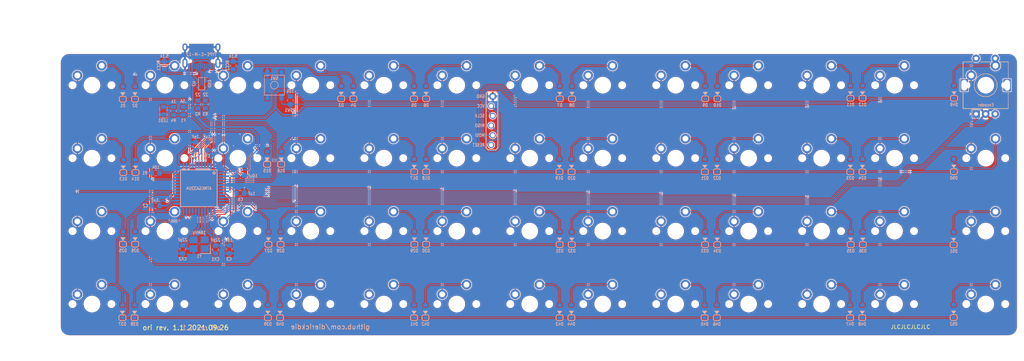
<source format=kicad_pcb>
(kicad_pcb (version 20171130) (host pcbnew "(5.1.4-0)")
  (layers (0 F.Cu signal) (31 B.Cu signal) (34 B.Paste user) (35 F.Paste user) (36 B.SilkS user) (37 F.SilkS user) (38 B.Mask user) (39 F.Mask user) (44 Edge.Cuts user))
  (net 0 "")
  (net 1 "Net-(D1-Pad2)")
  (net 2 "Net-(D2-Pad2)")
  (net 3 "Net-(D3-Pad2)")
  (net 4 "Net-(D4-Pad2)")
  (net 5 "Net-(D5-Pad2)")
  (net 6 "Net-(D6-Pad2)")
  (net 7 "Net-(D7-Pad2)")
  (net 8 "Net-(D8-Pad2)")
  (net 9 "Net-(D9-Pad2)")
  (net 10 "Net-(D10-Pad2)")
  (net 11 "Net-(D11-Pad2)")
  (net 12 "Net-(D12-Pad2)")
  (net 13 "Net-(D13-Pad2)")
  (net 14 "Net-(D14-Pad2)")
  (net 15 "Net-(D15-Pad2)")
  (net 16 "Net-(D16-Pad2)")
  (net 17 "Net-(D17-Pad2)")
  (net 18 "Net-(D18-Pad2)")
  (net 19 "Net-(D19-Pad2)")
  (net 20 "Net-(D20-Pad2)")
  (net 21 "Net-(D21-Pad2)")
  (net 22 "Net-(D22-Pad2)")
  (net 23 "Net-(D23-Pad2)")
  (net 24 "Net-(D24-Pad2)")
  (net 25 "Net-(D25-Pad2)")
  (net 26 "Net-(D26-Pad2)")
  (net 27 "Net-(D27-Pad2)")
  (net 28 "Net-(D28-Pad2)")
  (net 29 "Net-(D29-Pad2)")
  (net 30 "Net-(D30-Pad2)")
  (net 31 "Net-(D31-Pad2)")
  (net 32 "Net-(D32-Pad2)")
  (net 33 "Net-(D33-Pad2)")
  (net 34 "Net-(D34-Pad2)")
  (net 35 "Net-(D35-Pad2)")
  (net 36 "Net-(D36-Pad2)")
  (net 37 "Net-(D37-Pad2)")
  (net 38 "Net-(D38-Pad2)")
  (net 39 "Net-(D39-Pad2)")
  (net 40 "Net-(D40-Pad2)")
  (net 41 "Net-(D41-Pad2)")
  (net 42 "Net-(D42-Pad2)")
  (net 43 "Net-(D43-Pad2)")
  (net 44 "Net-(D44-Pad2)")
  (net 45 "Net-(D45-Pad2)")
  (net 46 "Net-(D46-Pad2)")
  (net 47 "Net-(D47-Pad2)")
  (net 48 "Net-(D48-Pad2)")
  (net 49 VCC)
  (net 50 "Net-(C6-Pad1)")
  (net 51 XTAL1)
  (net 52 XTAL2)
  (net 53 row0)
  (net 54 row1)
  (net 55 row2)
  (net 56 row3)
  (net 57 D-)
  (net 58 D+)
  (net 59 col0)
  (net 60 col1)
  (net 61 col2)
  (net 62 col3)
  (net 63 col4)
  (net 64 col5)
  (net 65 col6)
  (net 66 col7)
  (net 67 col8)
  (net 68 col9)
  (net 69 col10)
  (net 70 col11)
  (net 71 "Net-(R1-Pad2)")
  (net 72 VBUS)
  (net 73 "Net-(J1-PadB5)")
  (net 74 "Net-(J1-PadA5)")
  (net 75 ISP_Reset)
  (net 76 "Net-(D52-Pad2)")
  (net 77 col12)
  (net 78 GND)
  (net 79 "Net-(LED1-Pad2)")
  (net 80 DBUS-)
  (net 81 DBUS+)
  (net 82 enc0a)
  (net 83 enc0b)
  (net 84 "Net-(D49-Pad2)")
  (net 85 "Net-(D50-Pad2)")
  (net 86 "Net-(D51-Pad2)")
  (net 87 "Net-(J1-PadA8)")
  (net 88 "Net-(J1-PadB8)")
  (net 89 "Net-(U1-Pad42)")
  (net 90 "Net-(U1-Pad32)")
  (net 91 "Net-(U1-Pad30)")
  (net 92 "Net-(U1-Pad29)")
  (net 93 "Net-(U1-Pad28)")
  (net 94 "Net-(U1-Pad19)")
  (net 95 "Net-(U1-Pad18)")
  (module Keebio-Parts:SOT-143B (layer B.Cu) (at 115.540625 52.80625 270)
    (fp_text reference U2 (at 0 2 90) (layer B.SilkS) (effects (font (size 0.7 0.7)) (justify mirror)))
    (fp_text value PRTR5V0U2X hide)
    (fp_text user ESD (at 0 -2.1 90) (layer B.SilkS) (effects (font (size 0.7 0.7)) (justify mirror)))
    (pad 4 smd rect (at -0.95 1 270) (size 0.6 0.7) (layers B.Cu B.Paste B.Mask) (net 72 VBUS))
    (pad 3 smd rect (at 0.95 1 270) (size 0.6 0.7) (layers B.Cu B.Paste B.Mask) (net 80 DBUS-))
    (pad 2 smd rect (at 0.95 -1 270) (size 0.6 0.7) (layers B.Cu B.Paste B.Mask) (net 81 DBUS+))
    (pad 1 smd rect (at -0.75 -1 270) (size 1 0.7) (layers B.Cu B.Paste B.Mask) (net 78 GND))
  )
  (module Keeb_footprints:D_SOD-123_modified (layer B.Cu) (at 311.990625 54.95625 90)
    (fp_text reference D49 (at -3.302 0 180) (layer B.SilkS) (effects (font (size 0.8 0.7)) (justify mirror)))
    (fp_text value D)
    (pad 2 smd roundrect (at 1.65 0 90) (size 1 1.2) (layers B.Cu B.Paste B.Mask) (net 84 "Net-(D49-Pad2)"))
    (pad 1 smd roundrect (at -1.65 0 90) (size 1 1.2) (layers B.Cu B.Paste B.Mask) (net 53 row0))
  )
  (module Keeb_footprints:D_SOD-123_modified (layer B.Cu) (at 311.890625 93.20625 90)
    (fp_text reference D51 (at -3.302 0 180) (layer B.SilkS) (effects (font (size 0.8 0.7)) (justify mirror)))
    (fp_text value D)
    (pad 2 smd roundrect (at 1.65 0 90) (size 1 1.2) (layers B.Cu B.Paste B.Mask) (net 86 "Net-(D51-Pad2)"))
    (pad 1 smd roundrect (at -1.65 0 90) (size 1 1.2) (layers B.Cu B.Paste B.Mask) (net 55 row2))
  )
  (module Keeb_footprints:MX100 (layer F.Cu) (at 320.252785 72.24407 180)
    (fp_text reference K50)
    (fp_text value KEYSW)
    (pad 1 thru_hole circle (at 3.7846 2.5527 90) (size 2.54 2.54) (drill 1.525) (layers *.Cu *.Mask) (net 77 col12))
    (pad 2 thru_hole circle (at -2.5654 5.0927 180) (size 2.54 2.54) (drill 1.525) (layers *.Cu *.Mask) (net 85 "Net-(D50-Pad2)"))
    (pad "" np_thru_hole circle (at -5.1054 0.0127 180) (size 1.7018 1.7018) (drill 1.7018) (layers *.Cu *.Mask))
    (pad "" np_thru_hole circle (at 5.0546 0.0127 180) (size 1.7018 1.7018) (drill 1.7018) (layers *.Cu *.Mask))
    (pad "" np_thru_hole circle (at -0.0254 0.0127 180) (size 3.9878 3.9878) (drill 3.9878) (layers *.Cu *.Mask))
  )
  (module Keeb_footprints:MX100 (layer F.Cu) (at 124.990225 53.19395 180)
    (fp_text reference K3)
    (fp_text value KEYSW)
    (pad 1 thru_hole circle (at 3.7846 2.5527 90) (size 2.54 2.54) (drill 1.525) (layers *.Cu *.Mask) (net 61 col2))
    (pad 2 thru_hole circle (at -2.5654 5.0927 180) (size 2.54 2.54) (drill 1.525) (layers *.Cu *.Mask) (net 3 "Net-(D3-Pad2)"))
    (pad "" np_thru_hole circle (at -5.1054 0.0127 180) (size 1.7018 1.7018) (drill 1.7018) (layers *.Cu *.Mask))
    (pad "" np_thru_hole circle (at 5.0546 0.0127 180) (size 1.7018 1.7018) (drill 1.7018) (layers *.Cu *.Mask))
    (pad "" np_thru_hole circle (at -0.0254 0.0127 180) (size 3.9878 3.9878) (drill 3.9878) (layers *.Cu *.Mask))
  )
  (module Keeb_footprints:MX100 (layer F.Cu) (at 320.252785 110.34423 180)
    (fp_text reference K52)
    (fp_text value KEYSW)
    (pad 1 thru_hole circle (at 3.7846 2.5527 90) (size 2.54 2.54) (drill 1.525) (layers *.Cu *.Mask) (net 77 col12))
    (pad 2 thru_hole circle (at -2.5654 5.0927 180) (size 2.54 2.54) (drill 1.525) (layers *.Cu *.Mask) (net 76 "Net-(D52-Pad2)"))
    (pad "" np_thru_hole circle (at -5.1054 0.0127 180) (size 1.7018 1.7018) (drill 1.7018) (layers *.Cu *.Mask))
    (pad "" np_thru_hole circle (at 5.0546 0.0127 180) (size 1.7018 1.7018) (drill 1.7018) (layers *.Cu *.Mask))
    (pad "" np_thru_hole circle (at -0.0254 0.0127 180) (size 3.9878 3.9878) (drill 3.9878) (layers *.Cu *.Mask))
  )
  (module Keeb_footprints:D_SOD-123_modified (layer B.Cu) (at 98.187999 93.049377 90)
    (fp_text reference D26 (at -3.302 0 180) (layer B.SilkS) (effects (font (size 0.8 0.7)) (justify mirror)))
    (fp_text value D)
    (pad 2 smd roundrect (at 1.65 0 90) (size 1 1.2) (layers B.Cu B.Paste B.Mask) (net 26 "Net-(D26-Pad2)"))
    (pad 1 smd roundrect (at -1.65 0 90) (size 1 1.2) (layers B.Cu B.Paste B.Mask) (net 55 row2))
  )
  (module LED_SMD:LED_0805_2012Metric_Pad1.15x1.40mm_HandSolder (layer B.Cu) (at 105.55 59.85 90)
    (fp_text reference LED1 (at -2.55 -0.1 180) (layer B.SilkS) (effects (font (size 0.8 0.7)) (justify mirror)))
    (fp_text value LED)
    (pad 2 smd roundrect (at 1.025 0 90) (size 1.15 1.4) (layers B.Cu B.Paste B.Mask) (roundrect_rratio 0.2173904347826087) (net 79 "Net-(LED1-Pad2)"))
    (pad 1 smd roundrect (at -1.025 0 90) (size 1.15 1.4) (layers B.Cu B.Paste B.Mask) (roundrect_rratio 0.2173904347826087) (net 78 GND))
  )
  (module Capacitor_SMD:C_0805_2012Metric_Pad1.15x1.40mm_HandSolder (layer B.Cu) (at 125.65 76.8)
    (fp_text reference C5 (at 0 -1.6) (layer B.SilkS) (effects (font (size 0.8 0.7)) (justify mirror)))
    (fp_text value 10uF)
    (fp_text user %V (at 3.2 0.05) (layer B.SilkS) (effects (font (size 0.8 0.7)) (justify mirror)))
    (pad 2 smd roundrect (at 1.025 0) (size 1.15 1.4) (layers B.Cu B.Paste B.Mask) (roundrect_rratio 0.2173904347826087) (net 78 GND))
    (pad 1 smd roundrect (at -1.025 0) (size 1.15 1.4) (layers B.Cu B.Paste B.Mask) (roundrect_rratio 0.2173904347826087) (net 49 VCC))
  )
  (module Capacitor_SMD:C_0805_2012Metric_Pad1.15x1.40mm_HandSolder (layer B.Cu) (at 103.525 84.65 180)
    (fp_text reference C2 (at 2.675 0) (layer B.SilkS) (effects (font (size 0.8 0.7)) (justify mirror)))
    (fp_text value .1uF)
    (fp_text user %V (at 0.025 1.5 180) (layer B.SilkS) (effects (font (size 0.8 0.7)) (justify mirror)))
    (pad 2 smd roundrect (at 1.025 0 180) (size 1.15 1.4) (layers B.Cu B.Paste B.Mask) (roundrect_rratio 0.2173904347826087) (net 78 GND))
    (pad 1 smd roundrect (at -1.025 0 180) (size 1.15 1.4) (layers B.Cu B.Paste B.Mask) (roundrect_rratio 0.2173904347826087) (net 49 VCC))
  )
  (module Keeb_footprints:D_SOD-123_modified (layer B.Cu) (at 247.031999 55.094377 90)
    (fp_text reference D9 (at -3.302 0 180) (layer B.SilkS) (effects (font (size 0.8 0.7)) (justify mirror)))
    (fp_text value D)
    (pad 2 smd roundrect (at 1.65 0 90) (size 1 1.2) (layers B.Cu B.Paste B.Mask) (net 9 "Net-(D9-Pad2)"))
    (pad 1 smd roundrect (at -1.65 0 90) (size 1 1.2) (layers B.Cu B.Paste B.Mask) (net 53 row0))
  )
  (module Keebio-Parts:RotaryEncoder_EC11 (layer F.Cu) (at 320.252725 53.19395 90)
    (fp_text reference SW2)
    (fp_text value Rotary_Encoder_Switch)
    (pad A thru_hole rect (at -7.5 -2.5 90) (size 2 2) (drill 1) (layers *.Cu *.Mask) (net 82 enc0a))
    (pad C thru_hole circle (at -7.5 0 90) (size 2 2) (drill 1) (layers *.Cu *.Mask) (net 78 GND))
    (pad B thru_hole circle (at -7.5 2.5 90) (size 2 2) (drill 1) (layers *.Cu *.Mask) (net 83 enc0b))
    (pad MP thru_hole rect (at 0 -5.6 90) (size 3.2 2) (drill oval 2.8 1.5) (layers *.Cu *.Mask))
    (pad MP thru_hole rect (at 0 5.6 90) (size 3.2 2) (drill oval 2.8 1.5) (layers *.Cu *.Mask))
    (pad S2 thru_hole circle (at 7 -2.5 90) (size 2 2) (drill 1) (layers *.Cu *.Mask) (net 77 col12))
    (pad S1 thru_hole circle (at 7 2.5 90) (size 2 2) (drill 1) (layers *.Cu *.Mask) (net 84 "Net-(D49-Pad2)"))
  )
  (module Resistor_SMD:R_0805_2012Metric_Pad1.15x1.40mm_HandSolder (layer B.Cu) (at 108.197 59.888 270)
    (fp_text reference R4 (at 2.512 0.003 180) (layer B.SilkS) (effects (font (size 0.8 0.7)) (justify mirror)))
    (fp_text value 1k)
    (fp_text user %V (at -2.438 0 180) (layer B.SilkS) (effects (font (size 0.8 0.7)) (justify mirror)))
    (pad 2 smd roundrect (at 1.025 0 270) (size 1.15 1.4) (layers B.Cu B.Paste B.Mask) (roundrect_rratio 0.2173904347826087) (net 49 VCC))
    (pad 1 smd roundrect (at -1.025 0 270) (size 1.15 1.4) (layers B.Cu B.Paste B.Mask) (roundrect_rratio 0.2173904347826087) (net 79 "Net-(LED1-Pad2)"))
  )
  (module Resistor_SMD:R_0805_2012Metric_Pad1.15x1.40mm_HandSolder (layer B.Cu) (at 138.709 57.148 90)
    (fp_text reference RSW1 (at -2.552 -0.059 180) (layer B.SilkS) (effects (font (size 0.8 0.7)) (justify mirror)))
    (fp_text value 10k)
    (fp_text user %V (at 2.411 -0.025 180) (layer B.SilkS) (effects (font (size 0.8 0.7)) (justify mirror)))
    (pad 2 smd roundrect (at 1.025 0 90) (size 1.15 1.4) (layers B.Cu B.Paste B.Mask) (roundrect_rratio 0.2173904347826087) (net 49 VCC))
    (pad 1 smd roundrect (at -1.025 0 90) (size 1.15 1.4) (layers B.Cu B.Paste B.Mask) (roundrect_rratio 0.2173904347826087) (net 75 ISP_Reset))
  )
  (module Resistor_SMD:R_0805_2012Metric_Pad1.15x1.40mm_HandSolder (layer B.Cu) (at 123.8 48.05 270)
    (fp_text reference RCC2 (at 0 1.5 90) (layer B.SilkS) (effects (font (size 0.8 0.7)) (justify mirror)))
    (fp_text value 5.1k)
    (fp_text user %V (at -2.475002 0.028999 180) (layer B.SilkS) (effects (font (size 0.8 0.7)) (justify mirror)))
    (pad 2 smd roundrect (at 1.025 0 270) (size 1.15 1.4) (layers B.Cu B.Paste B.Mask) (roundrect_rratio 0.2173904347826087) (net 73 "Net-(J1-PadB5)"))
    (pad 1 smd roundrect (at -1.025 0 270) (size 1.15 1.4) (layers B.Cu B.Paste B.Mask) (roundrect_rratio 0.2173904347826087) (net 78 GND))
  )
  (module Resistor_SMD:R_0805_2012Metric_Pad1.15x1.40mm_HandSolder (layer B.Cu) (at 105.8 48.05 270)
    (fp_text reference RCC1 (at 0 1.45 90) (layer B.SilkS) (effects (font (size 0.8 0.7)) (justify mirror)))
    (fp_text value 5.1k)
    (fp_text user %V (at -2.475002 0 180) (layer B.SilkS) (effects (font (size 0.8 0.7)) (justify mirror)))
    (pad 1 smd roundrect (at -1.025 0 270) (size 1.15 1.4) (layers B.Cu B.Paste B.Mask) (roundrect_rratio 0.2173904347826087) (net 78 GND))
    (pad 2 smd roundrect (at 1.025 0 270) (size 1.15 1.4) (layers B.Cu B.Paste B.Mask) (roundrect_rratio 0.2173904347826087) (net 74 "Net-(J1-PadA5)"))
  )
  (module Resistor_SMD:R_0805_2012Metric_Pad1.15x1.40mm_HandSolder (layer B.Cu) (at 116.540625 58.20625 90)
    (fp_text reference R3 (at -2.491998 -0.004999) (layer B.SilkS) (effects (font (size 0.8 0.7)) (justify mirror)))
    (fp_text value 22)
    (fp_text user %V (at 2.549002 0 180) (layer B.SilkS) (effects (font (size 0.8 0.7)) (justify mirror)))
    (pad 2 smd roundrect (at 1.025 0 90) (size 1.15 1.4) (layers B.Cu B.Paste B.Mask) (roundrect_rratio 0.2173904347826087) (net 81 DBUS+))
    (pad 1 smd roundrect (at -1.025 0 90) (size 1.15 1.4) (layers B.Cu B.Paste B.Mask) (roundrect_rratio 0.2173904347826087) (net 58 D+))
  )
  (module Resistor_SMD:R_0805_2012Metric_Pad1.15x1.40mm_HandSolder (layer B.Cu) (at 114.540625 58.224 90)
    (fp_text reference R2 (at -2.476 0.004) (layer B.SilkS) (effects (font (size 0.8 0.7)) (justify mirror)))
    (fp_text value 22)
    (fp_text user %V (at 2.54 0 180) (layer B.SilkS) (effects (font (size 0.8 0.7)) (justify mirror)))
    (pad 2 smd roundrect (at 1.025 0 90) (size 1.15 1.4) (layers B.Cu B.Paste B.Mask) (roundrect_rratio 0.2173904347826087) (net 80 DBUS-))
    (pad 1 smd roundrect (at -1.025 0 90) (size 1.15 1.4) (layers B.Cu B.Paste B.Mask) (roundrect_rratio 0.2173904347826087) (net 57 D-))
  )
  (module Resistor_SMD:R_0805_2012Metric_Pad1.15x1.40mm_HandSolder (layer B.Cu) (at 103.527499 76.1)
    (fp_text reference R1 (at -2.8 0) (layer B.SilkS) (effects (font (size 0.8 0.7)) (justify mirror)))
    (fp_text value 10k)
    (fp_text user %V (at 0.051501 -1.501002) (layer B.SilkS) (effects (font (size 0.8 0.7)) (justify mirror)))
    (pad 2 smd roundrect (at 1.025 0) (size 1.15 1.4) (layers B.Cu B.Paste B.Mask) (roundrect_rratio 0.2173904347826087) (net 71 "Net-(R1-Pad2)"))
    (pad 1 smd roundrect (at -1.025 0) (size 1.15 1.4) (layers B.Cu B.Paste B.Mask) (roundrect_rratio 0.2173904347826087) (net 78 GND))
  )
  (module Capacitor_SMD:C_0805_2012Metric_Pad1.15x1.40mm_HandSolder (layer B.Cu) (at 122.75 96.05 270)
    (fp_text reference C3 (at 2.5 0.05 180) (layer B.SilkS) (effects (font (size 0.8 0.7)) (justify mirror)))
    (fp_text value .1uF)
    (fp_text user %V (at -2.45 -0.05) (layer B.SilkS) (effects (font (size 0.8 0.7)) (justify mirror)))
    (pad 2 smd roundrect (at 1.025 0 270) (size 1.15 1.4) (layers B.Cu B.Paste B.Mask) (roundrect_rratio 0.2173904347826087) (net 78 GND))
    (pad 1 smd roundrect (at -1.025 0 270) (size 1.15 1.4) (layers B.Cu B.Paste B.Mask) (roundrect_rratio 0.2173904347826087) (net 49 VCC))
  )
  (module Capacitor_SMD:C_0805_2012Metric_Pad1.15x1.40mm_HandSolder (layer B.Cu) (at 117.05 69.1 90)
    (fp_text reference C4 (at -2.55 0 180) (layer B.SilkS) (effects (font (size 0.8 0.7)) (justify mirror)))
    (fp_text value .1uF)
    (fp_text user %V (at 2.5 0 180) (layer B.SilkS) (effects (font (size 0.8 0.7)) (justify mirror)))
    (pad 2 smd roundrect (at 1.025 0 90) (size 1.15 1.4) (layers B.Cu B.Paste B.Mask) (roundrect_rratio 0.2173904347826087) (net 78 GND))
    (pad 1 smd roundrect (at -1.025 0 90) (size 1.15 1.4) (layers B.Cu B.Paste B.Mask) (roundrect_rratio 0.2173904347826087) (net 49 VCC))
  )
  (module Capacitor_SMD:C_0805_2012Metric_Pad1.15x1.40mm_HandSolder (layer B.Cu) (at 114 69.1 90)
    (fp_text reference C1 (at -2.468 0.008) (layer B.SilkS) (effects (font (size 0.8 0.7)) (justify mirror)))
    (fp_text value .1uF)
    (fp_text user %V (at 2.432 0.008 180) (layer B.SilkS) (effects (font (size 0.8 0.7)) (justify mirror)))
    (pad 2 smd roundrect (at 1.025 0 90) (size 1.15 1.4) (layers B.Cu B.Paste B.Mask) (roundrect_rratio 0.2173904347826087) (net 78 GND))
    (pad 1 smd roundrect (at -1.025 0 90) (size 1.15 1.4) (layers B.Cu B.Paste B.Mask) (roundrect_rratio 0.2173904347826087) (net 49 VCC))
  )
  (module Capacitor_SMD:C_0805_2012Metric_Pad1.15x1.40mm_HandSolder (layer B.Cu) (at 119.15 96.1 90)
    (fp_text reference CX1 (at -2.5 0 180) (layer B.SilkS) (effects (font (size 0.8 0.7)) (justify mirror)))
    (fp_text value 22pF)
    (fp_text user %V (at 2.5 0 180) (layer B.SilkS) (effects (font (size 0.8 0.7)) (justify mirror)))
    (pad 2 smd roundrect (at 1.025 0 90) (size 1.15 1.4) (layers B.Cu B.Paste B.Mask) (roundrect_rratio 0.2173904347826087) (net 78 GND))
    (pad 1 smd roundrect (at -1.025 0 90) (size 1.15 1.4) (layers B.Cu B.Paste B.Mask) (roundrect_rratio 0.2173904347826087) (net 51 XTAL1))
  )
  (module Capacitor_SMD:C_0805_2012Metric_Pad1.15x1.40mm_HandSolder (layer B.Cu) (at 110.6 96.05 270)
    (fp_text reference CX2 (at 2.484998 -0.014001 180) (layer B.SilkS) (effects (font (size 0.8 0.7)) (justify mirror)))
    (fp_text value 22pF)
    (fp_text user %V (at -2.5 0.05) (layer B.SilkS) (effects (font (size 0.8 0.7)) (justify mirror)))
    (pad 2 smd roundrect (at 1.025 0 270) (size 1.15 1.4) (layers B.Cu B.Paste B.Mask) (roundrect_rratio 0.2173904347826087) (net 78 GND))
    (pad 1 smd roundrect (at -1.025 0 270) (size 1.15 1.4) (layers B.Cu B.Paste B.Mask) (roundrect_rratio 0.2173904347826087) (net 52 XTAL2))
  )
  (module Capacitor_SMD:C_0805_2012Metric_Pad1.15x1.40mm_HandSolder (layer B.Cu) (at 125.65 81.4)
    (fp_text reference C6 (at 0 1.6) (layer B.SilkS) (effects (font (size 0.8 0.7)) (justify mirror)))
    (fp_text value 1uF)
    (fp_text user %V (at 2.9 0.05) (layer B.SilkS) (effects (font (size 0.8 0.7)) (justify mirror)))
    (pad 2 smd roundrect (at 1.025 0) (size 1.15 1.4) (layers B.Cu B.Paste B.Mask) (roundrect_rratio 0.2173904347826087) (net 78 GND))
    (pad 1 smd roundrect (at -1.025 0) (size 1.15 1.4) (layers B.Cu B.Paste B.Mask) (roundrect_rratio 0.2173904347826087) (net 50 "Net-(C6-Pad1)"))
  )
  (module Fuse:Fuse_0805_2012Metric_Pad1.15x1.40mm_HandSolder (layer B.Cu) (at 110.75 59.9 90)
    (fp_text reference F1 (at -2.469 -0.012 180) (layer B.SilkS) (effects (font (size 0.8 0.7)) (justify mirror)))
    (fp_text value .5A)
    (fp_text user %V (at 2.54 0 180) (layer B.SilkS) (effects (font (size 0.8 0.7)) (justify mirror)))
    (pad 2 smd roundrect (at 1.025 0 90) (size 1.15 1.4) (layers B.Cu B.Paste B.Mask) (roundrect_rratio 0.2173904347826087) (net 72 VBUS))
    (pad 1 smd roundrect (at -1.025 0 90) (size 1.15 1.4) (layers B.Cu B.Paste B.Mask) (roundrect_rratio 0.2173904347826087) (net 49 VCC))
  )
  (module Crystal:Crystal_SMD_3225-4Pin_3.2x2.5mm_HandSoldering (layer B.Cu) (at 114.9 94.7 180)
    (fp_text reference Y1 (at 0 -3.1 180) (layer B.SilkS) (effects (font (size 0.8 0.7)) (justify mirror)))
    (fp_text value 16MHz)
    (pad 4 smd rect (at -1.45 1.15 180) (size 2.1 1.8) (layers B.Cu B.Paste B.Mask) (net 78 GND))
    (pad 3 smd rect (at 1.45 1.15 180) (size 2.1 1.8) (layers B.Cu B.Paste B.Mask) (net 52 XTAL2))
    (pad 2 smd rect (at 1.45 -1.15 180) (size 2.1 1.8) (layers B.Cu B.Paste B.Mask) (net 78 GND))
    (pad 1 smd rect (at -1.45 -1.15 180) (size 2.1 1.8) (layers B.Cu B.Paste B.Mask) (net 51 XTAL1))
  )
  (module Keeb_footprints:PIN_HEADER_1x6_OFFSET (layer B.Cu) (at 191.3432 62.45 180)
    (fp_text reference J2)
    (fp_text value AVR-ISP-6_mod hide)
    (fp_text user GND (at 1.7907 6.3627) (layer B.SilkS) (effects (font (size 0.8 0.7)) (justify left mirror)))
    (fp_text user VCC (at 1.7907 3.8227) (layer B.SilkS) (effects (font (size 0.8 0.7)) (justify left mirror)))
    (fp_text user RESET (at 1.778 -6.35) (layer B.SilkS) (effects (font (size 0.8 0.7)) (justify left mirror)))
    (fp_text user SCLK (at 1.778 1.27) (layer B.SilkS) (effects (font (size 0.8 0.7)) (justify left mirror)))
    (fp_text user MOSI (at 1.778 -3.81) (layer B.SilkS) (effects (font (size 0.8 0.7)) (justify left mirror)))
    (fp_text user MISO (at 1.778 -1.27) (layer B.SilkS) (effects (font (size 0.8 0.7)) (justify left mirror)))
    (pad 6 thru_hole roundrect (at -0.2032 6.35 180) (size 1.6002 1.6002) (drill 1.0668) (layers *.Cu *.Mask) (net 78 GND))
    (pad 2 thru_hole circle (at 0.2032 3.81 180) (size 1.6002 1.6002) (drill 1.0668) (layers *.Cu *.Mask) (net 49 VCC))
    (pad 5 thru_hole circle (at -0.2032 1.27 180) (size 1.6002 1.6002) (drill 1.0668) (layers *.Cu *.Mask) (net 68 col9))
    (pad 3 thru_hole circle (at 0.2032 -1.27 180) (size 1.6002 1.6002) (drill 1.0668) (layers *.Cu *.Mask) (net 70 col11))
    (pad 4 thru_hole circle (at -0.2032 -3.81 180) (size 1.6002 1.6002) (drill 1.0668) (layers *.Cu *.Mask) (net 69 col10))
    (pad 1 thru_hole circle (at 0.2032 -6.35 180) (size 1.6002 1.6002) (drill 1.0668) (layers *.Cu *.Mask) (net 75 ISP_Reset))
  )
  (module Keebio-Parts:ATMEGA32U4-AU (layer B.Cu) (at 114.8 80.1 180)
    (fp_text reference U1)
    (fp_text value ATMEGA32U4 (at 0 -0.0205) (layer B.SilkS) (effects (font (size 0.8 0.7)) (justify mirror)))
    (pad 44 smd rect (at -4 5.9 180) (size 0.5 1.5) (layers B.Cu B.Paste B.Mask) (net 49 VCC))
    (pad 43 smd rect (at -3.2 5.9 180) (size 0.5 1.5) (layers B.Cu B.Paste B.Mask) (net 78 GND))
    (pad 42 smd rect (at -2.4 5.9 180) (size 0.5 1.5) (layers B.Cu B.Paste B.Mask) (net 89 "Net-(U1-Pad42)"))
    (pad 41 smd rect (at -1.6 5.9 180) (size 0.5 1.5) (layers B.Cu B.Paste B.Mask) (net 65 col6))
    (pad 40 smd rect (at -0.8 5.9 180) (size 0.5 1.5) (layers B.Cu B.Paste B.Mask) (net 64 col5))
    (pad 39 smd rect (at 0 5.9 180) (size 0.5 1.5) (layers B.Cu B.Paste B.Mask) (net 63 col4))
    (pad 38 smd rect (at 0.8 5.9 180) (size 0.5 1.5) (layers B.Cu B.Paste B.Mask) (net 62 col3))
    (pad 37 smd rect (at 1.6 5.9 180) (size 0.5 1.5) (layers B.Cu B.Paste B.Mask) (net 54 row1))
    (pad 36 smd rect (at 2.4 5.9 180) (size 0.5 1.5) (layers B.Cu B.Paste B.Mask) (net 53 row0))
    (pad 35 smd rect (at 3.2 5.9 180) (size 0.5 1.5) (layers B.Cu B.Paste B.Mask) (net 78 GND))
    (pad 34 smd rect (at 4 5.9 180) (size 0.5 1.5) (layers B.Cu B.Paste B.Mask) (net 49 VCC))
    (pad 33 smd rect (at 5.9 4 180) (size 1.5 0.5) (layers B.Cu B.Paste B.Mask) (net 71 "Net-(R1-Pad2)"))
    (pad 32 smd rect (at 5.9 3.2 180) (size 1.5 0.5) (layers B.Cu B.Paste B.Mask) (net 90 "Net-(U1-Pad32)"))
    (pad 31 smd rect (at 5.9 2.4 180) (size 1.5 0.5) (layers B.Cu B.Paste B.Mask) (net 77 col12))
    (pad 30 smd rect (at 5.9 1.6 180) (size 1.5 0.5) (layers B.Cu B.Paste B.Mask) (net 91 "Net-(U1-Pad30)"))
    (pad 29 smd rect (at 5.9 0.8 180) (size 1.5 0.5) (layers B.Cu B.Paste B.Mask) (net 92 "Net-(U1-Pad29)"))
    (pad 28 smd rect (at 5.9 0 180) (size 1.5 0.5) (layers B.Cu B.Paste B.Mask) (net 93 "Net-(U1-Pad28)"))
    (pad 27 smd rect (at 5.9 -0.8 180) (size 1.5 0.5) (layers B.Cu B.Paste B.Mask) (net 59 col0))
    (pad 26 smd rect (at 5.9 -1.6 180) (size 1.5 0.5) (layers B.Cu B.Paste B.Mask) (net 56 row3))
    (pad 25 smd rect (at 5.9 -2.4 180) (size 1.5 0.5) (layers B.Cu B.Paste B.Mask) (net 55 row2))
    (pad 24 smd rect (at 5.9 -3.2 180) (size 1.5 0.5) (layers B.Cu B.Paste B.Mask) (net 49 VCC))
    (pad 23 smd rect (at 5.9 -4 180) (size 1.5 0.5) (layers B.Cu B.Paste B.Mask) (net 78 GND))
    (pad 22 smd rect (at 4 -5.9 180) (size 0.5 1.5) (layers B.Cu B.Paste B.Mask) (net 60 col1))
    (pad 21 smd rect (at 3.2 -5.9 180) (size 0.5 1.5) (layers B.Cu B.Paste B.Mask) (net 82 enc0a))
    (pad 20 smd rect (at 2.4 -5.9 180) (size 0.5 1.5) (layers B.Cu B.Paste B.Mask) (net 83 enc0b))
    (pad 19 smd rect (at 1.6 -5.9 180) (size 0.5 1.5) (layers B.Cu B.Paste B.Mask) (net 94 "Net-(U1-Pad19)"))
    (pad 18 smd rect (at 0.8 -5.9 180) (size 0.5 1.5) (layers B.Cu B.Paste B.Mask) (net 95 "Net-(U1-Pad18)"))
    (pad 17 smd rect (at 0 -5.9 180) (size 0.5 1.5) (layers B.Cu B.Paste B.Mask) (net 52 XTAL2))
    (pad 16 smd rect (at -0.8 -5.9 180) (size 0.5 1.5) (layers B.Cu B.Paste B.Mask) (net 51 XTAL1))
    (pad 15 smd rect (at -1.6 -5.9 180) (size 0.5 1.5) (layers B.Cu B.Paste B.Mask) (net 78 GND))
    (pad 14 smd rect (at -2.4 -5.9 180) (size 0.5 1.5) (layers B.Cu B.Paste B.Mask) (net 49 VCC))
    (pad 13 smd rect (at -3.2 -5.9 180) (size 0.5 1.5) (layers B.Cu B.Paste B.Mask) (net 75 ISP_Reset))
    (pad 12 smd rect (at -4 -5.9 180) (size 0.5 1.5) (layers B.Cu B.Paste B.Mask) (net 61 col2))
    (pad 11 smd rect (at -5.9 -4 180) (size 1.5 0.5) (layers B.Cu B.Paste B.Mask) (net 70 col11))
    (pad 10 smd rect (at -5.9 -3.2 180) (size 1.5 0.5) (layers B.Cu B.Paste B.Mask) (net 69 col10))
    (pad 9 smd rect (at -5.9 -2.4 180) (size 1.5 0.5) (layers B.Cu B.Paste B.Mask) (net 68 col9))
    (pad 8 smd rect (at -5.9 -1.6 180) (size 1.5 0.5) (layers B.Cu B.Paste B.Mask) (net 67 col8))
    (pad 7 smd rect (at -5.9 -0.8 180) (size 1.5 0.5) (layers B.Cu B.Paste B.Mask) (net 49 VCC))
    (pad 6 smd rect (at -5.9 0 180) (size 1.5 0.5) (layers B.Cu B.Paste B.Mask) (net 50 "Net-(C6-Pad1)"))
    (pad 5 smd rect (at -5.9 0.8 180) (size 1.5 0.5) (layers B.Cu B.Paste B.Mask) (net 78 GND))
    (pad 4 smd rect (at -5.9 1.6 180) (size 1.5 0.5) (layers B.Cu B.Paste B.Mask) (net 58 D+))
    (pad 3 smd rect (at -5.9 2.4 180) (size 1.5 0.5) (layers B.Cu B.Paste B.Mask) (net 57 D-))
    (pad 2 smd rect (at -5.9 3.2 180) (size 1.5 0.5) (layers B.Cu B.Paste B.Mask) (net 49 VCC))
    (pad 1 smd rect (at -5.9 4 180) (size 1.5 0.5) (layers B.Cu B.Paste B.Mask) (net 66 col7))
  )
  (module Keeb_footprints:D_SOD-123_modified (layer B.Cu) (at 94.962999 55.191377 90)
    (fp_text reference D1 (at -3.302 0 180) (layer B.SilkS) (effects (font (size 0.8 0.7)) (justify mirror)))
    (fp_text value D)
    (pad 2 smd roundrect (at 1.65 0 90) (size 1 1.2) (layers B.Cu B.Paste B.Mask) (net 1 "Net-(D1-Pad2)"))
    (pad 1 smd roundrect (at -1.65 0 90) (size 1 1.2) (layers B.Cu B.Paste B.Mask) (net 53 row0))
  )
  (module Keeb_footprints:D_SOD-123_modified (layer B.Cu) (at 98.137999 55.191377 90)
    (fp_text reference D2 (at -3.302 0 180) (layer B.SilkS) (effects (font (size 0.8 0.7)) (justify mirror)))
    (fp_text value D)
    (pad 2 smd roundrect (at 1.65 0 90) (size 1 1.2) (layers B.Cu B.Paste B.Mask) (net 2 "Net-(D2-Pad2)"))
    (pad 1 smd roundrect (at -1.65 0 90) (size 1 1.2) (layers B.Cu B.Paste B.Mask) (net 53 row0))
  )
  (module Keeb_footprints:D_SOD-123_modified (layer B.Cu) (at 151.985999 55.081002 90)
    (fp_text reference D3 (at -3.302 0 180) (layer B.SilkS) (effects (font (size 0.8 0.7)) (justify mirror)))
    (fp_text value D)
    (pad 2 smd roundrect (at 1.65 0 90) (size 1 1.2) (layers B.Cu B.Paste B.Mask) (net 3 "Net-(D3-Pad2)"))
    (pad 1 smd roundrect (at -1.65 0 90) (size 1 1.2) (layers B.Cu B.Paste B.Mask) (net 53 row0))
  )
  (module Keeb_footprints:D_SOD-123_modified (layer B.Cu) (at 155.160999 55.081002 90)
    (fp_text reference D4 (at -3.302 0 180) (layer B.SilkS) (effects (font (size 0.8 0.7)) (justify mirror)))
    (fp_text value D)
    (pad 2 smd roundrect (at 1.65 0 90) (size 1 1.2) (layers B.Cu B.Paste B.Mask) (net 4 "Net-(D4-Pad2)"))
    (pad 1 smd roundrect (at -1.65 0 90) (size 1 1.2) (layers B.Cu B.Paste B.Mask) (net 53 row0))
  )
  (module Keeb_footprints:D_SOD-123_modified (layer B.Cu) (at 170.985999 55.083377 90)
    (fp_text reference D5 (at -3.302 0 180) (layer B.SilkS) (effects (font (size 0.8 0.7)) (justify mirror)))
    (fp_text value D)
    (pad 2 smd roundrect (at 1.65 0 90) (size 1 1.2) (layers B.Cu B.Paste B.Mask) (net 5 "Net-(D5-Pad2)"))
    (pad 1 smd roundrect (at -1.65 0 90) (size 1 1.2) (layers B.Cu B.Paste B.Mask) (net 53 row0))
  )
  (module Keeb_footprints:D_SOD-123_modified (layer B.Cu) (at 174.160999 55.083377 90)
    (fp_text reference D6 (at -3.302 0 180) (layer B.SilkS) (effects (font (size 0.8 0.7)) (justify mirror)))
    (fp_text value D)
    (pad 2 smd roundrect (at 1.65 0 90) (size 1 1.2) (layers B.Cu B.Paste B.Mask) (net 6 "Net-(D6-Pad2)"))
    (pad 1 smd roundrect (at -1.65 0 90) (size 1 1.2) (layers B.Cu B.Paste B.Mask) (net 53 row0))
  )
  (module Keeb_footprints:D_SOD-123_modified (layer B.Cu) (at 209.058999 55.094377 90)
    (fp_text reference D7 (at -3.302 0 180) (layer B.SilkS) (effects (font (size 0.8 0.7)) (justify mirror)))
    (fp_text value D)
    (pad 2 smd roundrect (at 1.65 0 90) (size 1 1.2) (layers B.Cu B.Paste B.Mask) (net 7 "Net-(D7-Pad2)"))
    (pad 1 smd roundrect (at -1.65 0 90) (size 1 1.2) (layers B.Cu B.Paste B.Mask) (net 53 row0))
  )
  (module Keeb_footprints:D_SOD-123_modified (layer B.Cu) (at 212.233999 55.094377 90)
    (fp_text reference D8 (at -3.302 0 180) (layer B.SilkS) (effects (font (size 0.8 0.7)) (justify mirror)))
    (fp_text value D)
    (pad 2 smd roundrect (at 1.65 0 90) (size 1 1.2) (layers B.Cu B.Paste B.Mask) (net 8 "Net-(D8-Pad2)"))
    (pad 1 smd roundrect (at -1.65 0 90) (size 1 1.2) (layers B.Cu B.Paste B.Mask) (net 53 row0))
  )
  (module Keeb_footprints:D_SOD-123_modified (layer B.Cu) (at 250.206999 55.094377 90)
    (fp_text reference D10 (at -3.302 0 180) (layer B.SilkS) (effects (font (size 0.8 0.7)) (justify mirror)))
    (fp_text value D)
    (pad 2 smd roundrect (at 1.65 0 90) (size 1 1.2) (layers B.Cu B.Paste B.Mask) (net 10 "Net-(D10-Pad2)"))
    (pad 1 smd roundrect (at -1.65 0 90) (size 1 1.2) (layers B.Cu B.Paste B.Mask) (net 53 row0))
  )
  (module Keeb_footprints:D_SOD-123_modified (layer B.Cu) (at 284.95 54.95 90)
    (fp_text reference D11 (at -3.302 0 180) (layer B.SilkS) (effects (font (size 0.8 0.7)) (justify mirror)))
    (fp_text value D)
    (pad 2 smd roundrect (at 1.65 0 90) (size 1 1.2) (layers B.Cu B.Paste B.Mask) (net 11 "Net-(D11-Pad2)"))
    (pad 1 smd roundrect (at -1.65 0 90) (size 1 1.2) (layers B.Cu B.Paste B.Mask) (net 53 row0))
  )
  (module Keeb_footprints:D_SOD-123_modified (layer B.Cu) (at 95.089999 74.341377 90)
    (fp_text reference D13 (at -3.302 0 180) (layer B.SilkS) (effects (font (size 0.8 0.7)) (justify mirror)))
    (fp_text value D)
    (pad 2 smd roundrect (at 1.65 0 90) (size 1 1.2) (layers B.Cu B.Paste B.Mask) (net 13 "Net-(D13-Pad2)"))
    (pad 1 smd roundrect (at -1.65 0 90) (size 1 1.2) (layers B.Cu B.Paste B.Mask) (net 54 row1))
  )
  (module Keeb_footprints:D_SOD-123_modified (layer B.Cu) (at 98.264999 74.341377 90)
    (fp_text reference D14 (at -3.302 0 180) (layer B.SilkS) (effects (font (size 0.8 0.7)) (justify mirror)))
    (fp_text value D)
    (pad 2 smd roundrect (at 1.65 0 90) (size 1 1.2) (layers B.Cu B.Paste B.Mask) (net 14 "Net-(D14-Pad2)"))
    (pad 1 smd roundrect (at -1.65 0 90) (size 1 1.2) (layers B.Cu B.Paste B.Mask) (net 54 row1))
  )
  (module Keeb_footprints:D_SOD-123_modified (layer B.Cu) (at 132.65 72.192377 90)
    (fp_text reference D15 (at -3.302 0 180) (layer B.SilkS) (effects (font (size 0.8 0.7)) (justify mirror)))
    (fp_text value D)
    (pad 2 smd roundrect (at 1.65 0 90) (size 1 1.2) (layers B.Cu B.Paste B.Mask) (net 15 "Net-(D15-Pad2)"))
    (pad 1 smd roundrect (at -1.65 0 90) (size 1 1.2) (layers B.Cu B.Paste B.Mask) (net 54 row1))
  )
  (module Keeb_footprints:D_SOD-123_modified (layer B.Cu) (at 136.314999 72.192377 90)
    (fp_text reference D16 (at -3.302 0 180) (layer B.SilkS) (effects (font (size 0.8 0.7)) (justify mirror)))
    (fp_text value D)
    (pad 2 smd roundrect (at 1.65 0 90) (size 1 1.2) (layers B.Cu B.Paste B.Mask) (net 16 "Net-(D16-Pad2)"))
    (pad 1 smd roundrect (at -1.65 0 90) (size 1 1.2) (layers B.Cu B.Paste B.Mask) (net 54 row1))
  )
  (module Keeb_footprints:D_SOD-123_modified (layer B.Cu) (at 171.05 74.142377 90)
    (fp_text reference D17 (at -3.302 0 180) (layer B.SilkS) (effects (font (size 0.8 0.7)) (justify mirror)))
    (fp_text value D)
    (pad 2 smd roundrect (at 1.65 0 90) (size 1 1.2) (layers B.Cu B.Paste B.Mask) (net 17 "Net-(D17-Pad2)"))
    (pad 1 smd roundrect (at -1.65 0 90) (size 1 1.2) (layers B.Cu B.Paste B.Mask) (net 54 row1))
  )
  (module Keeb_footprints:D_SOD-123_modified (layer B.Cu) (at 174.15 74.142377 90)
    (fp_text reference D18 (at -3.302 0 180) (layer B.SilkS) (effects (font (size 0.8 0.7)) (justify mirror)))
    (fp_text value D)
    (pad 2 smd roundrect (at 1.65 0 90) (size 1 1.2) (layers B.Cu B.Paste B.Mask) (net 18 "Net-(D18-Pad2)"))
    (pad 1 smd roundrect (at -1.65 0 90) (size 1 1.2) (layers B.Cu B.Paste B.Mask) (net 54 row1))
  )
  (module Keeb_footprints:D_SOD-123_modified (layer B.Cu) (at 208.958999 74.142377 90)
    (fp_text reference D19 (at -3.302 0 180) (layer B.SilkS) (effects (font (size 0.8 0.7)) (justify mirror)))
    (fp_text value D)
    (pad 2 smd roundrect (at 1.65 0 90) (size 1 1.2) (layers B.Cu B.Paste B.Mask) (net 19 "Net-(D19-Pad2)"))
    (pad 1 smd roundrect (at -1.65 0 90) (size 1 1.2) (layers B.Cu B.Paste B.Mask) (net 54 row1))
  )
  (module Keeb_footprints:D_SOD-123_modified (layer B.Cu) (at 212.133999 74.142377 90)
    (fp_text reference D20 (at -3.302 0 180) (layer B.SilkS) (effects (font (size 0.8 0.7)) (justify mirror)))
    (fp_text value D)
    (pad 2 smd roundrect (at 1.65 0 90) (size 1 1.2) (layers B.Cu B.Paste B.Mask) (net 20 "Net-(D20-Pad2)"))
    (pad 1 smd roundrect (at -1.65 0 90) (size 1 1.2) (layers B.Cu B.Paste B.Mask) (net 54 row1))
  )
  (module Keeb_footprints:D_SOD-123_modified (layer B.Cu) (at 246.931999 74.142377 90)
    (fp_text reference D21 (at -3.302 0 180) (layer B.SilkS) (effects (font (size 0.8 0.7)) (justify mirror)))
    (fp_text value D)
    (pad 2 smd roundrect (at 1.65 0 90) (size 1 1.2) (layers B.Cu B.Paste B.Mask) (net 21 "Net-(D21-Pad2)"))
    (pad 1 smd roundrect (at -1.65 0 90) (size 1 1.2) (layers B.Cu B.Paste B.Mask) (net 54 row1))
  )
  (module Keeb_footprints:D_SOD-123_modified (layer B.Cu) (at 250.106999 74.142377 90)
    (fp_text reference D22 (at -3.302 0 180) (layer B.SilkS) (effects (font (size 0.8 0.7)) (justify mirror)))
    (fp_text value D)
    (pad 2 smd roundrect (at 1.65 0 90) (size 1 1.2) (layers B.Cu B.Paste B.Mask) (net 22 "Net-(D22-Pad2)"))
    (pad 1 smd roundrect (at -1.65 0 90) (size 1 1.2) (layers B.Cu B.Paste B.Mask) (net 54 row1))
  )
  (module Keeb_footprints:D_SOD-123_modified (layer B.Cu) (at 284.904999 74.142377 90)
    (fp_text reference D23 (at -3.302 0 180) (layer B.SilkS) (effects (font (size 0.8 0.7)) (justify mirror)))
    (fp_text value D)
    (pad 2 smd roundrect (at 1.65 0 90) (size 1 1.2) (layers B.Cu B.Paste B.Mask) (net 23 "Net-(D23-Pad2)"))
    (pad 1 smd roundrect (at -1.65 0 90) (size 1 1.2) (layers B.Cu B.Paste B.Mask) (net 54 row1))
  )
  (module Keeb_footprints:D_SOD-123_modified (layer B.Cu) (at 288.079999 74.142377 90)
    (fp_text reference D24 (at -3.302 0 180) (layer B.SilkS) (effects (font (size 0.8 0.7)) (justify mirror)))
    (fp_text value D)
    (pad 2 smd roundrect (at 1.65 0 90) (size 1 1.2) (layers B.Cu B.Paste B.Mask) (net 24 "Net-(D24-Pad2)"))
    (pad 1 smd roundrect (at -1.65 0 90) (size 1 1.2) (layers B.Cu B.Paste B.Mask) (net 54 row1))
  )
  (module Keeb_footprints:D_SOD-123_modified (layer B.Cu) (at 95.012999 93.049377 90)
    (fp_text reference D25 (at -3.302 0 180) (layer B.SilkS) (effects (font (size 0.8 0.7)) (justify mirror)))
    (fp_text value D)
    (pad 2 smd roundrect (at 1.65 0 90) (size 1 1.2) (layers B.Cu B.Paste B.Mask) (net 25 "Net-(D25-Pad2)"))
    (pad 1 smd roundrect (at -1.65 0 90) (size 1 1.2) (layers B.Cu B.Paste B.Mask) (net 55 row2))
  )
  (module Keeb_footprints:D_SOD-123_modified (layer B.Cu) (at 132.985999 93.099377 90)
    (fp_text reference D27 (at -3.302 0 180) (layer B.SilkS) (effects (font (size 0.8 0.7)) (justify mirror)))
    (fp_text value D)
    (pad 2 smd roundrect (at 1.65 0 90) (size 1 1.2) (layers B.Cu B.Paste B.Mask) (net 27 "Net-(D27-Pad2)"))
    (pad 1 smd roundrect (at -1.65 0 90) (size 1 1.2) (layers B.Cu B.Paste B.Mask) (net 55 row2))
  )
  (module Keeb_footprints:D_SOD-123_modified (layer B.Cu) (at 136.160999 93.099377 90)
    (fp_text reference D28 (at -3.302 0 180) (layer B.SilkS) (effects (font (size 0.8 0.7)) (justify mirror)))
    (fp_text value D)
    (pad 2 smd roundrect (at 1.65 0 90) (size 1 1.2) (layers B.Cu B.Paste B.Mask) (net 28 "Net-(D28-Pad2)"))
    (pad 1 smd roundrect (at -1.65 0 90) (size 1 1.2) (layers B.Cu B.Paste B.Mask) (net 55 row2))
  )
  (module Keeb_footprints:D_SOD-123_modified (layer B.Cu) (at 171.085999 93.099377 90)
    (fp_text reference D29 (at -3.302 0 180) (layer B.SilkS) (effects (font (size 0.8 0.7)) (justify mirror)))
    (fp_text value D)
    (pad 2 smd roundrect (at 1.65 0 90) (size 1 1.2) (layers B.Cu B.Paste B.Mask) (net 29 "Net-(D29-Pad2)"))
    (pad 1 smd roundrect (at -1.65 0 90) (size 1 1.2) (layers B.Cu B.Paste B.Mask) (net 55 row2))
  )
  (module Keeb_footprints:D_SOD-123_modified (layer B.Cu) (at 174.15 93.099377 90)
    (fp_text reference D30 (at -3.302 0 180) (layer B.SilkS) (effects (font (size 0.8 0.7)) (justify mirror)))
    (fp_text value D)
    (pad 2 smd roundrect (at 1.65 0 90) (size 1 1.2) (layers B.Cu B.Paste B.Mask) (net 30 "Net-(D30-Pad2)"))
    (pad 1 smd roundrect (at -1.65 0 90) (size 1 1.2) (layers B.Cu B.Paste B.Mask) (net 55 row2))
  )
  (module Keeb_footprints:D_SOD-123_modified (layer B.Cu) (at 209.008999 93.149377 90)
    (fp_text reference D31 (at -3.302 0 180) (layer B.SilkS) (effects (font (size 0.8 0.7)) (justify mirror)))
    (fp_text value D)
    (pad 2 smd roundrect (at 1.65 0 90) (size 1 1.2) (layers B.Cu B.Paste B.Mask) (net 31 "Net-(D31-Pad2)"))
    (pad 1 smd roundrect (at -1.65 0 90) (size 1 1.2) (layers B.Cu B.Paste B.Mask) (net 55 row2))
  )
  (module Keeb_footprints:D_SOD-123_modified (layer B.Cu) (at 212.183999 93.149377 90)
    (fp_text reference D32 (at -3.302 0 180) (layer B.SilkS) (effects (font (size 0.8 0.7)) (justify mirror)))
    (fp_text value D)
    (pad 2 smd roundrect (at 1.65 0 90) (size 1 1.2) (layers B.Cu B.Paste B.Mask) (net 32 "Net-(D32-Pad2)"))
    (pad 1 smd roundrect (at -1.65 0 90) (size 1 1.2) (layers B.Cu B.Paste B.Mask) (net 55 row2))
  )
  (module Keeb_footprints:D_SOD-123_modified (layer B.Cu) (at 246.981999 93.149377 90)
    (fp_text reference D33 (at -3.302 0 180) (layer B.SilkS) (effects (font (size 0.8 0.7)) (justify mirror)))
    (fp_text value D)
    (pad 2 smd roundrect (at 1.65 0 90) (size 1 1.2) (layers B.Cu B.Paste B.Mask) (net 33 "Net-(D33-Pad2)"))
    (pad 1 smd roundrect (at -1.65 0 90) (size 1 1.2) (layers B.Cu B.Paste B.Mask) (net 55 row2))
  )
  (module Keeb_footprints:D_SOD-123_modified (layer B.Cu) (at 250.156999 93.149377 90)
    (fp_text reference D34 (at -3.302 0 180) (layer B.SilkS) (effects (font (size 0.8 0.7)) (justify mirror)))
    (fp_text value D)
    (pad 2 smd roundrect (at 1.65 0 90) (size 1 1.2) (layers B.Cu B.Paste B.Mask) (net 34 "Net-(D34-Pad2)"))
    (pad 1 smd roundrect (at -1.65 0 90) (size 1 1.2) (layers B.Cu B.Paste B.Mask) (net 55 row2))
  )
  (module Keeb_footprints:D_SOD-123_modified (layer B.Cu) (at 285.004999 93.149377 90)
    (fp_text reference D35 (at -3.302 0 180) (layer B.SilkS) (effects (font (size 0.8 0.7)) (justify mirror)))
    (fp_text value D)
    (pad 2 smd roundrect (at 1.65 0 90) (size 1 1.2) (layers B.Cu B.Paste B.Mask) (net 35 "Net-(D35-Pad2)"))
    (pad 1 smd roundrect (at -1.65 0 90) (size 1 1.2) (layers B.Cu B.Paste B.Mask) (net 55 row2))
  )
  (module Keeb_footprints:D_SOD-123_modified (layer B.Cu) (at 288.179999 93.149377 90)
    (fp_text reference D36 (at -3.302 0 180) (layer B.SilkS) (effects (font (size 0.8 0.7)) (justify mirror)))
    (fp_text value D)
    (pad 2 smd roundrect (at 1.65 0 90) (size 1 1.2) (layers B.Cu B.Paste B.Mask) (net 36 "Net-(D36-Pad2)"))
    (pad 1 smd roundrect (at -1.65 0 90) (size 1 1.2) (layers B.Cu B.Paste B.Mask) (net 55 row2))
  )
  (module Keeb_footprints:D_SOD-123_modified (layer B.Cu) (at 94.863804 112.249377 90)
    (fp_text reference D37 (at -3.302 0 180) (layer B.SilkS) (effects (font (size 0.8 0.7)) (justify mirror)))
    (fp_text value D)
    (pad 2 smd roundrect (at 1.65 0 90) (size 1 1.2) (layers B.Cu B.Paste B.Mask) (net 37 "Net-(D37-Pad2)"))
    (pad 1 smd roundrect (at -1.65 0 90) (size 1 1.2) (layers B.Cu B.Paste B.Mask) (net 56 row3))
  )
  (module Keeb_footprints:D_SOD-123_modified (layer B.Cu) (at 98.037999 112.249377 90)
    (fp_text reference D38 (at -3.302 0 180) (layer B.SilkS) (effects (font (size 0.8 0.7)) (justify mirror)))
    (fp_text value D)
    (pad 2 smd roundrect (at 1.65 0 90) (size 1 1.2) (layers B.Cu B.Paste B.Mask) (net 38 "Net-(D38-Pad2)"))
    (pad 1 smd roundrect (at -1.65 0 90) (size 1 1.2) (layers B.Cu B.Paste B.Mask) (net 56 row3))
  )
  (module Keeb_footprints:D_SOD-123_modified (layer B.Cu) (at 132.835999 112.249377 90)
    (fp_text reference D39 (at -3.302 0 180) (layer B.SilkS) (effects (font (size 0.8 0.7)) (justify mirror)))
    (fp_text value D)
    (pad 2 smd roundrect (at 1.65 0 90) (size 1 1.2) (layers B.Cu B.Paste B.Mask) (net 39 "Net-(D39-Pad2)"))
    (pad 1 smd roundrect (at -1.65 0 90) (size 1 1.2) (layers B.Cu B.Paste B.Mask) (net 56 row3))
  )
  (module Keeb_footprints:D_SOD-123_modified (layer B.Cu) (at 136.010999 112.249377 90)
    (fp_text reference D40 (at -3.302 0 180) (layer B.SilkS) (effects (font (size 0.8 0.7)) (justify mirror)))
    (fp_text value D)
    (pad 2 smd roundrect (at 1.65 0 90) (size 1 1.2) (layers B.Cu B.Paste B.Mask) (net 40 "Net-(D40-Pad2)"))
    (pad 1 smd roundrect (at -1.65 0 90) (size 1 1.2) (layers B.Cu B.Paste B.Mask) (net 56 row3))
  )
  (module Keeb_footprints:D_SOD-123_modified (layer B.Cu) (at 171 112.249377 90)
    (fp_text reference D41 (at -3.302 0 180) (layer B.SilkS) (effects (font (size 0.8 0.7)) (justify mirror)))
    (fp_text value D)
    (pad 2 smd roundrect (at 1.65 0 90) (size 1 1.2) (layers B.Cu B.Paste B.Mask) (net 41 "Net-(D41-Pad2)"))
    (pad 1 smd roundrect (at -1.65 0 90) (size 1 1.2) (layers B.Cu B.Paste B.Mask) (net 56 row3))
  )
  (module Keeb_footprints:D_SOD-123_modified (layer B.Cu) (at 173.983999 112.249377 90)
    (fp_text reference D42 (at -3.302 0 180) (layer B.SilkS) (effects (font (size 0.8 0.7)) (justify mirror)))
    (fp_text value D)
    (pad 2 smd roundrect (at 1.65 0 90) (size 1 1.2) (layers B.Cu B.Paste B.Mask) (net 42 "Net-(D42-Pad2)"))
    (pad 1 smd roundrect (at -1.65 0 90) (size 1 1.2) (layers B.Cu B.Paste B.Mask) (net 56 row3))
  )
  (module Keeb_footprints:D_SOD-123_modified (layer B.Cu) (at 209 112.249377 90)
    (fp_text reference D43 (at -3.302 0 180) (layer B.SilkS) (effects (font (size 0.8 0.7)) (justify mirror)))
    (fp_text value D)
    (pad 2 smd roundrect (at 1.65 0 90) (size 1 1.2) (layers B.Cu B.Paste B.Mask) (net 43 "Net-(D43-Pad2)"))
    (pad 1 smd roundrect (at -1.65 0 90) (size 1 1.2) (layers B.Cu B.Paste B.Mask) (net 56 row3))
  )
  (module Keeb_footprints:D_SOD-123_modified (layer B.Cu) (at 212.083999 112.249377 90)
    (fp_text reference D44 (at -3.302 0 180) (layer B.SilkS) (effects (font (size 0.8 0.7)) (justify mirror)))
    (fp_text value D)
    (pad 2 smd roundrect (at 1.65 0 90) (size 1 1.2) (layers B.Cu B.Paste B.Mask) (net 44 "Net-(D44-Pad2)"))
    (pad 1 smd roundrect (at -1.65 0 90) (size 1 1.2) (layers B.Cu B.Paste B.Mask) (net 56 row3))
  )
  (module Keeb_footprints:D_SOD-123_modified (layer B.Cu) (at 246.881999 112.249377 90)
    (fp_text reference D45 (at -3.302 0 180) (layer B.SilkS) (effects (font (size 0.8 0.7)) (justify mirror)))
    (fp_text value D)
    (pad 2 smd roundrect (at 1.65 0 90) (size 1 1.2) (layers B.Cu B.Paste B.Mask) (net 45 "Net-(D45-Pad2)"))
    (pad 1 smd roundrect (at -1.65 0 90) (size 1 1.2) (layers B.Cu B.Paste B.Mask) (net 56 row3))
  )
  (module Keeb_footprints:D_SOD-123_modified (layer B.Cu) (at 250.056999 112.249377 90)
    (fp_text reference D46 (at -3.302 0 180) (layer B.SilkS) (effects (font (size 0.8 0.7)) (justify mirror)))
    (fp_text value D)
    (pad 2 smd roundrect (at 1.65 0 90) (size 1 1.2) (layers B.Cu B.Paste B.Mask) (net 46 "Net-(D46-Pad2)"))
    (pad 1 smd roundrect (at -1.65 0 90) (size 1 1.2) (layers B.Cu B.Paste B.Mask) (net 56 row3))
  )
  (module Keeb_footprints:D_SOD-123_modified (layer B.Cu) (at 284.854999 112.249377 90)
    (fp_text reference D47 (at -3.302 0 180) (layer B.SilkS) (effects (font (size 0.8 0.7)) (justify mirror)))
    (fp_text value D)
    (pad 2 smd roundrect (at 1.65 0 90) (size 1 1.2) (layers B.Cu B.Paste B.Mask) (net 47 "Net-(D47-Pad2)"))
    (pad 1 smd roundrect (at -1.65 0 90) (size 1 1.2) (layers B.Cu B.Paste B.Mask) (net 56 row3))
  )
  (module Keeb_footprints:D_SOD-123_modified (layer B.Cu) (at 288.029999 112.249377 90)
    (fp_text reference D48 (at -3.302 0 180) (layer B.SilkS) (effects (font (size 0.8 0.7)) (justify mirror)))
    (fp_text value D)
    (pad 2 smd roundrect (at 1.65 0 90) (size 1 1.2) (layers B.Cu B.Paste B.Mask) (net 48 "Net-(D48-Pad2)"))
    (pad 1 smd roundrect (at -1.65 0 90) (size 1 1.2) (layers B.Cu B.Paste B.Mask) (net 56 row3))
  )
  (module Keeb_footprints:TYPE-C-31-M-12 (layer B.Cu) (at 115.489825 48.958627)
    (fp_text reference J1)
    (fp_text value TYPE-C-31-M12_13)
    (fp_text user TYPE-C-M-12 (at -0.0127 -3.81) (layer B.SilkS) (effects (font (size 0.8 0.7)) (justify mirror)))
    (pad B4 smd roundrect (at 2.45 -1.275) (size 0.6 1.45) (drill (offset 0 0.55)) (layers B.Cu B.Paste B.Mask) (net 72 VBUS))
    (pad B1 smd roundrect (at 3.25 -1.275) (size 0.6 1.45) (drill (offset 0 0.55)) (layers B.Cu B.Paste B.Mask) (net 78 GND))
    (pad A4 smd roundrect (at -2.45 -1.275) (size 0.6 1.45) (drill (offset 0 0.55)) (layers B.Cu B.Paste B.Mask) (net 72 VBUS))
    (pad S thru_hole oval (at -4.3 -1.5) (size 1.3 2.4) (drill oval 0.6 1.7) (layers *.Cu B.Mask) (net 78 GND))
    (pad A7 smd roundrect (at 0.25 -1.275) (size 0.3 1.45) (drill (offset 0 0.55)) (layers B.Cu B.Paste B.Mask) (net 80 DBUS-))
    (pad B6 smd roundrect (at 0.75 -1.275) (size 0.3 1.45) (drill (offset 0 0.55)) (layers B.Cu B.Paste B.Mask) (net 81 DBUS+))
    (pad A8 smd roundrect (at 1.25 -1.275) (size 0.3 1.45) (drill (offset 0 0.55)) (layers B.Cu B.Paste B.Mask) (net 87 "Net-(J1-PadA8)"))
    (pad B5 smd roundrect (at 1.75 -1.275) (size 0.3 1.45) (drill (offset 0 0.55)) (layers B.Cu B.Paste B.Mask) (net 73 "Net-(J1-PadB5)"))
    (pad A6 smd roundrect (at -0.254 -1.275) (size 0.3 1.45) (drill (offset 0 0.55)) (layers B.Cu B.Paste B.Mask) (net 81 DBUS+))
    (pad B7 smd roundrect (at -0.75 -1.275) (size 0.3 1.45) (drill (offset 0 0.55)) (layers B.Cu B.Paste B.Mask) (net 80 DBUS-))
    (pad A5 smd roundrect (at -1.25 -1.275) (size 0.3 1.45) (drill (offset 0 0.55)) (layers B.Cu B.Paste B.Mask) (net 74 "Net-(J1-PadA5)"))
    (pad B8 smd roundrect (at -1.75 -1.275) (size 0.3 1.45) (drill (offset 0 0.55)) (layers B.Cu B.Paste B.Mask) (net 88 "Net-(J1-PadB8)"))
    (pad A1 smd roundrect (at -3.25 -1.275) (size 0.6 1.45) (drill (offset 0 0.55)) (layers B.Cu B.Paste B.Mask) (net 78 GND))
    (pad S thru_hole oval (at -4.3 -5.7) (size 1.3 1.9) (drill oval 0.6 1.2) (layers *.Cu *.Mask) (net 78 GND))
    (pad "" np_thru_hole circle (at -2.89 -2.051) (size 0.65 0.65) (drill 0.65) (layers *.Cu *.Mask))
    (pad "" np_thru_hole circle (at 2.89 -2.051) (size 0.65 0.65) (drill 0.65) (layers *.Cu *.Mask))
    (pad S thru_hole oval (at 4.3 -5.7) (size 1.3 1.9) (drill oval 0.6 1.2) (layers *.Cu *.Mask) (net 78 GND))
    (pad S thru_hole oval (at 4.3 -1.5) (size 1.3 2.4) (drill oval 0.6 1.7) (layers *.Cu *.Mask) (net 78 GND))
    (pad S smd oval (at -4.3 -1.5) (size 1.3 2.4) (layers F.Cu F.Mask) (net 78 GND))
  )
  (module random-keyboard-parts:SKQG-1155865 (layer B.Cu) (at 134.539905 53.18129 90)
    (fp_text reference SW1 (at 1.770002 -0.019999) (layer B.SilkS) (effects (font (size 0.8 0.7)) (justify mirror)))
    (fp_text value SW_PUSH)
    (pad 4 smd rect (at -3.1 -1.85 90) (size 1.8 1.1) (layers B.Cu B.Paste B.Mask))
    (pad 3 smd rect (at 3.1 1.85 90) (size 1.8 1.1) (layers B.Cu B.Paste B.Mask))
    (pad 2 smd rect (at -3.1 1.85 90) (size 1.8 1.1) (layers B.Cu B.Paste B.Mask) (net 75 ISP_Reset))
    (pad 1 smd rect (at 3.1 -1.85 90) (size 1.8 1.1) (layers B.Cu B.Paste B.Mask) (net 78 GND))
  )
  (module Keeb_footprints:D_SOD-123_modified (layer B.Cu) (at 311.940625 74.10625 90)
    (fp_text reference D50 (at -3.302 0 180) (layer B.SilkS) (effects (font (size 0.8 0.7)) (justify mirror)))
    (fp_text value D)
    (pad 2 smd roundrect (at 1.65 0 90) (size 1 1.2) (layers B.Cu B.Paste B.Mask) (net 85 "Net-(D50-Pad2)"))
    (pad 1 smd roundrect (at -1.65 0 90) (size 1 1.2) (layers B.Cu B.Paste B.Mask) (net 54 row1))
  )
  (module Keeb_footprints:D_SOD-123_modified (layer B.Cu) (at 311.890625 112.20625 90)
    (fp_text reference D52 (at -3.302 0 180) (layer B.SilkS) (effects (font (size 0.8 0.7)) (justify mirror)))
    (fp_text value D)
    (pad 2 smd roundrect (at 1.65 0 90) (size 1 1.2) (layers B.Cu B.Paste B.Mask) (net 76 "Net-(D52-Pad2)"))
    (pad 1 smd roundrect (at -1.65 0 90) (size 1 1.2) (layers B.Cu B.Paste B.Mask) (net 56 row3))
  )
  (module Keeb_footprints:MX100 (layer F.Cu) (at 320.252725 53.19395 180)
    (fp_text reference K49)
    (fp_text value KEYSW)
    (pad "" np_thru_hole circle (at -0.0254 0.0127 180) (size 3.9878 3.9878) (drill 3.9878) (layers *.Cu *.Mask))
    (pad "" np_thru_hole circle (at 5.0546 0.0127 180) (size 1.7018 1.7018) (drill 1.7018) (layers *.Cu *.Mask))
    (pad "" np_thru_hole circle (at -5.1054 0.0127 180) (size 1.7018 1.7018) (drill 1.7018) (layers *.Cu *.Mask))
    (pad 2 thru_hole circle (at -2.5654 5.0927 180) (size 2.54 2.54) (drill 1.525) (layers *.Cu *.Mask) (net 84 "Net-(D49-Pad2)"))
    (pad 1 thru_hole circle (at 3.7846 2.5527 90) (size 2.54 2.54) (drill 1.525) (layers *.Cu *.Mask) (net 77 col12))
  )
  (module Keeb_footprints:MX100 (layer F.Cu) (at 320.252785 91.29415 180)
    (fp_text reference K51)
    (fp_text value KEYSW)
    (pad 1 thru_hole circle (at 3.7846 2.5527 90) (size 2.54 2.54) (drill 1.525) (layers *.Cu *.Mask) (net 77 col12))
    (pad 2 thru_hole circle (at -2.5654 5.0927 180) (size 2.54 2.54) (drill 1.525) (layers *.Cu *.Mask) (net 86 "Net-(D51-Pad2)"))
    (pad "" np_thru_hole circle (at -5.1054 0.0127 180) (size 1.7018 1.7018) (drill 1.7018) (layers *.Cu *.Mask))
    (pad "" np_thru_hole circle (at 5.0546 0.0127 180) (size 1.7018 1.7018) (drill 1.7018) (layers *.Cu *.Mask))
    (pad "" np_thru_hole circle (at -0.0254 0.0127 180) (size 3.9878 3.9878) (drill 3.9878) (layers *.Cu *.Mask))
  )
  (module Keeb_footprints:MX100 (layer F.Cu) (at 86.890225 53.19395 180)
    (fp_text reference K1)
    (fp_text value KEYSW)
    (pad 1 thru_hole circle (at 3.7846 2.5527 90) (size 2.54 2.54) (drill 1.525) (layers *.Cu *.Mask) (net 59 col0))
    (pad 2 thru_hole circle (at -2.5654 5.0927 180) (size 2.54 2.54) (drill 1.525) (layers *.Cu *.Mask) (net 1 "Net-(D1-Pad2)"))
    (pad "" np_thru_hole circle (at -5.1054 0.0127 180) (size 1.7018 1.7018) (drill 1.7018) (layers *.Cu *.Mask))
    (pad "" np_thru_hole circle (at 5.0546 0.0127 180) (size 1.7018 1.7018) (drill 1.7018) (layers *.Cu *.Mask))
    (pad "" np_thru_hole circle (at -0.0254 0.0127 180) (size 3.9878 3.9878) (drill 3.9878) (layers *.Cu *.Mask))
  )
  (module Keeb_footprints:MX100 (layer F.Cu) (at 105.940225 53.19395 180)
    (fp_text reference K2)
    (fp_text value KEYSW)
    (pad 1 thru_hole circle (at 3.7846 2.5527 90) (size 2.54 2.54) (drill 1.525) (layers *.Cu *.Mask) (net 60 col1))
    (pad 2 thru_hole circle (at -2.5654 5.0927 180) (size 2.54 2.54) (drill 1.525) (layers *.Cu *.Mask) (net 2 "Net-(D2-Pad2)"))
    (pad "" np_thru_hole circle (at -5.1054 0.0127 180) (size 1.7018 1.7018) (drill 1.7018) (layers *.Cu *.Mask))
    (pad "" np_thru_hole circle (at 5.0546 0.0127 180) (size 1.7018 1.7018) (drill 1.7018) (layers *.Cu *.Mask))
    (pad "" np_thru_hole circle (at -0.0254 0.0127 180) (size 3.9878 3.9878) (drill 3.9878) (layers *.Cu *.Mask))
  )
  (module Keeb_footprints:MX100 (layer F.Cu) (at 144.040225 53.19395 180)
    (fp_text reference K4)
    (fp_text value KEYSW)
    (pad "" np_thru_hole circle (at -0.0254 0.0127 180) (size 3.9878 3.9878) (drill 3.9878) (layers *.Cu *.Mask))
    (pad "" np_thru_hole circle (at 5.0546 0.0127 180) (size 1.7018 1.7018) (drill 1.7018) (layers *.Cu *.Mask))
    (pad "" np_thru_hole circle (at -5.1054 0.0127 180) (size 1.7018 1.7018) (drill 1.7018) (layers *.Cu *.Mask))
    (pad 2 thru_hole circle (at -2.5654 5.0927 180) (size 2.54 2.54) (drill 1.525) (layers *.Cu *.Mask) (net 4 "Net-(D4-Pad2)"))
    (pad 1 thru_hole circle (at 3.7846 2.5527 90) (size 2.54 2.54) (drill 1.525) (layers *.Cu *.Mask) (net 62 col3))
  )
  (module Keeb_footprints:MX100 (layer F.Cu) (at 163.090225 53.19395 180)
    (fp_text reference K5)
    (fp_text value KEYSW)
    (pad 1 thru_hole circle (at 3.7846 2.5527 90) (size 2.54 2.54) (drill 1.525) (layers *.Cu *.Mask) (net 63 col4))
    (pad 2 thru_hole circle (at -2.5654 5.0927 180) (size 2.54 2.54) (drill 1.525) (layers *.Cu *.Mask) (net 5 "Net-(D5-Pad2)"))
    (pad "" np_thru_hole circle (at -5.1054 0.0127 180) (size 1.7018 1.7018) (drill 1.7018) (layers *.Cu *.Mask))
    (pad "" np_thru_hole circle (at 5.0546 0.0127 180) (size 1.7018 1.7018) (drill 1.7018) (layers *.Cu *.Mask))
    (pad "" np_thru_hole circle (at -0.0254 0.0127 180) (size 3.9878 3.9878) (drill 3.9878) (layers *.Cu *.Mask))
  )
  (module Keeb_footprints:MX100 (layer F.Cu) (at 182.140225 53.19395 180)
    (fp_text reference K6)
    (fp_text value KEYSW)
    (pad 1 thru_hole circle (at 3.7846 2.5527 90) (size 2.54 2.54) (drill 1.525) (layers *.Cu *.Mask) (net 64 col5))
    (pad 2 thru_hole circle (at -2.5654 5.0927 180) (size 2.54 2.54) (drill 1.525) (layers *.Cu *.Mask) (net 6 "Net-(D6-Pad2)"))
    (pad "" np_thru_hole circle (at -5.1054 0.0127 180) (size 1.7018 1.7018) (drill 1.7018) (layers *.Cu *.Mask))
    (pad "" np_thru_hole circle (at 5.0546 0.0127 180) (size 1.7018 1.7018) (drill 1.7018) (layers *.Cu *.Mask))
    (pad "" np_thru_hole circle (at -0.0254 0.0127 180) (size 3.9878 3.9878) (drill 3.9878) (layers *.Cu *.Mask))
  )
  (module Keeb_footprints:MX100 (layer F.Cu) (at 201.190225 53.19395 180)
    (fp_text reference K7)
    (fp_text value KEYSW)
    (pad 1 thru_hole circle (at 3.7846 2.5527 90) (size 2.54 2.54) (drill 1.525) (layers *.Cu *.Mask) (net 65 col6))
    (pad 2 thru_hole circle (at -2.5654 5.0927 180) (size 2.54 2.54) (drill 1.525) (layers *.Cu *.Mask) (net 7 "Net-(D7-Pad2)"))
    (pad "" np_thru_hole circle (at -5.1054 0.0127 180) (size 1.7018 1.7018) (drill 1.7018) (layers *.Cu *.Mask))
    (pad "" np_thru_hole circle (at 5.0546 0.0127 180) (size 1.7018 1.7018) (drill 1.7018) (layers *.Cu *.Mask))
    (pad "" np_thru_hole circle (at -0.0254 0.0127 180) (size 3.9878 3.9878) (drill 3.9878) (layers *.Cu *.Mask))
  )
  (module Keeb_footprints:MX100 (layer F.Cu) (at 220.240225 53.19395 180)
    (fp_text reference K8)
    (fp_text value KEYSW)
    (pad 1 thru_hole circle (at 3.7846 2.5527 90) (size 2.54 2.54) (drill 1.525) (layers *.Cu *.Mask) (net 66 col7))
    (pad 2 thru_hole circle (at -2.5654 5.0927 180) (size 2.54 2.54) (drill 1.525) (layers *.Cu *.Mask) (net 8 "Net-(D8-Pad2)"))
    (pad "" np_thru_hole circle (at -5.1054 0.0127 180) (size 1.7018 1.7018) (drill 1.7018) (layers *.Cu *.Mask))
    (pad "" np_thru_hole circle (at 5.0546 0.0127 180) (size 1.7018 1.7018) (drill 1.7018) (layers *.Cu *.Mask))
    (pad "" np_thru_hole circle (at -0.0254 0.0127 180) (size 3.9878 3.9878) (drill 3.9878) (layers *.Cu *.Mask))
  )
  (module Keeb_footprints:MX100 (layer F.Cu) (at 239.290225 53.19395 180)
    (fp_text reference K9)
    (fp_text value KEYSW)
    (pad 1 thru_hole circle (at 3.7846 2.5527 90) (size 2.54 2.54) (drill 1.525) (layers *.Cu *.Mask) (net 67 col8))
    (pad 2 thru_hole circle (at -2.5654 5.0927 180) (size 2.54 2.54) (drill 1.525) (layers *.Cu *.Mask) (net 9 "Net-(D9-Pad2)"))
    (pad "" np_thru_hole circle (at -5.1054 0.0127 180) (size 1.7018 1.7018) (drill 1.7018) (layers *.Cu *.Mask))
    (pad "" np_thru_hole circle (at 5.0546 0.0127 180) (size 1.7018 1.7018) (drill 1.7018) (layers *.Cu *.Mask))
    (pad "" np_thru_hole circle (at -0.0254 0.0127 180) (size 3.9878 3.9878) (drill 3.9878) (layers *.Cu *.Mask))
  )
  (module Keeb_footprints:MX100 (layer F.Cu) (at 258.340225 53.19395 180)
    (fp_text reference K10)
    (fp_text value KEYSW)
    (pad 1 thru_hole circle (at 3.7846 2.5527 90) (size 2.54 2.54) (drill 1.525) (layers *.Cu *.Mask) (net 68 col9))
    (pad 2 thru_hole circle (at -2.5654 5.0927 180) (size 2.54 2.54) (drill 1.525) (layers *.Cu *.Mask) (net 10 "Net-(D10-Pad2)"))
    (pad "" np_thru_hole circle (at -5.1054 0.0127 180) (size 1.7018 1.7018) (drill 1.7018) (layers *.Cu *.Mask))
    (pad "" np_thru_hole circle (at 5.0546 0.0127 180) (size 1.7018 1.7018) (drill 1.7018) (layers *.Cu *.Mask))
    (pad "" np_thru_hole circle (at -0.0254 0.0127 180) (size 3.9878 3.9878) (drill 3.9878) (layers *.Cu *.Mask))
  )
  (module Keeb_footprints:MX100 (layer F.Cu) (at 277.390225 53.19395 180)
    (fp_text reference K11)
    (fp_text value KEYSW)
    (pad 1 thru_hole circle (at 3.7846 2.5527 90) (size 2.54 2.54) (drill 1.525) (layers *.Cu *.Mask) (net 69 col10))
    (pad 2 thru_hole circle (at -2.5654 5.0927 180) (size 2.54 2.54) (drill 1.525) (layers *.Cu *.Mask) (net 11 "Net-(D11-Pad2)"))
    (pad "" np_thru_hole circle (at -5.1054 0.0127 180) (size 1.7018 1.7018) (drill 1.7018) (layers *.Cu *.Mask))
    (pad "" np_thru_hole circle (at 5.0546 0.0127 180) (size 1.7018 1.7018) (drill 1.7018) (layers *.Cu *.Mask))
    (pad "" np_thru_hole circle (at -0.0254 0.0127 180) (size 3.9878 3.9878) (drill 3.9878) (layers *.Cu *.Mask))
  )
  (module Keeb_footprints:MX100 (layer F.Cu) (at 296.440225 53.19395 180)
    (fp_text reference K12)
    (fp_text value KEYSW)
    (pad 1 thru_hole circle (at 3.7846 2.5527 90) (size 2.54 2.54) (drill 1.525) (layers *.Cu *.Mask) (net 70 col11))
    (pad 2 thru_hole circle (at -2.5654 5.0927 180) (size 2.54 2.54) (drill 1.525) (layers *.Cu *.Mask) (net 12 "Net-(D12-Pad2)"))
    (pad "" np_thru_hole circle (at -5.1054 0.0127 180) (size 1.7018 1.7018) (drill 1.7018) (layers *.Cu *.Mask))
    (pad "" np_thru_hole circle (at 5.0546 0.0127 180) (size 1.7018 1.7018) (drill 1.7018) (layers *.Cu *.Mask))
    (pad "" np_thru_hole circle (at -0.0254 0.0127 180) (size 3.9878 3.9878) (drill 3.9878) (layers *.Cu *.Mask))
  )
  (module Keeb_footprints:MX100 (layer F.Cu) (at 86.890225 72.24395 180)
    (fp_text reference K13)
    (fp_text value KEYSW)
    (pad 1 thru_hole circle (at 3.7846 2.5527 90) (size 2.54 2.54) (drill 1.525) (layers *.Cu *.Mask) (net 59 col0))
    (pad 2 thru_hole circle (at -2.5654 5.0927 180) (size 2.54 2.54) (drill 1.525) (layers *.Cu *.Mask) (net 13 "Net-(D13-Pad2)"))
    (pad "" np_thru_hole circle (at -5.1054 0.0127 180) (size 1.7018 1.7018) (drill 1.7018) (layers *.Cu *.Mask))
    (pad "" np_thru_hole circle (at 5.0546 0.0127 180) (size 1.7018 1.7018) (drill 1.7018) (layers *.Cu *.Mask))
    (pad "" np_thru_hole circle (at -0.0254 0.0127 180) (size 3.9878 3.9878) (drill 3.9878) (layers *.Cu *.Mask))
  )
  (module Keeb_footprints:MX100 (layer F.Cu) (at 105.940225 72.24395 180)
    (fp_text reference K14)
    (fp_text value KEYSW)
    (pad 1 thru_hole circle (at 3.7846 2.5527 90) (size 2.54 2.54) (drill 1.525) (layers *.Cu *.Mask) (net 60 col1))
    (pad 2 thru_hole circle (at -2.5654 5.0927 180) (size 2.54 2.54) (drill 1.525) (layers *.Cu *.Mask) (net 14 "Net-(D14-Pad2)"))
    (pad "" np_thru_hole circle (at -5.1054 0.0127 180) (size 1.7018 1.7018) (drill 1.7018) (layers *.Cu *.Mask))
    (pad "" np_thru_hole circle (at 5.0546 0.0127 180) (size 1.7018 1.7018) (drill 1.7018) (layers *.Cu *.Mask))
    (pad "" np_thru_hole circle (at -0.0254 0.0127 180) (size 3.9878 3.9878) (drill 3.9878) (layers *.Cu *.Mask))
  )
  (module Keeb_footprints:MX100 (layer F.Cu) (at 124.990225 72.24395 180)
    (fp_text reference K15)
    (fp_text value KEYSW)
    (pad 1 thru_hole circle (at 3.7846 2.5527 90) (size 2.54 2.54) (drill 1.525) (layers *.Cu *.Mask) (net 61 col2))
    (pad 2 thru_hole circle (at -2.5654 5.0927 180) (size 2.54 2.54) (drill 1.525) (layers *.Cu *.Mask) (net 15 "Net-(D15-Pad2)"))
    (pad "" np_thru_hole circle (at -5.1054 0.0127 180) (size 1.7018 1.7018) (drill 1.7018) (layers *.Cu *.Mask))
    (pad "" np_thru_hole circle (at 5.0546 0.0127 180) (size 1.7018 1.7018) (drill 1.7018) (layers *.Cu *.Mask))
    (pad "" np_thru_hole circle (at -0.0254 0.0127 180) (size 3.9878 3.9878) (drill 3.9878) (layers *.Cu *.Mask))
  )
  (module Keeb_footprints:MX100 (layer F.Cu) (at 144.045399 72.24395 180)
    (fp_text reference K16)
    (fp_text value KEYSW)
    (pad 1 thru_hole circle (at 3.7846 2.5527 90) (size 2.54 2.54) (drill 1.525) (layers *.Cu *.Mask) (net 62 col3))
    (pad 2 thru_hole circle (at -2.5654 5.0927 180) (size 2.54 2.54) (drill 1.525) (layers *.Cu *.Mask) (net 16 "Net-(D16-Pad2)"))
    (pad "" np_thru_hole circle (at -5.1054 0.0127 180) (size 1.7018 1.7018) (drill 1.7018) (layers *.Cu *.Mask))
    (pad "" np_thru_hole circle (at 5.0546 0.0127 180) (size 1.7018 1.7018) (drill 1.7018) (layers *.Cu *.Mask))
    (pad "" np_thru_hole circle (at -0.0254 0.0127 180) (size 3.9878 3.9878) (drill 3.9878) (layers *.Cu *.Mask))
  )
  (module Keeb_footprints:MX100 (layer F.Cu) (at 163.090225 72.24395 180)
    (fp_text reference K17)
    (fp_text value KEYSW)
    (pad 1 thru_hole circle (at 3.7846 2.5527 90) (size 2.54 2.54) (drill 1.525) (layers *.Cu *.Mask) (net 63 col4))
    (pad 2 thru_hole circle (at -2.5654 5.0927 180) (size 2.54 2.54) (drill 1.525) (layers *.Cu *.Mask) (net 17 "Net-(D17-Pad2)"))
    (pad "" np_thru_hole circle (at -5.1054 0.0127 180) (size 1.7018 1.7018) (drill 1.7018) (layers *.Cu *.Mask))
    (pad "" np_thru_hole circle (at 5.0546 0.0127 180) (size 1.7018 1.7018) (drill 1.7018) (layers *.Cu *.Mask))
    (pad "" np_thru_hole circle (at -0.0254 0.0127 180) (size 3.9878 3.9878) (drill 3.9878) (layers *.Cu *.Mask))
  )
  (module Keeb_footprints:MX100 (layer F.Cu) (at 182.140225 72.24395 180)
    (fp_text reference K18)
    (fp_text value KEYSW)
    (pad 1 thru_hole circle (at 3.7846 2.5527 90) (size 2.54 2.54) (drill 1.525) (layers *.Cu *.Mask) (net 64 col5))
    (pad 2 thru_hole circle (at -2.5654 5.0927 180) (size 2.54 2.54) (drill 1.525) (layers *.Cu *.Mask) (net 18 "Net-(D18-Pad2)"))
    (pad "" np_thru_hole circle (at -5.1054 0.0127 180) (size 1.7018 1.7018) (drill 1.7018) (layers *.Cu *.Mask))
    (pad "" np_thru_hole circle (at 5.0546 0.0127 180) (size 1.7018 1.7018) (drill 1.7018) (layers *.Cu *.Mask))
    (pad "" np_thru_hole circle (at -0.0254 0.0127 180) (size 3.9878 3.9878) (drill 3.9878) (layers *.Cu *.Mask))
  )
  (module Keeb_footprints:MX100 (layer F.Cu) (at 201.190225 72.24395 180)
    (fp_text reference K19)
    (fp_text value KEYSW)
    (pad 1 thru_hole circle (at 3.7846 2.5527 90) (size 2.54 2.54) (drill 1.525) (layers *.Cu *.Mask) (net 65 col6))
    (pad 2 thru_hole circle (at -2.5654 5.0927 180) (size 2.54 2.54) (drill 1.525) (layers *.Cu *.Mask) (net 19 "Net-(D19-Pad2)"))
    (pad "" np_thru_hole circle (at -5.1054 0.0127 180) (size 1.7018 1.7018) (drill 1.7018) (layers *.Cu *.Mask))
    (pad "" np_thru_hole circle (at 5.0546 0.0127 180) (size 1.7018 1.7018) (drill 1.7018) (layers *.Cu *.Mask))
    (pad "" np_thru_hole circle (at -0.0254 0.0127 180) (size 3.9878 3.9878) (drill 3.9878) (layers *.Cu *.Mask))
  )
  (module Keeb_footprints:MX100 (layer F.Cu) (at 220.240225 72.24395 180)
    (fp_text reference K20)
    (fp_text value KEYSW)
    (pad 1 thru_hole circle (at 3.7846 2.5527 90) (size 2.54 2.54) (drill 1.525) (layers *.Cu *.Mask) (net 66 col7))
    (pad 2 thru_hole circle (at -2.5654 5.0927 180) (size 2.54 2.54) (drill 1.525) (layers *.Cu *.Mask) (net 20 "Net-(D20-Pad2)"))
    (pad "" np_thru_hole circle (at -5.1054 0.0127 180) (size 1.7018 1.7018) (drill 1.7018) (layers *.Cu *.Mask))
    (pad "" np_thru_hole circle (at 5.0546 0.0127 180) (size 1.7018 1.7018) (drill 1.7018) (layers *.Cu *.Mask))
    (pad "" np_thru_hole circle (at -0.0254 0.0127 180) (size 3.9878 3.9878) (drill 3.9878) (layers *.Cu *.Mask))
  )
  (module Keeb_footprints:MX100 (layer F.Cu) (at 239.290225 72.24395 180)
    (fp_text reference K21)
    (fp_text value KEYSW)
    (pad 1 thru_hole circle (at 3.7846 2.5527 90) (size 2.54 2.54) (drill 1.525) (layers *.Cu *.Mask) (net 67 col8))
    (pad 2 thru_hole circle (at -2.5654 5.0927 180) (size 2.54 2.54) (drill 1.525) (layers *.Cu *.Mask) (net 21 "Net-(D21-Pad2)"))
    (pad "" np_thru_hole circle (at -5.1054 0.0127 180) (size 1.7018 1.7018) (drill 1.7018) (layers *.Cu *.Mask))
    (pad "" np_thru_hole circle (at 5.0546 0.0127 180) (size 1.7018 1.7018) (drill 1.7018) (layers *.Cu *.Mask))
    (pad "" np_thru_hole circle (at -0.0254 0.0127 180) (size 3.9878 3.9878) (drill 3.9878) (layers *.Cu *.Mask))
  )
  (module Keeb_footprints:MX100 (layer F.Cu) (at 258.340225 72.24395 180)
    (fp_text reference K22)
    (fp_text value KEYSW)
    (pad 1 thru_hole circle (at 3.7846 2.5527 90) (size 2.54 2.54) (drill 1.525) (layers *.Cu *.Mask) (net 68 col9))
    (pad 2 thru_hole circle (at -2.5654 5.0927 180) (size 2.54 2.54) (drill 1.525) (layers *.Cu *.Mask) (net 22 "Net-(D22-Pad2)"))
    (pad "" np_thru_hole circle (at -5.1054 0.0127 180) (size 1.7018 1.7018) (drill 1.7018) (layers *.Cu *.Mask))
    (pad "" np_thru_hole circle (at 5.0546 0.0127 180) (size 1.7018 1.7018) (drill 1.7018) (layers *.Cu *.Mask))
    (pad "" np_thru_hole circle (at -0.0254 0.0127 180) (size 3.9878 3.9878) (drill 3.9878) (layers *.Cu *.Mask))
  )
  (module Keeb_footprints:MX100 (layer F.Cu) (at 277.390225 72.24395 180)
    (fp_text reference K23)
    (fp_text value KEYSW)
    (pad 1 thru_hole circle (at 3.7846 2.5527 90) (size 2.54 2.54) (drill 1.525) (layers *.Cu *.Mask) (net 69 col10))
    (pad 2 thru_hole circle (at -2.5654 5.0927 180) (size 2.54 2.54) (drill 1.525) (layers *.Cu *.Mask) (net 23 "Net-(D23-Pad2)"))
    (pad "" np_thru_hole circle (at -5.1054 0.0127 180) (size 1.7018 1.7018) (drill 1.7018) (layers *.Cu *.Mask))
    (pad "" np_thru_hole circle (at 5.0546 0.0127 180) (size 1.7018 1.7018) (drill 1.7018) (layers *.Cu *.Mask))
    (pad "" np_thru_hole circle (at -0.0254 0.0127 180) (size 3.9878 3.9878) (drill 3.9878) (layers *.Cu *.Mask))
  )
  (module Keeb_footprints:MX100 (layer F.Cu) (at 296.440225 72.24395 180)
    (fp_text reference K24)
    (fp_text value KEYSW)
    (pad 1 thru_hole circle (at 3.7846 2.5527 90) (size 2.54 2.54) (drill 1.525) (layers *.Cu *.Mask) (net 70 col11))
    (pad 2 thru_hole circle (at -2.5654 5.0927 180) (size 2.54 2.54) (drill 1.525) (layers *.Cu *.Mask) (net 24 "Net-(D24-Pad2)"))
    (pad "" np_thru_hole circle (at -5.1054 0.0127 180) (size 1.7018 1.7018) (drill 1.7018) (layers *.Cu *.Mask))
    (pad "" np_thru_hole circle (at 5.0546 0.0127 180) (size 1.7018 1.7018) (drill 1.7018) (layers *.Cu *.Mask))
    (pad "" np_thru_hole circle (at -0.0254 0.0127 180) (size 3.9878 3.9878) (drill 3.9878) (layers *.Cu *.Mask))
  )
  (module Keeb_footprints:MX100 (layer F.Cu) (at 86.890225 91.29395 180)
    (fp_text reference K25)
    (fp_text value KEYSW)
    (pad 1 thru_hole circle (at 3.7846 2.5527 90) (size 2.54 2.54) (drill 1.525) (layers *.Cu *.Mask) (net 59 col0))
    (pad 2 thru_hole circle (at -2.5654 5.0927 180) (size 2.54 2.54) (drill 1.525) (layers *.Cu *.Mask) (net 25 "Net-(D25-Pad2)"))
    (pad "" np_thru_hole circle (at -5.1054 0.0127 180) (size 1.7018 1.7018) (drill 1.7018) (layers *.Cu *.Mask))
    (pad "" np_thru_hole circle (at 5.0546 0.0127 180) (size 1.7018 1.7018) (drill 1.7018) (layers *.Cu *.Mask))
    (pad "" np_thru_hole circle (at -0.0254 0.0127 180) (size 3.9878 3.9878) (drill 3.9878) (layers *.Cu *.Mask))
  )
  (module Keeb_footprints:MX100 (layer F.Cu) (at 105.940225 91.29395 180)
    (fp_text reference K26)
    (fp_text value KEYSW)
    (pad 1 thru_hole circle (at 3.7846 2.5527 90) (size 2.54 2.54) (drill 1.525) (layers *.Cu *.Mask) (net 60 col1))
    (pad 2 thru_hole circle (at -2.5654 5.0927 180) (size 2.54 2.54) (drill 1.525) (layers *.Cu *.Mask) (net 26 "Net-(D26-Pad2)"))
    (pad "" np_thru_hole circle (at -5.1054 0.0127 180) (size 1.7018 1.7018) (drill 1.7018) (layers *.Cu *.Mask))
    (pad "" np_thru_hole circle (at 5.0546 0.0127 180) (size 1.7018 1.7018) (drill 1.7018) (layers *.Cu *.Mask))
    (pad "" np_thru_hole circle (at -0.0254 0.0127 180) (size 3.9878 3.9878) (drill 3.9878) (layers *.Cu *.Mask))
  )
  (module Keeb_footprints:MX100 (layer F.Cu) (at 124.990225 91.29395 180)
    (fp_text reference K27)
    (fp_text value KEYSW)
    (pad 1 thru_hole circle (at 3.7846 2.5527 90) (size 2.54 2.54) (drill 1.525) (layers *.Cu *.Mask) (net 61 col2))
    (pad 2 thru_hole circle (at -2.5654 5.0927 180) (size 2.54 2.54) (drill 1.525) (layers *.Cu *.Mask) (net 27 "Net-(D27-Pad2)"))
    (pad "" np_thru_hole circle (at -5.1054 0.0127 180) (size 1.7018 1.7018) (drill 1.7018) (layers *.Cu *.Mask))
    (pad "" np_thru_hole circle (at 5.0546 0.0127 180) (size 1.7018 1.7018) (drill 1.7018) (layers *.Cu *.Mask))
    (pad "" np_thru_hole circle (at -0.0254 0.0127 180) (size 3.9878 3.9878) (drill 3.9878) (layers *.Cu *.Mask))
  )
  (module Keeb_footprints:MX100 (layer F.Cu) (at 144.040225 91.29395 180)
    (fp_text reference K28)
    (fp_text value KEYSW)
    (pad 1 thru_hole circle (at 3.7846 2.5527 90) (size 2.54 2.54) (drill 1.525) (layers *.Cu *.Mask) (net 62 col3))
    (pad 2 thru_hole circle (at -2.5654 5.0927 180) (size 2.54 2.54) (drill 1.525) (layers *.Cu *.Mask) (net 28 "Net-(D28-Pad2)"))
    (pad "" np_thru_hole circle (at -5.1054 0.0127 180) (size 1.7018 1.7018) (drill 1.7018) (layers *.Cu *.Mask))
    (pad "" np_thru_hole circle (at 5.0546 0.0127 180) (size 1.7018 1.7018) (drill 1.7018) (layers *.Cu *.Mask))
    (pad "" np_thru_hole circle (at -0.0254 0.0127 180) (size 3.9878 3.9878) (drill 3.9878) (layers *.Cu *.Mask))
  )
  (module Keeb_footprints:MX100 (layer F.Cu) (at 163.090225 91.29395 180)
    (fp_text reference K29)
    (fp_text value KEYSW)
    (pad 1 thru_hole circle (at 3.7846 2.5527 90) (size 2.54 2.54) (drill 1.525) (layers *.Cu *.Mask) (net 63 col4))
    (pad 2 thru_hole circle (at -2.5654 5.0927 180) (size 2.54 2.54) (drill 1.525) (layers *.Cu *.Mask) (net 29 "Net-(D29-Pad2)"))
    (pad "" np_thru_hole circle (at -5.1054 0.0127 180) (size 1.7018 1.7018) (drill 1.7018) (layers *.Cu *.Mask))
    (pad "" np_thru_hole circle (at 5.0546 0.0127 180) (size 1.7018 1.7018) (drill 1.7018) (layers *.Cu *.Mask))
    (pad "" np_thru_hole circle (at -0.0254 0.0127 180) (size 3.9878 3.9878) (drill 3.9878) (layers *.Cu *.Mask))
  )
  (module Keeb_footprints:MX100 (layer F.Cu) (at 182.140225 91.29395 180)
    (fp_text reference K30)
    (fp_text value KEYSW)
    (pad 1 thru_hole circle (at 3.7846 2.5527 90) (size 2.54 2.54) (drill 1.525) (layers *.Cu *.Mask) (net 64 col5))
    (pad 2 thru_hole circle (at -2.5654 5.0927 180) (size 2.54 2.54) (drill 1.525) (layers *.Cu *.Mask) (net 30 "Net-(D30-Pad2)"))
    (pad "" np_thru_hole circle (at -5.1054 0.0127 180) (size 1.7018 1.7018) (drill 1.7018) (layers *.Cu *.Mask))
    (pad "" np_thru_hole circle (at 5.0546 0.0127 180) (size 1.7018 1.7018) (drill 1.7018) (layers *.Cu *.Mask))
    (pad "" np_thru_hole circle (at -0.0254 0.0127 180) (size 3.9878 3.9878) (drill 3.9878) (layers *.Cu *.Mask))
  )
  (module Keeb_footprints:MX100 (layer F.Cu) (at 220.240225 91.29395 180)
    (fp_text reference K32)
    (fp_text value KEYSW)
    (pad 1 thru_hole circle (at 3.7846 2.5527 90) (size 2.54 2.54) (drill 1.525) (layers *.Cu *.Mask) (net 66 col7))
    (pad 2 thru_hole circle (at -2.5654 5.0927 180) (size 2.54 2.54) (drill 1.525) (layers *.Cu *.Mask) (net 32 "Net-(D32-Pad2)"))
    (pad "" np_thru_hole circle (at -5.1054 0.0127 180) (size 1.7018 1.7018) (drill 1.7018) (layers *.Cu *.Mask))
    (pad "" np_thru_hole circle (at 5.0546 0.0127 180) (size 1.7018 1.7018) (drill 1.7018) (layers *.Cu *.Mask))
    (pad "" np_thru_hole circle (at -0.0254 0.0127 180) (size 3.9878 3.9878) (drill 3.9878) (layers *.Cu *.Mask))
  )
  (module Keeb_footprints:MX100 (layer F.Cu) (at 239.290225 91.29395 180)
    (fp_text reference K33)
    (fp_text value KEYSW)
    (pad 1 thru_hole circle (at 3.7846 2.5527 90) (size 2.54 2.54) (drill 1.525) (layers *.Cu *.Mask) (net 67 col8))
    (pad 2 thru_hole circle (at -2.5654 5.0927 180) (size 2.54 2.54) (drill 1.525) (layers *.Cu *.Mask) (net 33 "Net-(D33-Pad2)"))
    (pad "" np_thru_hole circle (at -5.1054 0.0127 180) (size 1.7018 1.7018) (drill 1.7018) (layers *.Cu *.Mask))
    (pad "" np_thru_hole circle (at 5.0546 0.0127 180) (size 1.7018 1.7018) (drill 1.7018) (layers *.Cu *.Mask))
    (pad "" np_thru_hole circle (at -0.0254 0.0127 180) (size 3.9878 3.9878) (drill 3.9878) (layers *.Cu *.Mask))
  )
  (module Keeb_footprints:MX100 (layer F.Cu) (at 258.340225 91.29395 180)
    (fp_text reference K34)
    (fp_text value KEYSW)
    (pad 1 thru_hole circle (at 3.7846 2.5527 90) (size 2.54 2.54) (drill 1.525) (layers *.Cu *.Mask) (net 68 col9))
    (pad 2 thru_hole circle (at -2.5654 5.0927 180) (size 2.54 2.54) (drill 1.525) (layers *.Cu *.Mask) (net 34 "Net-(D34-Pad2)"))
    (pad "" np_thru_hole circle (at -5.1054 0.0127 180) (size 1.7018 1.7018) (drill 1.7018) (layers *.Cu *.Mask))
    (pad "" np_thru_hole circle (at 5.0546 0.0127 180) (size 1.7018 1.7018) (drill 1.7018) (layers *.Cu *.Mask))
    (pad "" np_thru_hole circle (at -0.0254 0.0127 180) (size 3.9878 3.9878) (drill 3.9878) (layers *.Cu *.Mask))
  )
  (module Keeb_footprints:MX100 (layer F.Cu) (at 277.390225 91.29395 180)
    (fp_text reference K35)
    (fp_text value KEYSW)
    (pad 1 thru_hole circle (at 3.7846 2.5527 90) (size 2.54 2.54) (drill 1.525) (layers *.Cu *.Mask) (net 69 col10))
    (pad 2 thru_hole circle (at -2.5654 5.0927 180) (size 2.54 2.54) (drill 1.525) (layers *.Cu *.Mask) (net 35 "Net-(D35-Pad2)"))
    (pad "" np_thru_hole circle (at -5.1054 0.0127 180) (size 1.7018 1.7018) (drill 1.7018) (layers *.Cu *.Mask))
    (pad "" np_thru_hole circle (at 5.0546 0.0127 180) (size 1.7018 1.7018) (drill 1.7018) (layers *.Cu *.Mask))
    (pad "" np_thru_hole circle (at -0.0254 0.0127 180) (size 3.9878 3.9878) (drill 3.9878) (layers *.Cu *.Mask))
  )
  (module Keeb_footprints:MX100 (layer F.Cu) (at 86.890225 110.34395 180)
    (fp_text reference K37)
    (fp_text value KEYSW)
    (pad 1 thru_hole circle (at 3.7846 2.5527 90) (size 2.54 2.54) (drill 1.525) (layers *.Cu *.Mask) (net 59 col0))
    (pad 2 thru_hole circle (at -2.5654 5.0927 180) (size 2.54 2.54) (drill 1.525) (layers *.Cu *.Mask) (net 37 "Net-(D37-Pad2)"))
    (pad "" np_thru_hole circle (at -5.1054 0.0127 180) (size 1.7018 1.7018) (drill 1.7018) (layers *.Cu *.Mask))
    (pad "" np_thru_hole circle (at 5.0546 0.0127 180) (size 1.7018 1.7018) (drill 1.7018) (layers *.Cu *.Mask))
    (pad "" np_thru_hole circle (at -0.0254 0.0127 180) (size 3.9878 3.9878) (drill 3.9878) (layers *.Cu *.Mask))
  )
  (module Keeb_footprints:MX100 (layer F.Cu) (at 105.940225 110.34395 180)
    (fp_text reference K38)
    (fp_text value KEYSW)
    (pad 1 thru_hole circle (at 3.7846 2.5527 90) (size 2.54 2.54) (drill 1.525) (layers *.Cu *.Mask) (net 60 col1))
    (pad 2 thru_hole circle (at -2.5654 5.0927 180) (size 2.54 2.54) (drill 1.525) (layers *.Cu *.Mask) (net 38 "Net-(D38-Pad2)"))
    (pad "" np_thru_hole circle (at -5.1054 0.0127 180) (size 1.7018 1.7018) (drill 1.7018) (layers *.Cu *.Mask))
    (pad "" np_thru_hole circle (at 5.0546 0.0127 180) (size 1.7018 1.7018) (drill 1.7018) (layers *.Cu *.Mask))
    (pad "" np_thru_hole circle (at -0.0254 0.0127 180) (size 3.9878 3.9878) (drill 3.9878) (layers *.Cu *.Mask))
  )
  (module Keeb_footprints:MX100 (layer F.Cu) (at 124.990225 110.34395 180)
    (fp_text reference K39)
    (fp_text value KEYSW)
    (pad 1 thru_hole circle (at 3.7846 2.5527 90) (size 2.54 2.54) (drill 1.525) (layers *.Cu *.Mask) (net 61 col2))
    (pad 2 thru_hole circle (at -2.5654 5.0927 180) (size 2.54 2.54) (drill 1.525) (layers *.Cu *.Mask) (net 39 "Net-(D39-Pad2)"))
    (pad "" np_thru_hole circle (at -5.1054 0.0127 180) (size 1.7018 1.7018) (drill 1.7018) (layers *.Cu *.Mask))
    (pad "" np_thru_hole circle (at 5.0546 0.0127 180) (size 1.7018 1.7018) (drill 1.7018) (layers *.Cu *.Mask))
    (pad "" np_thru_hole circle (at -0.0254 0.0127 180) (size 3.9878 3.9878) (drill 3.9878) (layers *.Cu *.Mask))
  )
  (module Keeb_footprints:MX100 (layer F.Cu) (at 144.040225 110.34395 180)
    (fp_text reference K40)
    (fp_text value KEYSW)
    (pad 1 thru_hole circle (at 3.7846 2.5527 90) (size 2.54 2.54) (drill 1.525) (layers *.Cu *.Mask) (net 62 col3))
    (pad 2 thru_hole circle (at -2.5654 5.0927 180) (size 2.54 2.54) (drill 1.525) (layers *.Cu *.Mask) (net 40 "Net-(D40-Pad2)"))
    (pad "" np_thru_hole circle (at -5.1054 0.0127 180) (size 1.7018 1.7018) (drill 1.7018) (layers *.Cu *.Mask))
    (pad "" np_thru_hole circle (at 5.0546 0.0127 180) (size 1.7018 1.7018) (drill 1.7018) (layers *.Cu *.Mask))
    (pad "" np_thru_hole circle (at -0.0254 0.0127 180) (size 3.9878 3.9878) (drill 3.9878) (layers *.Cu *.Mask))
  )
  (module Keeb_footprints:MX100 (layer F.Cu) (at 163.090225 110.34395 180)
    (fp_text reference K41)
    (fp_text value KEYSW)
    (pad 1 thru_hole circle (at 3.7846 2.5527 90) (size 2.54 2.54) (drill 1.525) (layers *.Cu *.Mask) (net 63 col4))
    (pad 2 thru_hole circle (at -2.5654 5.0927 180) (size 2.54 2.54) (drill 1.525) (layers *.Cu *.Mask) (net 41 "Net-(D41-Pad2)"))
    (pad "" np_thru_hole circle (at -5.1054 0.0127 180) (size 1.7018 1.7018) (drill 1.7018) (layers *.Cu *.Mask))
    (pad "" np_thru_hole circle (at 5.0546 0.0127 180) (size 1.7018 1.7018) (drill 1.7018) (layers *.Cu *.Mask))
    (pad "" np_thru_hole circle (at -0.0254 0.0127 180) (size 3.9878 3.9878) (drill 3.9878) (layers *.Cu *.Mask))
  )
  (module Keeb_footprints:MX100 (layer F.Cu) (at 182.140225 110.34395 180)
    (fp_text reference K42)
    (fp_text value KEYSW)
    (pad 1 thru_hole circle (at 3.7846 2.5527 90) (size 2.54 2.54) (drill 1.525) (layers *.Cu *.Mask) (net 64 col5))
    (pad 2 thru_hole circle (at -2.5654 5.0927 180) (size 2.54 2.54) (drill 1.525) (layers *.Cu *.Mask) (net 42 "Net-(D42-Pad2)"))
    (pad "" np_thru_hole circle (at -5.1054 0.0127 180) (size 1.7018 1.7018) (drill 1.7018) (layers *.Cu *.Mask))
    (pad "" np_thru_hole circle (at 5.0546 0.0127 180) (size 1.7018 1.7018) (drill 1.7018) (layers *.Cu *.Mask))
    (pad "" np_thru_hole circle (at -0.0254 0.0127 180) (size 3.9878 3.9878) (drill 3.9878) (layers *.Cu *.Mask))
  )
  (module Keeb_footprints:MX100 (layer F.Cu) (at 220.240225 110.34395 180)
    (fp_text reference K44)
    (fp_text value KEYSW)
    (pad 1 thru_hole circle (at 3.7846 2.5527 90) (size 2.54 2.54) (drill 1.525) (layers *.Cu *.Mask) (net 66 col7))
    (pad 2 thru_hole circle (at -2.5654 5.0927 180) (size 2.54 2.54) (drill 1.525) (layers *.Cu *.Mask) (net 44 "Net-(D44-Pad2)"))
    (pad "" np_thru_hole circle (at -5.1054 0.0127 180) (size 1.7018 1.7018) (drill 1.7018) (layers *.Cu *.Mask))
    (pad "" np_thru_hole circle (at 5.0546 0.0127 180) (size 1.7018 1.7018) (drill 1.7018) (layers *.Cu *.Mask))
    (pad "" np_thru_hole circle (at -0.0254 0.0127 180) (size 3.9878 3.9878) (drill 3.9878) (layers *.Cu *.Mask))
  )
  (module Keeb_footprints:MX100 (layer F.Cu) (at 239.290225 110.34395 180)
    (fp_text reference K45)
    (fp_text value KEYSW)
    (pad 1 thru_hole circle (at 3.7846 2.5527 90) (size 2.54 2.54) (drill 1.525) (layers *.Cu *.Mask) (net 67 col8))
    (pad 2 thru_hole circle (at -2.5654 5.0927 180) (size 2.54 2.54) (drill 1.525) (layers *.Cu *.Mask) (net 45 "Net-(D45-Pad2)"))
    (pad "" np_thru_hole circle (at -5.1054 0.0127 180) (size 1.7018 1.7018) (drill 1.7018) (layers *.Cu *.Mask))
    (pad "" np_thru_hole circle (at 5.0546 0.0127 180) (size 1.7018 1.7018) (drill 1.7018) (layers *.Cu *.Mask))
    (pad "" np_thru_hole circle (at -0.0254 0.0127 180) (size 3.9878 3.9878) (drill 3.9878) (layers *.Cu *.Mask))
  )
  (module Keeb_footprints:MX100 (layer F.Cu) (at 258.340225 110.34395 180)
    (fp_text reference K46)
    (fp_text value KEYSW)
    (pad 1 thru_hole circle (at 3.7846 2.5527 90) (size 2.54 2.54) (drill 1.525) (layers *.Cu *.Mask) (net 68 col9))
    (pad 2 thru_hole circle (at -2.5654 5.0927 180) (size 2.54 2.54) (drill 1.525) (layers *.Cu *.Mask) (net 46 "Net-(D46-Pad2)"))
    (pad "" np_thru_hole circle (at -5.1054 0.0127 180) (size 1.7018 1.7018) (drill 1.7018) (layers *.Cu *.Mask))
    (pad "" np_thru_hole circle (at 5.0546 0.0127 180) (size 1.7018 1.7018) (drill 1.7018) (layers *.Cu *.Mask))
    (pad "" np_thru_hole circle (at -0.0254 0.0127 180) (size 3.9878 3.9878) (drill 3.9878) (layers *.Cu *.Mask))
  )
  (module Keeb_footprints:MX100 (layer F.Cu) (at 277.390225 110.34395 180)
    (fp_text reference K47)
    (fp_text value KEYSW)
    (pad 1 thru_hole circle (at 3.7846 2.5527 90) (size 2.54 2.54) (drill 1.525) (layers *.Cu *.Mask) (net 69 col10))
    (pad 2 thru_hole circle (at -2.5654 5.0927 180) (size 2.54 2.54) (drill 1.525) (layers *.Cu *.Mask) (net 47 "Net-(D47-Pad2)"))
    (pad "" np_thru_hole circle (at -5.1054 0.0127 180) (size 1.7018 1.7018) (drill 1.7018) (layers *.Cu *.Mask))
    (pad "" np_thru_hole circle (at 5.0546 0.0127 180) (size 1.7018 1.7018) (drill 1.7018) (layers *.Cu *.Mask))
    (pad "" np_thru_hole circle (at -0.0254 0.0127 180) (size 3.9878 3.9878) (drill 3.9878) (layers *.Cu *.Mask))
  )
  (module Keeb_footprints:MX100 (layer F.Cu) (at 201.190225 91.29395 180)
    (fp_text reference K31)
    (fp_text value KEYSW)
    (pad 1 thru_hole circle (at 3.7846 2.5527 90) (size 2.54 2.54) (drill 1.525) (layers *.Cu *.Mask) (net 65 col6))
    (pad 2 thru_hole circle (at -2.5654 5.0927 180) (size 2.54 2.54) (drill 1.525) (layers *.Cu *.Mask) (net 31 "Net-(D31-Pad2)"))
    (pad "" np_thru_hole circle (at -5.1054 0.0127 180) (size 1.7018 1.7018) (drill 1.7018) (layers *.Cu *.Mask))
    (pad "" np_thru_hole circle (at 5.0546 0.0127 180) (size 1.7018 1.7018) (drill 1.7018) (layers *.Cu *.Mask))
    (pad "" np_thru_hole circle (at -0.0254 0.0127 180) (size 3.9878 3.9878) (drill 3.9878) (layers *.Cu *.Mask))
  )
  (module Keeb_footprints:MX100 (layer F.Cu) (at 201.190225 110.34395 180)
    (fp_text reference K43)
    (fp_text value KEYSW)
    (pad 1 thru_hole circle (at 3.7846 2.5527 90) (size 2.54 2.54) (drill 1.525) (layers *.Cu *.Mask) (net 65 col6))
    (pad 2 thru_hole circle (at -2.5654 5.0927 180) (size 2.54 2.54) (drill 1.525) (layers *.Cu *.Mask) (net 43 "Net-(D43-Pad2)"))
    (pad "" np_thru_hole circle (at -5.1054 0.0127 180) (size 1.7018 1.7018) (drill 1.7018) (layers *.Cu *.Mask))
    (pad "" np_thru_hole circle (at 5.0546 0.0127 180) (size 1.7018 1.7018) (drill 1.7018) (layers *.Cu *.Mask))
    (pad "" np_thru_hole circle (at -0.0254 0.0127 180) (size 3.9878 3.9878) (drill 3.9878) (layers *.Cu *.Mask))
  )
  (module Keeb_footprints:MX100 (layer F.Cu) (at 296.440225 91.29395 180)
    (fp_text reference K36)
    (fp_text value KEYSW)
    (pad 1 thru_hole circle (at 3.7846 2.5527 90) (size 2.54 2.54) (drill 1.525) (layers *.Cu *.Mask) (net 70 col11))
    (pad 2 thru_hole circle (at -2.5654 5.0927 180) (size 2.54 2.54) (drill 1.525) (layers *.Cu *.Mask) (net 36 "Net-(D36-Pad2)"))
    (pad "" np_thru_hole circle (at -5.1054 0.0127 180) (size 1.7018 1.7018) (drill 1.7018) (layers *.Cu *.Mask))
    (pad "" np_thru_hole circle (at 5.0546 0.0127 180) (size 1.7018 1.7018) (drill 1.7018) (layers *.Cu *.Mask))
    (pad "" np_thru_hole circle (at -0.0254 0.0127 180) (size 3.9878 3.9878) (drill 3.9878) (layers *.Cu *.Mask))
  )
  (module Keeb_footprints:MX100 (layer F.Cu) (at 296.440225 110.34395 180)
    (fp_text reference K48)
    (fp_text value KEYSW)
    (pad 1 thru_hole circle (at 3.7846 2.5527 90) (size 2.54 2.54) (drill 1.525) (layers *.Cu *.Mask) (net 70 col11))
    (pad 2 thru_hole circle (at -2.5654 5.0927 180) (size 2.54 2.54) (drill 1.525) (layers *.Cu *.Mask) (net 48 "Net-(D48-Pad2)"))
    (pad "" np_thru_hole circle (at -5.1054 0.0127 180) (size 1.7018 1.7018) (drill 1.7018) (layers *.Cu *.Mask))
    (pad "" np_thru_hole circle (at 5.0546 0.0127 180) (size 1.7018 1.7018) (drill 1.7018) (layers *.Cu *.Mask))
    (pad "" np_thru_hole circle (at -0.0254 0.0127 180) (size 3.9878 3.9878) (drill 3.9878) (layers *.Cu *.Mask))
  )
  (module Keeb_footprints:D_SOD-123_modified (layer B.Cu) (at 288.1 54.95 90)
    (fp_text reference D12 (at -3.302 0 180) (layer B.SilkS) (effects (font (size 0.8 0.7)) (justify mirror)))
    (fp_text value D)
    (pad 2 smd roundrect (at 1.65 0 90) (size 1 1.2) (layers B.Cu B.Paste B.Mask) (net 12 "Net-(D12-Pad2)"))
    (pad 1 smd roundrect (at -1.65 0 90) (size 1 1.2) (layers B.Cu B.Paste B.Mask) (net 53 row0))
  )
  (gr_line (start 121.108809 44.84688) (end 326.231335 44.84688) (layer Edge.Cuts) (width 0.05))
  (gr_line (start 80.961555 44.84688) (end 109.872441 44.84688) (layer Edge.Cuts) (width 0.05))
  (gr_line (start 326.231335 118.66594) (end 80.961555 118.66594) (layer Edge.Cuts) (width 0.05))
  (gr_line (start 328.612595 47.22814) (end 328.612595 116.28468) (layer Edge.Cuts) (width 0.05))
  (gr_arc (start 80.961555 47.22814) (end 80.961555 44.84688) (angle -90) (layer Edge.Cuts) (width 0.05))
  (gr_arc (start 80.961555 116.28468) (end 78.580295 116.28468) (angle -90) (layer Edge.Cuts) (width 0.05))
  (gr_arc (start 326.231335 116.28468) (end 326.231335 118.66594) (angle -90) (layer Edge.Cuts) (width 0.05))
  (gr_arc (start 326.231335 47.22814) (end 328.612595 47.22814) (angle -90) (layer Edge.Cuts) (width 0.05))
  (gr_line (start 120.590625 44.328696) (end 120.590625 42.95625) (layer Edge.Cuts) (width 0.05))
  (gr_line (start 110.390625 42.956302) (end 110.390625 44.328696) (layer Edge.Cuts) (width 0.05))
  (gr_arc (start 109.872441 44.328696) (end 109.872441 44.84688) (angle -90) (layer Edge.Cuts) (width 0.05))
  (gr_arc (start 111.167865 42.956302) (end 111.167865 42.179062) (angle -90) (layer Edge.Cuts) (width 0.05))
  (gr_line (start 78.580295 116.28468) (end 78.580295 47.22814) (layer Edge.Cuts) (width 0.05))
  (gr_line (start 111.167865 42.179062) (end 119.813385 42.17901) (layer Edge.Cuts) (width 0.05))
  (gr_arc (start 119.813385 42.95625) (end 120.590625 42.95625) (angle -90) (layer Edge.Cuts) (width 0.05))
  (gr_text "ori rev. 1.1 2021.09.26" (at 111.38288 116.5) (layer F.SilkS) (effects (font (size 1.25 1.25) (thickness 0.2))))
  (gr_text Encoder (at 320.27947 58.34087) (layer B.SilkS) (effects (font (size 0.8 0.7)) (justify mirror)))
  (gr_text github.com/dierickdie (at 149.13288 116.284314) (layer B.SilkS) (effects (font (size 1.25 1.25) (thickness 0.2)) (justify mirror)))
  (gr_text "ori rev 1.1" (at 115.48288 116.5) (layer B.SilkS) (effects (font (size 1.25 1.25) (thickness 0.2)) (justify mirror)))
  (gr_arc (start 121.108809 44.328696) (end 120.590625 44.328696) (angle -90) (layer Edge.Cuts) (width 0.05))
  (gr_text 16MHz (at 114.85 91.65) (layer B.SilkS) (effects (font (size 0.8 0.7)) (justify mirror)))
  (gr_text JLCJLCJLCJLC (at 300.632625 116.284314) (layer F.SilkS) (effects (font (size 1 1))))
  (segment (start 89.610799 48.094602) (end 92.744602 48.094602) (width 0.25) (layer B.Cu) (net 1))
  (segment (start 94.962999 50.312999) (end 92.744602 48.094602) (width 0.25) (layer B.Cu) (net 1))
  (segment (start 94.962999 53.541377) (end 94.962999 50.312999) (width 0.25) (layer B.Cu) (net 1))
  (segment (start 98.137999 50.362001) (end 98.15 50.35) (width 0.25) (layer B.Cu) (net 2))
  (via (at 98.15 50.35) (size 0.5) (drill 0.25) (layers F.Cu B.Cu) (net 2))
  (segment (start 98.137999 53.541377) (end 98.137999 50.362001) (width 0.25) (layer B.Cu) (net 2))
  (segment (start 100.405398 48.094602) (end 108.610799 48.094602) (width 0.25) (layer F.Cu) (net 2))
  (segment (start 98.15 50.35) (end 100.405398 48.094602) (width 0.25) (layer F.Cu) (net 2))
  (segment (start 127.610799 48.094602) (end 143.144602 48.094602) (width 0.25) (layer B.Cu) (net 3))
  (segment (start 143.144602 48.094602) (end 145.45 50.4) (width 0.25) (layer B.Cu) (net 3))
  (segment (start 145.45 50.4) (end 150.95 50.4) (width 0.25) (layer B.Cu) (net 3))
  (segment (start 151.985999 51.435999) (end 151.985999 53.431002) (width 0.25) (layer B.Cu) (net 3))
  (segment (start 150.95 50.4) (end 151.985999 51.435999) (width 0.25) (layer B.Cu) (net 3))
  (segment (start 153.7 50) (end 155.160999 51.460999) (width 0.25) (layer B.Cu) (net 4))
  (segment (start 155.160999 51.460999) (end 155.160999 53.431002) (width 0.25) (layer B.Cu) (net 4))
  (segment (start 148.504375 50) (end 153.7 50) (width 0.25) (layer B.Cu) (net 4))
  (segment (start 146.605625 48.10125) (end 148.504375 50) (width 0.25) (layer B.Cu) (net 4))
  (segment (start 168.794462 48.094462) (end 165.610219 48.094462) (width 0.25) (layer B.Cu) (net 5))
  (segment (start 170.985999 50.285999) (end 168.794462 48.094462) (width 0.25) (layer B.Cu) (net 5))
  (segment (start 170.985999 53.433377) (end 170.985999 50.285999) (width 0.25) (layer B.Cu) (net 5))
  (segment (start 184.610169 48.094462) (end 176.405538 48.094462) (width 0.25) (layer B.Cu) (net 6))
  (segment (start 174.160999 50.339001) (end 176.405538 48.094462) (width 0.25) (layer B.Cu) (net 6))
  (segment (start 174.160999 53.433377) (end 174.160999 50.339001) (width 0.25) (layer B.Cu) (net 6))
  (segment (start 209.058999 53.444377) (end 209.058999 50.558999) (width 0.25) (layer B.Cu) (net 7))
  (segment (start 203.610119 48.094602) (end 206.844602 48.094602) (width 0.25) (layer B.Cu) (net 7))
  (segment (start 209.058999 50.308999) (end 209.058999 50.558999) (width 0.25) (layer B.Cu) (net 7))
  (segment (start 206.844602 48.094602) (end 209.058999 50.308999) (width 0.25) (layer B.Cu) (net 7))
  (segment (start 212.233999 53.444377) (end 212.233999 50.366001) (width 0.25) (layer B.Cu) (net 8))
  (segment (start 214.505398 48.094602) (end 212.233999 50.366001) (width 0.25) (layer B.Cu) (net 8))
  (segment (start 222.610799 48.094602) (end 214.505398 48.094602) (width 0.25) (layer B.Cu) (net 8))
  (segment (start 241.610799 48.094602) (end 244.794602 48.094602) (width 0.25) (layer B.Cu) (net 9))
  (segment (start 247.031999 50.331999) (end 244.794602 48.094602) (width 0.25) (layer B.Cu) (net 9))
  (segment (start 247.031999 53.444377) (end 247.031999 50.331999) (width 0.25) (layer B.Cu) (net 9))
  (segment (start 250.206999 53.444377) (end 250.206999 50.343001) (width 0.25) (layer B.Cu) (net 10))
  (segment (start 252.455538 48.094462) (end 260.609969 48.094462) (width 0.25) (layer B.Cu) (net 10))
  (segment (start 250.206999 50.343001) (end 252.455538 48.094462) (width 0.25) (layer B.Cu) (net 10))
  (segment (start 282.744462 48.094462) (end 279.609919 48.094462) (width 0.25) (layer B.Cu) (net 11))
  (segment (start 284.95 50.3) (end 282.744462 48.094462) (width 0.25) (layer B.Cu) (net 11))
  (segment (start 284.95 53.3) (end 284.95 50.3) (width 0.25) (layer B.Cu) (net 11))
  (segment (start 288.1 50.4) (end 288.1 53.3) (width 0.25) (layer B.Cu) (net 12))
  (segment (start 290.405538 48.094462) (end 288.1 50.4) (width 0.25) (layer B.Cu) (net 12))
  (segment (start 298.609869 48.094462) (end 290.405538 48.094462) (width 0.25) (layer B.Cu) (net 12))
  (segment (start 95.089999 72.691377) (end 95.089999 69.239999) (width 0.25) (layer B.Cu) (net 13))
  (segment (start 93.00125 67.15125) (end 93.075 67.225) (width 0.25) (layer B.Cu) (net 13))
  (segment (start 89.455625 67.15125) (end 93.00125 67.15125) (width 0.25) (layer B.Cu) (net 13))
  (segment (start 95.089999 69.239999) (end 93.075 67.225) (width 0.25) (layer B.Cu) (net 13))
  (segment (start 98.264999 72.691377) (end 98.264999 69.085001) (width 0.25) (layer B.Cu) (net 14))
  (segment (start 108.505625 67.15125) (end 100.19875 67.15125) (width 0.25) (layer B.Cu) (net 14))
  (segment (start 100.19875 67.15125) (end 98.264999 69.085001) (width 0.25) (layer B.Cu) (net 14))
  (via (at 132.65 68.9) (size 0.5) (drill 0.25) (layers F.Cu B.Cu) (net 15))
  (segment (start 132.65 70.542377) (end 132.65 68.9) (width 0.25) (layer B.Cu) (net 15))
  (segment (start 132.65 68.9) (end 129.416197 68.9) (width 0.25) (layer F.Cu) (net 15))
  (segment (start 129.304375 68.9) (end 129.416197 68.9) (width 0.25) (layer F.Cu) (net 15))
  (segment (start 127.555625 67.15125) (end 129.304375 68.9) (width 0.25) (layer F.Cu) (net 15))
  (segment (start 136.314999 69.285001) (end 136.314999 70.542377) (width 0.25) (layer B.Cu) (net 16))
  (segment (start 146.610799 67.15125) (end 138.44875 67.15125) (width 0.25) (layer B.Cu) (net 16))
  (segment (start 138.44875 67.15125) (end 138.325 67.275) (width 0.25) (layer B.Cu) (net 16))
  (segment (start 138.325 67.275) (end 136.314999 69.285001) (width 0.25) (layer B.Cu) (net 16))
  (segment (start 171.05 72.492377) (end 171.05 69.1) (width 0.25) (layer B.Cu) (net 17))
  (segment (start 165.655625 67.15125) (end 169.10125 67.15125) (width 0.25) (layer B.Cu) (net 17))
  (segment (start 169.10125 67.15125) (end 169.2 67.25) (width 0.25) (layer B.Cu) (net 17))
  (segment (start 171.05 69.1) (end 169.2 67.25) (width 0.25) (layer B.Cu) (net 17))
  (segment (start 174.15 72.492377) (end 174.15 69.6) (width 0.25) (layer B.Cu) (net 18))
  (segment (start 176.59875 67.15125) (end 176.325 67.425) (width 0.25) (layer B.Cu) (net 18))
  (segment (start 184.705625 67.15125) (end 176.59875 67.15125) (width 0.25) (layer B.Cu) (net 18))
  (segment (start 174.15 69.6) (end 176.325 67.425) (width 0.25) (layer B.Cu) (net 18))
  (segment (start 208.958999 72.492377) (end 208.958999 69.308999) (width 0.25) (layer B.Cu) (net 19))
  (segment (start 206.80125 67.15125) (end 206.9 67.25) (width 0.25) (layer B.Cu) (net 19))
  (segment (start 203.755625 67.15125) (end 206.80125 67.15125) (width 0.25) (layer B.Cu) (net 19))
  (segment (start 206.9 67.25) (end 208.958999 69.308999) (width 0.25) (layer B.Cu) (net 19))
  (segment (start 212.133999 72.492377) (end 212.133999 69.366001) (width 0.25) (layer B.Cu) (net 20))
  (segment (start 214.34875 67.15125) (end 213.925 67.575) (width 0.25) (layer B.Cu) (net 20))
  (segment (start 222.805625 67.15125) (end 214.34875 67.15125) (width 0.25) (layer B.Cu) (net 20))
  (segment (start 212.133999 69.366001) (end 213.925 67.575) (width 0.25) (layer B.Cu) (net 20))
  (segment (start 246.931999 72.492377) (end 246.931999 69.281999) (width 0.25) (layer B.Cu) (net 21))
  (segment (start 244.80125 67.15125) (end 244.9 67.25) (width 0.25) (layer B.Cu) (net 21))
  (segment (start 241.855625 67.15125) (end 244.80125 67.15125) (width 0.25) (layer B.Cu) (net 21))
  (segment (start 244.9 67.25) (end 246.931999 69.281999) (width 0.25) (layer B.Cu) (net 21))
  (segment (start 250.106999 72.492377) (end 250.106999 69.193001) (width 0.25) (layer B.Cu) (net 22))
  (segment (start 252.14875 67.15125) (end 251.7 67.6) (width 0.25) (layer B.Cu) (net 22))
  (segment (start 260.905625 67.15125) (end 252.14875 67.15125) (width 0.25) (layer B.Cu) (net 22))
  (segment (start 250.106999 69.193001) (end 251.7 67.6) (width 0.25) (layer B.Cu) (net 22))
  (segment (start 284.904999 72.492377) (end 284.904999 69.154999) (width 0.25) (layer B.Cu) (net 23))
  (segment (start 282.901251 67.15125) (end 282.998438 67.248437) (width 0.25) (layer B.Cu) (net 23))
  (segment (start 279.955625 67.15125) (end 282.901251 67.15125) (width 0.25) (layer B.Cu) (net 23))
  (segment (start 282.998438 67.248437) (end 284.904999 69.154999) (width 0.25) (layer B.Cu) (net 23))
  (segment (start 288.079999 72.492377) (end 288.079999 69.270001) (width 0.25) (layer B.Cu) (net 24))
  (segment (start 290.198749 67.15125) (end 289.792187 67.557812) (width 0.25) (layer B.Cu) (net 24))
  (segment (start 299.005625 67.15125) (end 290.198749 67.15125) (width 0.25) (layer B.Cu) (net 24))
  (segment (start 288.079999 69.270001) (end 289.792187 67.557812) (width 0.25) (layer B.Cu) (net 24))
  (segment (start 95.012999 91.399377) (end 95.012999 87.812999) (width 0.25) (layer B.Cu) (net 25))
  (segment (start 93.401251 86.20125) (end 93.523438 86.323437) (width 0.25) (layer B.Cu) (net 25))
  (segment (start 89.455625 86.20125) (end 93.401251 86.20125) (width 0.25) (layer B.Cu) (net 25))
  (segment (start 93.523438 86.323437) (end 95.012999 87.812999) (width 0.25) (layer B.Cu) (net 25))
  (segment (start 98.187999 91.399377) (end 98.187999 87.299415) (width 0.25) (layer B.Cu) (net 26))
  (segment (start 99.286164 86.20125) (end 98.268707 87.218707) (width 0.25) (layer B.Cu) (net 26))
  (segment (start 108.505625 86.20125) (end 99.286164 86.20125) (width 0.25) (layer B.Cu) (net 26))
  (segment (start 98.268707 87.218707) (end 98.887414 86.6) (width 0.25) (layer B.Cu) (net 26))
  (segment (start 98.187999 87.299415) (end 98.268707 87.218707) (width 0.25) (layer B.Cu) (net 26))
  (segment (start 132.985999 91.449377) (end 132.985999 88.385999) (width 0.25) (layer B.Cu) (net 27))
  (segment (start 127.555625 86.20125) (end 130.801249 86.20125) (width 0.25) (layer B.Cu) (net 27))
  (segment (start 130.801249 86.20125) (end 130.823437 86.223438) (width 0.25) (layer B.Cu) (net 27))
  (segment (start 132.985999 88.385999) (end 130.823437 86.223438) (width 0.25) (layer B.Cu) (net 27))
  (segment (start 136.160999 88.239001) (end 136.160999 91.449377) (width 0.25) (layer B.Cu) (net 28))
  (segment (start 138.198749 86.20125) (end 137.792187 86.607812) (width 0.25) (layer B.Cu) (net 28))
  (segment (start 146.605625 86.20125) (end 138.198749 86.20125) (width 0.25) (layer B.Cu) (net 28))
  (segment (start 137.792187 86.607812) (end 136.160999 88.239001) (width 0.25) (layer B.Cu) (net 28))
  (segment (start 171.085999 91.449377) (end 171.085999 88.285999) (width 0.25) (layer B.Cu) (net 29))
  (segment (start 169.001249 86.20125) (end 169.123437 86.323438) (width 0.25) (layer B.Cu) (net 29))
  (segment (start 165.655625 86.20125) (end 169.001249 86.20125) (width 0.25) (layer B.Cu) (net 29))
  (segment (start 171.085999 88.285999) (end 169.123437 86.323438) (width 0.25) (layer B.Cu) (net 29))
  (segment (start 174.15 88.35) (end 174.15 91.449377) (width 0.25) (layer B.Cu) (net 30))
  (segment (start 184.705625 86.20125) (end 176.298749 86.20125) (width 0.25) (layer B.Cu) (net 30))
  (segment (start 176.298749 86.20125) (end 175.817187 86.682812) (width 0.25) (layer B.Cu) (net 30))
  (segment (start 175.817187 86.682812) (end 174.15 88.35) (width 0.25) (layer B.Cu) (net 30))
  (segment (start 209.008999 91.499377) (end 209.008999 88.358999) (width 0.25) (layer B.Cu) (net 31))
  (segment (start 206.851249 86.20125) (end 207.198437 86.548438) (width 0.25) (layer B.Cu) (net 31))
  (segment (start 203.755625 86.20125) (end 206.851249 86.20125) (width 0.25) (layer B.Cu) (net 31))
  (segment (start 209.008999 88.358999) (end 207.198437 86.548438) (width 0.25) (layer B.Cu) (net 31))
  (segment (start 212.183999 91.499377) (end 212.183999 88.316001) (width 0.25) (layer B.Cu) (net 32))
  (segment (start 214.298751 86.20125) (end 213.817188 86.682813) (width 0.25) (layer B.Cu) (net 32))
  (segment (start 222.805625 86.20125) (end 214.298751 86.20125) (width 0.25) (layer B.Cu) (net 32))
  (segment (start 212.183999 88.316001) (end 213.817188 86.682813) (width 0.25) (layer B.Cu) (net 32))
  (segment (start 246.981999 88.281999) (end 246.981999 91.499377) (width 0.25) (layer B.Cu) (net 33))
  (segment (start 244.901251 86.20125) (end 244.923438 86.223437) (width 0.25) (layer B.Cu) (net 33))
  (segment (start 241.855625 86.20125) (end 244.901251 86.20125) (width 0.25) (layer B.Cu) (net 33))
  (segment (start 244.923438 86.223437) (end 246.981999 88.281999) (width 0.25) (layer B.Cu) (net 33))
  (segment (start 250.156999 91.499377) (end 250.156999 88.093001) (width 0.25) (layer B.Cu) (net 34))
  (segment (start 252.048751 86.20125) (end 251.617188 86.632813) (width 0.25) (layer B.Cu) (net 34))
  (segment (start 260.905625 86.20125) (end 252.048751 86.20125) (width 0.25) (layer B.Cu) (net 34))
  (segment (start 250.156999 88.093001) (end 251.617188 86.632813) (width 0.25) (layer B.Cu) (net 34))
  (segment (start 285.004999 91.499377) (end 285.004999 88.354999) (width 0.25) (layer B.Cu) (net 35))
  (segment (start 282.948438 86.298437) (end 285.004999 88.354999) (width 0.25) (layer B.Cu) (net 35))
  (segment (start 282.851251 86.20125) (end 282.948438 86.298437) (width 0.25) (layer B.Cu) (net 35))
  (segment (start 279.955625 86.20125) (end 282.851251 86.20125) (width 0.25) (layer B.Cu) (net 35))
  (segment (start 288.179999 88.170001) (end 288.179999 91.499377) (width 0.25) (layer B.Cu) (net 36))
  (segment (start 290.148751 86.20125) (end 289.642188 86.707813) (width 0.25) (layer B.Cu) (net 36))
  (segment (start 299.005625 86.20125) (end 290.148751 86.20125) (width 0.25) (layer B.Cu) (net 36))
  (segment (start 289.642188 86.707813) (end 288.179999 88.170001) (width 0.25) (layer B.Cu) (net 36))
  (segment (start 94.863804 110.599377) (end 94.863804 107.013804) (width 0.25) (layer B.Cu) (net 37))
  (segment (start 89.455625 105.25125) (end 93.101249 105.25125) (width 0.25) (layer B.Cu) (net 37))
  (segment (start 93.101249 105.25125) (end 93.148437 105.298438) (width 0.25) (layer B.Cu) (net 37))
  (segment (start 93.148437 105.298438) (end 94.863804 107.013804) (width 0.25) (layer B.Cu) (net 37))
  (segment (start 98.037999 106.962001) (end 98.037999 110.599377) (width 0.25) (layer B.Cu) (net 38))
  (segment (start 99.748749 105.25125) (end 99.192187 105.807812) (width 0.25) (layer B.Cu) (net 38))
  (segment (start 99.192187 105.807812) (end 98.037999 106.962001) (width 0.25) (layer B.Cu) (net 38))
  (segment (start 108.505625 105.25125) (end 99.748749 105.25125) (width 0.25) (layer B.Cu) (net 38))
  (segment (start 132.835999 110.599377) (end 132.835999 107.085999) (width 0.25) (layer B.Cu) (net 39))
  (segment (start 127.555625 105.25125) (end 131.001249 105.25125) (width 0.25) (layer B.Cu) (net 39))
  (segment (start 131.001249 105.25125) (end 131.098437 105.348438) (width 0.25) (layer B.Cu) (net 39))
  (segment (start 131.098437 105.348438) (end 132.835999 107.085999) (width 0.25) (layer B.Cu) (net 39))
  (segment (start 136.010999 110.599377) (end 136.010999 106.939001) (width 0.25) (layer B.Cu) (net 40))
  (segment (start 146.605625 105.25125) (end 137.698749 105.25125) (width 0.25) (layer B.Cu) (net 40))
  (segment (start 137.698749 105.25125) (end 137.167187 105.782812) (width 0.25) (layer B.Cu) (net 40))
  (segment (start 136.010999 106.939001) (end 137.167187 105.782812) (width 0.25) (layer B.Cu) (net 40))
  (segment (start 171 106.6) (end 170.725 106.325) (width 0.25) (layer B.Cu) (net 41))
  (segment (start 171 110.599377) (end 171 106.6) (width 0.25) (layer B.Cu) (net 41))
  (segment (start 170.725 106.325) (end 170.808999 106.408999) (width 0.25) (layer B.Cu) (net 41))
  (segment (start 165.655625 105.25125) (end 169.651249 105.25125) (width 0.25) (layer B.Cu) (net 41))
  (segment (start 169.973437 105.573438) (end 170.725 106.325) (width 0.25) (layer B.Cu) (net 41))
  (segment (start 169.651249 105.25125) (end 169.973437 105.573438) (width 0.25) (layer B.Cu) (net 41))
  (segment (start 173.983999 110.599377) (end 173.983999 106.416001) (width 0.25) (layer B.Cu) (net 42))
  (segment (start 175.148749 105.25125) (end 174.692187 105.707812) (width 0.25) (layer B.Cu) (net 42))
  (segment (start 184.705625 105.25125) (end 175.148749 105.25125) (width 0.25) (layer B.Cu) (net 42))
  (segment (start 173.983999 106.416001) (end 174.692187 105.707812) (width 0.25) (layer B.Cu) (net 42))
  (segment (start 209 110.599377) (end 209 106.55) (width 0.25) (layer B.Cu) (net 43))
  (segment (start 209 106.55) (end 208.825 106.375) (width 0.25) (layer B.Cu) (net 43))
  (segment (start 208.825 106.375) (end 208.908999 106.458999) (width 0.25) (layer B.Cu) (net 43))
  (segment (start 207.701249 105.25125) (end 207.773437 105.323438) (width 0.25) (layer B.Cu) (net 43))
  (segment (start 203.755625 105.25125) (end 207.701249 105.25125) (width 0.25) (layer B.Cu) (net 43))
  (segment (start 207.773437 105.323438) (end 208.825 106.375) (width 0.25) (layer B.Cu) (net 43))
  (segment (start 212.083999 110.599377) (end 212.083999 106.466001) (width 0.25) (layer B.Cu) (net 44))
  (segment (start 213.298751 105.25125) (end 213.142188 105.407813) (width 0.25) (layer B.Cu) (net 44))
  (segment (start 222.805625 105.25125) (end 213.298751 105.25125) (width 0.25) (layer B.Cu) (net 44))
  (segment (start 212.083999 106.466001) (end 213.142188 105.407813) (width 0.25) (layer B.Cu) (net 44))
  (segment (start 246.881999 110.599377) (end 246.881999 106.681999) (width 0.25) (layer B.Cu) (net 45))
  (segment (start 241.855625 105.25125) (end 245.451251 105.25125) (width 0.25) (layer B.Cu) (net 45))
  (segment (start 245.451251 105.25125) (end 245.748438 105.548437) (width 0.25) (layer B.Cu) (net 45))
  (segment (start 245.748438 105.548437) (end 246.881999 106.681999) (width 0.25) (layer B.Cu) (net 45))
  (segment (start 250.056999 110.599377) (end 250.056999 106.693001) (width 0.25) (layer B.Cu) (net 46))
  (segment (start 251.498749 105.25125) (end 251.442187 105.307812) (width 0.25) (layer B.Cu) (net 46))
  (segment (start 260.905625 105.25125) (end 251.498749 105.25125) (width 0.25) (layer B.Cu) (net 46))
  (segment (start 250.056999 106.693001) (end 251.442187 105.307812) (width 0.25) (layer B.Cu) (net 46))
  (segment (start 284.854999 110.599377) (end 284.854999 107.104999) (width 0.25) (layer B.Cu) (net 47))
  (segment (start 279.955625 105.25125) (end 283.001249 105.25125) (width 0.25) (layer B.Cu) (net 47))
  (segment (start 283.001249 105.25125) (end 283.098437 105.348438) (width 0.25) (layer B.Cu) (net 47))
  (segment (start 284.854999 107.104999) (end 283.098437 105.348438) (width 0.25) (layer B.Cu) (net 47))
  (segment (start 288.029999 107.020001) (end 288.029999 110.599377) (width 0.25) (layer B.Cu) (net 48))
  (segment (start 289.79875 105.25125) (end 288.029999 107.020001) (width 0.25) (layer B.Cu) (net 48))
  (segment (start 299.005625 105.25125) (end 289.79875 105.25125) (width 0.25) (layer B.Cu) (net 48))
  (segment (start 110.738 60.913) (end 110.75 60.925) (width 0.4) (layer B.Cu) (net 49))
  (segment (start 108.197 60.913) (end 110.738 60.913) (width 0.4) (layer B.Cu) (net 49))
  (segment (start 120.75 76.95) (end 120.7 76.9) (width 0.4) (layer B.Cu) (net 49))
  (via (at 122.95 80.9) (size 0.7) (drill 0.4) (layers F.Cu B.Cu) (net 49))
  (segment (start 120.7 80.9) (end 122.95 80.9) (width 0.4) (layer B.Cu) (net 49))
  (segment (start 122.95 77) (end 122.9 76.95) (width 0.4) (layer F.Cu) (net 49))
  (via (at 122.9 76.95) (size 0.7) (drill 0.4) (layers F.Cu B.Cu) (net 49))
  (segment (start 122.95 80.9) (end 122.95 77) (width 0.4) (layer F.Cu) (net 49))
  (segment (start 122.9 76.95) (end 120.75 76.95) (width 0.4) (layer B.Cu) (net 49))
  (segment (start 124.525 76.95) (end 122.9 76.95) (width 0.4) (layer B.Cu) (net 49))
  (via (at 118.65 70.2) (size 0.7) (drill 0.4) (layers F.Cu B.Cu) (net 49))
  (segment (start 117.125 70.2) (end 117.05 70.125) (width 0.4) (layer B.Cu) (net 49))
  (segment (start 118.65 70.2) (end 117.125 70.2) (width 0.4) (layer B.Cu) (net 49))
  (via (at 113.2 71.8) (size 0.7) (drill 0.4) (layers F.Cu B.Cu) (net 49))
  (segment (start 113.2 70.925) (end 114 70.125) (width 0.4) (layer B.Cu) (net 49))
  (segment (start 113.2 71.8) (end 113.2 70.925) (width 0.4) (layer B.Cu) (net 49))
  (segment (start 110.8 73.7) (end 110.8 74.2) (width 0.4) (layer B.Cu) (net 49))
  (segment (start 110 74.75) (end 108.3 76.45) (width 0.4) (layer F.Cu) (net 49))
  (segment (start 108.3 76.45) (end 108.3 81.55) (width 0.4) (layer F.Cu) (net 49))
  (via (at 118.65 66) (size 0.7) (drill 0.4) (layers F.Cu B.Cu) (net 49))
  (segment (start 118.65 66) (end 118.65 70.2) (width 0.4) (layer B.Cu) (net 49))
  (segment (start 118.65 66) (end 118.65 62.5) (width 0.4) (layer F.Cu) (net 49))
  (segment (start 112.05 74.75) (end 110 74.75) (width 0.4) (layer F.Cu) (net 49))
  (segment (start 113.2 73.7) (end 113.2 71.8) (width 0.4) (layer F.Cu) (net 49))
  (segment (start 112.15 74.75) (end 113.2 73.7) (width 0.4) (layer F.Cu) (net 49))
  (segment (start 112.05 74.75) (end 112.15 74.75) (width 0.4) (layer F.Cu) (net 49))
  (segment (start 118.65 70.2) (end 118.65 73.75) (width 0.4) (layer F.Cu) (net 49))
  (segment (start 113.075 69.2) (end 114 70.125) (width 0.4) (layer B.Cu) (net 49))
  (segment (start 112 69.2) (end 113.075 69.2) (width 0.4) (layer B.Cu) (net 49))
  (segment (start 109.5 73.55) (end 109.5 71.7) (width 0.4) (layer B.Cu) (net 49))
  (segment (start 109.5 71.7) (end 112 69.2) (width 0.4) (layer B.Cu) (net 49))
  (segment (start 110.15 74.2) (end 109.5 73.55) (width 0.4) (layer B.Cu) (net 49))
  (segment (start 110.8 74.2) (end 110.15 74.2) (width 0.4) (layer B.Cu) (net 49))
  (segment (start 136.7 60.9) (end 134.9 59.1) (width 0.4) (layer B.Cu) (net 49))
  (segment (start 142.59499 58.40501) (end 140.1 60.9) (width 0.4) (layer B.Cu) (net 49))
  (segment (start 187.854962 58.654962) (end 187.60501 58.40501) (width 0.4) (layer B.Cu) (net 49))
  (segment (start 187.854962 67.704962) (end 187.854962 58.654962) (width 0.4) (layer B.Cu) (net 49))
  (segment (start 187.60501 58.40501) (end 142.59499 58.40501) (width 0.4) (layer B.Cu) (net 49))
  (segment (start 192.35 70.25) (end 190.4 70.25) (width 0.4) (layer B.Cu) (net 49))
  (segment (start 190.4 70.25) (end 187.854962 67.704962) (width 0.4) (layer B.Cu) (net 49))
  (segment (start 140.1 60.9) (end 136.7 60.9) (width 0.4) (layer B.Cu) (net 49))
  (segment (start 193.25501 69.34499) (end 192.35 70.25) (width 0.4) (layer B.Cu) (net 49))
  (segment (start 193.25501 60.75501) (end 193.25501 69.34499) (width 0.4) (layer B.Cu) (net 49))
  (segment (start 191.14 58.64) (end 193.25501 60.75501) (width 0.4) (layer B.Cu) (net 49))
  (segment (start 132.325 61.675) (end 134.9 59.1) (width 0.4) (layer B.Cu) (net 49))
  (via (at 119.05 61.8) (size 0.7) (drill 0.4) (layers F.Cu B.Cu) (net 49))
  (segment (start 118.65 62.2) (end 119.05 61.8) (width 0.4) (layer F.Cu) (net 49))
  (segment (start 118.65 62.5) (end 118.65 62.2) (width 0.4) (layer F.Cu) (net 49))
  (segment (start 132.2 61.8) (end 132.325 61.675) (width 0.4) (layer B.Cu) (net 49))
  (segment (start 119.05 61.8) (end 132.2 61.8) (width 0.4) (layer B.Cu) (net 49))
  (segment (start 117.2 90.3) (end 117.2 86) (width 0.4) (layer B.Cu) (net 49))
  (segment (start 121.925 95.025) (end 117.2 90.3) (width 0.4) (layer B.Cu) (net 49))
  (segment (start 122.75 95.025) (end 121.925 95.025) (width 0.4) (layer B.Cu) (net 49))
  (segment (start 117.05 71.3) (end 117.05 70.8) (width 0.4) (layer B.Cu) (net 49))
  (segment (start 118.8 73.05) (end 117.05 71.3) (width 0.4) (layer B.Cu) (net 49))
  (segment (start 117.05 70.8) (end 117.05 70.125) (width 0.4) (layer B.Cu) (net 49))
  (segment (start 118.8 74.2) (end 118.8 73.05) (width 0.4) (layer B.Cu) (net 49))
  (segment (start 137.29225 54.70625) (end 138.709 56.123) (width 0.4) (layer B.Cu) (net 49))
  (segment (start 135.640625 54.70625) (end 137.29225 54.70625) (width 0.4) (layer B.Cu) (net 49))
  (segment (start 134.9 55.446875) (end 135.640625 54.70625) (width 0.4) (layer B.Cu) (net 49))
  (segment (start 134.9 59.1) (end 134.9 55.446875) (width 0.4) (layer B.Cu) (net 49))
  (segment (start 125.51999 75.24499) (end 122.39499 75.24499) (width 0.4) (layer F.Cu) (net 49))
  (segment (start 114.25 74.75) (end 113.2 73.7) (width 0.4) (layer F.Cu) (net 49))
  (segment (start 117.65 74.75) (end 114.25 74.75) (width 0.4) (layer F.Cu) (net 49))
  (segment (start 118.65 73.75) (end 117.65 74.75) (width 0.4) (layer F.Cu) (net 49))
  (segment (start 122.39499 75.24499) (end 121.65 75.98998) (width 0.4) (layer F.Cu) (net 49))
  (segment (start 130.35501 66.361529) (end 130.35501 69.79499) (width 0.4) (layer B.Cu) (net 49))
  (segment (start 128.15 72) (end 128.15 74.8) (width 0.4) (layer B.Cu) (net 49))
  (via (at 125.51999 75.24499) (size 0.7) (drill 0.4) (layers F.Cu B.Cu) (net 49))
  (segment (start 128.741051 64.74757) (end 130.35501 66.361529) (width 0.4) (layer B.Cu) (net 49))
  (segment (start 128.15 74.8) (end 127.70501 75.24499) (width 0.4) (layer B.Cu) (net 49))
  (segment (start 116.431945 64.74757) (end 128.741051 64.74757) (width 0.4) (layer B.Cu) (net 49))
  (segment (start 112.609375 60.925) (end 116.431945 64.74757) (width 0.4) (layer B.Cu) (net 49))
  (segment (start 127.70501 75.24499) (end 125.51999 75.24499) (width 0.4) (layer B.Cu) (net 49))
  (segment (start 130.35501 69.79499) (end 128.15 72) (width 0.4) (layer B.Cu) (net 49))
  (segment (start 110.75 60.925) (end 112.609375 60.925) (width 0.4) (layer B.Cu) (net 49))
  (segment (start 124.625 76.13998) (end 125.51999 75.24499) (width 0.4) (layer B.Cu) (net 49))
  (segment (start 124.625 76.8) (end 124.625 76.13998) (width 0.4) (layer B.Cu) (net 49))
  (segment (start 104.55 84.65) (end 104.55 83.8) (width 0.4) (layer B.Cu) (net 49))
  (segment (start 105.025 83.325) (end 106.525 83.325) (width 0.4) (layer B.Cu) (net 49))
  (segment (start 104.55 83.8) (end 105.025 83.325) (width 0.4) (layer B.Cu) (net 49))
  (via (at 106.525 83.325) (size 0.7) (drill 0.4) (layers F.Cu B.Cu) (net 49))
  (segment (start 108.3 81.55) (end 106.525 83.325) (width 0.4) (layer F.Cu) (net 49))
  (segment (start 104.55 84.65) (end 106.45 84.65) (width 0.4) (layer B.Cu) (net 49))
  (segment (start 107.8 83.3) (end 108.9 83.3) (width 0.4) (layer B.Cu) (net 49))
  (segment (start 106.45 84.65) (end 107.8 83.3) (width 0.4) (layer B.Cu) (net 49))
  (via (at 122.1 93.3) (size 0.7) (drill 0.4) (layers F.Cu B.Cu) (net 49))
  (segment (start 122.75 93.95) (end 122.1 93.3) (width 0.4) (layer B.Cu) (net 49))
  (segment (start 122.75 95.025) (end 122.75 93.95) (width 0.4) (layer B.Cu) (net 49))
  (segment (start 123.1 82.8) (end 121.65 81.35) (width 0.4) (layer F.Cu) (net 49))
  (segment (start 121.65 81.35) (end 121.65 75.98998) (width 0.4) (layer F.Cu) (net 49))
  (segment (start 123.1 89.65) (end 123.1 82.8) (width 0.4) (layer F.Cu) (net 49))
  (segment (start 122.1 90.65) (end 123.1 89.65) (width 0.4) (layer F.Cu) (net 49))
  (segment (start 122.1 93.3) (end 122.1 90.65) (width 0.4) (layer F.Cu) (net 49))
  (segment (start 119.5 74.6) (end 121.75 74.6) (width 0.4) (layer F.Cu) (net 49))
  (segment (start 118.65 73.75) (end 119.5 74.6) (width 0.4) (layer F.Cu) (net 49))
  (segment (start 121.75 74.6) (end 122.39499 75.24499) (width 0.4) (layer F.Cu) (net 49))
  (segment (start 123.325 80.1) (end 124.625 81.4) (width 0.25) (layer B.Cu) (net 50))
  (segment (start 120.7 80.1) (end 123.325 80.1) (width 0.25) (layer B.Cu) (net 50))
  (segment (start 115.6 86) (end 115.6 90.1) (width 0.4) (layer B.Cu) (net 51))
  (segment (start 115.6 90.1) (end 118.1 92.6) (width 0.4) (layer B.Cu) (net 51))
  (segment (start 116.5 95.85) (end 116.35 95.85) (width 0.4) (layer B.Cu) (net 51))
  (segment (start 118.1 94.25) (end 116.5 95.85) (width 0.4) (layer B.Cu) (net 51))
  (segment (start 118.1 92.6) (end 118.1 94.25) (width 0.4) (layer B.Cu) (net 51))
  (segment (start 117.875 95.85) (end 119.15 97.125) (width 0.4) (layer B.Cu) (net 51))
  (segment (start 116.35 95.85) (end 117.875 95.85) (width 0.4) (layer B.Cu) (net 51))
  (segment (start 114.8 86) (end 114.8 90.35) (width 0.4) (layer B.Cu) (net 52))
  (segment (start 113.45 91.7) (end 113.45 93.55) (width 0.4) (layer B.Cu) (net 52))
  (segment (start 114.8 90.35) (end 113.45 91.7) (width 0.4) (layer B.Cu) (net 52))
  (segment (start 112.075 93.55) (end 110.6 95.025) (width 0.4) (layer B.Cu) (net 52))
  (segment (start 113.45 93.55) (end 112.075 93.55) (width 0.4) (layer B.Cu) (net 52))
  (segment (start 174.158624 56.731002) (end 174.160999 56.733377) (width 0.25) (layer B.Cu) (net 53))
  (segment (start 288.1 56.6) (end 284.95 56.6) (width 0.25) (layer B.Cu) (net 53))
  (segment (start 284.95 56.6) (end 283.93001 57.61999) (width 0.25) (layer B.Cu) (net 53))
  (segment (start 251.082612 57.61999) (end 250.206999 56.744377) (width 0.25) (layer B.Cu) (net 53))
  (segment (start 283.93001 57.61999) (end 251.082612 57.61999) (width 0.25) (layer B.Cu) (net 53))
  (segment (start 250.206999 56.744377) (end 247.031999 56.744377) (width 0.25) (layer B.Cu) (net 53))
  (segment (start 247.031999 56.744377) (end 246.156386 57.61999) (width 0.25) (layer B.Cu) (net 53))
  (segment (start 213.109612 57.61999) (end 212.233999 56.744377) (width 0.25) (layer B.Cu) (net 53))
  (segment (start 246.156386 57.61999) (end 213.109612 57.61999) (width 0.25) (layer B.Cu) (net 53))
  (segment (start 212.233999 56.744377) (end 209.058999 56.744377) (width 0.25) (layer B.Cu) (net 53))
  (segment (start 170.149386 57.56999) (end 170.985999 56.733377) (width 0.25) (layer B.Cu) (net 53))
  (segment (start 155.999987 57.56999) (end 170.149386 57.56999) (width 0.25) (layer B.Cu) (net 53))
  (segment (start 155.160999 56.731002) (end 155.999987 57.56999) (width 0.25) (layer B.Cu) (net 53))
  (segment (start 151.985999 56.731002) (end 155.160999 56.731002) (width 0.25) (layer B.Cu) (net 53))
  (segment (start 170.985999 56.733377) (end 174.160999 56.733377) (width 0.25) (layer B.Cu) (net 53))
  (segment (start 174.160999 56.733377) (end 174.997612 57.56999) (width 0.25) (layer B.Cu) (net 53))
  (segment (start 188.309971 57.180009) (end 187.91999 57.56999) (width 0.25) (layer B.Cu) (net 53))
  (segment (start 188.309971 54.827786) (end 188.309971 57.180009) (width 0.25) (layer B.Cu) (net 53))
  (segment (start 189.927785 53.20997) (end 188.309971 54.827786) (width 0.25) (layer B.Cu) (net 53))
  (segment (start 194.05997 53.20997) (end 189.927785 53.20997) (width 0.25) (layer B.Cu) (net 53))
  (segment (start 198.46999 57.61999) (end 194.05997 53.20997) (width 0.25) (layer B.Cu) (net 53))
  (segment (start 209.058999 56.744377) (end 208.183386 57.61999) (width 0.25) (layer B.Cu) (net 53))
  (segment (start 208.183386 57.61999) (end 198.46999 57.61999) (width 0.25) (layer B.Cu) (net 53))
  (segment (start 174.997612 57.56999) (end 187.91999 57.56999) (width 0.25) (layer B.Cu) (net 53))
  (segment (start 94.962999 56.841377) (end 98.137999 56.841377) (width 0.25) (layer B.Cu) (net 53))
  (via (at 112.4 70.7) (size 0.5) (drill 0.25) (layers F.Cu B.Cu) (net 53))
  (segment (start 112.4 74.2) (end 112.4 70.7) (width 0.25) (layer B.Cu) (net 53))
  (via (at 112.4 56.85) (size 0.5) (drill 0.25) (layers F.Cu B.Cu) (net 53))
  (segment (start 112.4 70.7) (end 112.4 56.85) (width 0.25) (layer F.Cu) (net 53))
  (segment (start 98.146622 56.85) (end 98.137999 56.841377) (width 0.25) (layer B.Cu) (net 53))
  (segment (start 112.4 56.85) (end 98.146622 56.85) (width 0.25) (layer B.Cu) (net 53))
  (segment (start 117.320381 66.279962) (end 112.900343 70.7) (width 0.25) (layer F.Cu) (net 53))
  (segment (start 118.19499 65.405354) (end 117.320381 66.279962) (width 0.25) (layer F.Cu) (net 53))
  (segment (start 118.19499 62.609608) (end 118.19499 65.405354) (width 0.25) (layer F.Cu) (net 53))
  (segment (start 112.900343 70.7) (end 112.4 70.7) (width 0.25) (layer F.Cu) (net 53))
  (segment (start 118.19499 62.609608) (end 118.19499 61.75501) (width 0.25) (layer F.Cu) (net 53))
  (segment (start 119 60.95) (end 119.05 60.95) (width 0.25) (layer F.Cu) (net 53))
  (via (at 119.05 60.95) (size 0.5) (drill 0.25) (layers F.Cu B.Cu) (net 53))
  (segment (start 118.19499 61.75501) (end 119 60.95) (width 0.25) (layer F.Cu) (net 53))
  (segment (start 151.147011 57.56999) (end 151.985999 56.731002) (width 0.25) (layer B.Cu) (net 53))
  (segment (start 142.36999 57.56999) (end 151.147011 57.56999) (width 0.25) (layer B.Cu) (net 53))
  (segment (start 138.227918 54.998438) (end 139.798437 54.998438) (width 0.25) (layer B.Cu) (net 53))
  (segment (start 119.403553 60.95) (end 119.798543 61.34499) (width 0.25) (layer B.Cu) (net 53))
  (segment (start 119.05 60.95) (end 119.403553 60.95) (width 0.25) (layer B.Cu) (net 53))
  (segment (start 139.798437 54.998438) (end 142.36999 57.56999) (width 0.25) (layer B.Cu) (net 53))
  (segment (start 132.01153 61.34499) (end 134.44499 58.91153) (width 0.25) (layer B.Cu) (net 53))
  (segment (start 119.798543 61.34499) (end 132.01153 61.34499) (width 0.25) (layer B.Cu) (net 53))
  (segment (start 137.48072 54.25124) (end 138.227918 54.998438) (width 0.25) (layer B.Cu) (net 53))
  (segment (start 135.452154 54.25124) (end 137.48072 54.25124) (width 0.25) (layer B.Cu) (net 53))
  (segment (start 134.44499 55.258404) (end 135.452154 54.25124) (width 0.25) (layer B.Cu) (net 53))
  (segment (start 134.44499 58.91153) (end 134.44499 55.258404) (width 0.25) (layer B.Cu) (net 53))
  (segment (start 311.984375 56.6) (end 311.990625 56.60625) (width 0.25) (layer B.Cu) (net 53))
  (segment (start 288.1 56.6) (end 311.984375 56.6) (width 0.25) (layer B.Cu) (net 53))
  (via (at 132.65 72.75) (size 0.5) (drill 0.25) (layers F.Cu B.Cu) (net 54))
  (segment (start 132.65 73.842377) (end 132.65 72.75) (width 0.25) (layer B.Cu) (net 54))
  (via (at 136.3 72.75) (size 0.5) (drill 0.25) (layers F.Cu B.Cu) (net 54))
  (segment (start 132.65 72.75) (end 136.3 72.75) (width 0.25) (layer F.Cu) (net 54))
  (segment (start 136.3 73.827378) (end 136.314999 73.842377) (width 0.25) (layer B.Cu) (net 54))
  (segment (start 136.3 72.75) (end 136.3 73.827378) (width 0.25) (layer B.Cu) (net 54))
  (segment (start 171.239999 75.792377) (end 288.079999 75.792377) (width 0.25) (layer B.Cu) (net 54))
  (segment (start 171.239999 75.792377) (end 136.892377 75.792377) (width 0.25) (layer B.Cu) (net 54))
  (segment (start 136.314999 75.214999) (end 136.892377 75.792377) (width 0.25) (layer B.Cu) (net 54))
  (segment (start 136.314999 73.842377) (end 136.314999 75.214999) (width 0.25) (layer B.Cu) (net 54))
  (segment (start 113.695402 72.2) (end 113.2 72.695402) (width 0.25) (layer B.Cu) (net 54))
  (segment (start 114.15 72.2) (end 113.695402 72.2) (width 0.25) (layer B.Cu) (net 54))
  (segment (start 115.35 71) (end 114.15 72.2) (width 0.25) (layer B.Cu) (net 54))
  (segment (start 113.2 72.695402) (end 113.2 74.2) (width 0.25) (layer B.Cu) (net 54))
  (segment (start 115.35 67.3) (end 115.35 71) (width 0.25) (layer B.Cu) (net 54))
  (segment (start 98.264999 75.991377) (end 95.089999 75.991377) (width 0.25) (layer B.Cu) (net 54))
  (segment (start 98.264999 75.391377) (end 97.409989 74.536367) (width 0.25) (layer B.Cu) (net 54))
  (segment (start 98.264999 75.991377) (end 98.264999 75.391377) (width 0.25) (layer B.Cu) (net 54))
  (segment (start 115.35 65.45) (end 115.35 67.3) (width 0.25) (layer B.Cu) (net 54))
  (via (at 129.45 69.6) (size 0.5) (drill 0.25) (layers F.Cu B.Cu) (net 54))
  (segment (start 129.5 69.6) (end 129.45 69.6) (width 0.25) (layer F.Cu) (net 54))
  (segment (start 132.65 72.75) (end 129.5 69.6) (width 0.25) (layer F.Cu) (net 54))
  (segment (start 129.9 69.15) (end 129.45 69.6) (width 0.25) (layer B.Cu) (net 54))
  (segment (start 129.9 66.55) (end 129.9 69.15) (width 0.25) (layer B.Cu) (net 54))
  (segment (start 115.699982 65.20258) (end 128.55258 65.20258) (width 0.25) (layer B.Cu) (net 54))
  (segment (start 128.55258 65.20258) (end 129.9 66.55) (width 0.25) (layer B.Cu) (net 54))
  (segment (start 115.697402 65.2) (end 115.699982 65.20258) (width 0.25) (layer B.Cu) (net 54))
  (segment (start 115.6 65.2) (end 115.697402 65.2) (width 0.25) (layer B.Cu) (net 54))
  (segment (start 115.35 65.45) (end 115.6 65.2) (width 0.25) (layer B.Cu) (net 54))
  (via (at 300.540625 75.75625) (size 0.5) (drill 0.25) (layers F.Cu B.Cu) (net 54))
  (via (at 298.140625 75.75625) (size 0.5) (drill 0.25) (layers F.Cu B.Cu) (net 54))
  (segment (start 300.540625 75.75625) (end 298.140625 75.75625) (width 0.25) (layer F.Cu) (net 54))
  (segment (start 288.116126 75.75625) (end 288.079999 75.792377) (width 0.25) (layer B.Cu) (net 54))
  (segment (start 298.140625 75.75625) (end 288.116126 75.75625) (width 0.25) (layer B.Cu) (net 54))
  (segment (start 100.041345 66.77124) (end 97.409989 69.402596) (width 0.25) (layer B.Cu) (net 54))
  (segment (start 105.72876 66.77124) (end 100.041345 66.77124) (width 0.25) (layer B.Cu) (net 54))
  (segment (start 107.25 65.25) (end 105.72876 66.77124) (width 0.25) (layer B.Cu) (net 54))
  (segment (start 115.15 65.25) (end 107.25 65.25) (width 0.25) (layer B.Cu) (net 54))
  (segment (start 97.409989 69.402596) (end 97.409989 69.609989) (width 0.25) (layer B.Cu) (net 54))
  (segment (start 115.35 65.45) (end 115.15 65.25) (width 0.25) (layer B.Cu) (net 54))
  (segment (start 97.409989 69.609989) (end 97.409989 69.402597) (width 0.25) (layer B.Cu) (net 54))
  (segment (start 97.409989 74.536367) (end 97.409989 69.609989) (width 0.25) (layer B.Cu) (net 54))
  (segment (start 300.540625 75.75625) (end 311.940625 75.75625) (width 0.25) (layer B.Cu) (net 54))
  (segment (start 133.035999 94.799377) (end 132.985999 94.749377) (width 0.25) (layer B.Cu) (net 55))
  (segment (start 288.179999 94.799377) (end 133.035999 94.799377) (width 0.25) (layer B.Cu) (net 55))
  (segment (start 95.712999 94.699377) (end 98.187999 94.699377) (width 0.25) (layer B.Cu) (net 55))
  (segment (start 95.012999 94.699377) (end 95.712999 94.699377) (width 0.25) (layer B.Cu) (net 55))
  (segment (start 132.985999 94.749377) (end 127.735376 100) (width 0.25) (layer B.Cu) (net 55))
  (segment (start 103.488622 100) (end 98.187999 94.699377) (width 0.25) (layer B.Cu) (net 55))
  (segment (start 127.735376 100) (end 103.488622 100) (width 0.25) (layer B.Cu) (net 55))
  (segment (start 96.5 93.212376) (end 95.012999 94.699377) (width 0.25) (layer B.Cu) (net 55))
  (segment (start 96.5 88.45) (end 96.5 93.212376) (width 0.25) (layer B.Cu) (net 55))
  (segment (start 103.28998 81.66002) (end 96.5 88.45) (width 0.25) (layer B.Cu) (net 55))
  (segment (start 106.992595 81.66002) (end 103.28998 81.66002) (width 0.25) (layer B.Cu) (net 55))
  (segment (start 107.832575 82.5) (end 106.992595 81.66002) (width 0.25) (layer B.Cu) (net 55))
  (segment (start 108.9 82.5) (end 107.832575 82.5) (width 0.25) (layer B.Cu) (net 55))
  (segment (start 311.833752 94.799377) (end 311.890625 94.85625) (width 0.25) (layer B.Cu) (net 55))
  (segment (start 288.179999 94.799377) (end 311.833752 94.799377) (width 0.25) (layer B.Cu) (net 55))
  (segment (start 288.029999 113.899377) (end 94.863804 113.899377) (width 0.25) (layer B.Cu) (net 56))
  (segment (start 93.5 105.112586) (end 96.25 107.862586) (width 0.25) (layer B.Cu) (net 56))
  (segment (start 95.6 92.8) (end 94.25 92.8) (width 0.25) (layer B.Cu) (net 56))
  (segment (start 96.11999 92.28001) (end 95.6 92.8) (width 0.25) (layer B.Cu) (net 56))
  (segment (start 96.25 107.862586) (end 96.25 112.513181) (width 0.25) (layer B.Cu) (net 56))
  (segment (start 93.5 93.55) (end 93.5 105.112586) (width 0.25) (layer B.Cu) (net 56))
  (segment (start 108.9 81.7) (end 107.56999 81.7) (width 0.25) (layer B.Cu) (net 56))
  (segment (start 96.11999 88.292595) (end 96.11999 92.28001) (width 0.25) (layer B.Cu) (net 56))
  (segment (start 103.132575 81.28001) (end 96.11999 88.292595) (width 0.25) (layer B.Cu) (net 56))
  (segment (start 107.56999 81.7) (end 107.15 81.28001) (width 0.25) (layer B.Cu) (net 56))
  (segment (start 94.25 92.8) (end 93.5 93.55) (width 0.25) (layer B.Cu) (net 56))
  (segment (start 96.25 112.513181) (end 94.863804 113.899377) (width 0.25) (layer B.Cu) (net 56))
  (segment (start 107.15 81.28001) (end 103.132575 81.28001) (width 0.25) (layer B.Cu) (net 56))
  (segment (start 311.847498 113.899377) (end 311.890625 113.85625) (width 0.25) (layer B.Cu) (net 56))
  (segment (start 288.029999 113.899377) (end 311.847498 113.899377) (width 0.25) (layer B.Cu) (net 56))
  (segment (start 122.000001 77.875) (end 121.825001 77.7) (width 0.25) (layer B.Cu) (net 57))
  (segment (start 134.265625 68.43125) (end 134.265625 77.06305) (width 0.25) (layer B.Cu) (net 57))
  (segment (start 134.258103 68.364493) (end 134.265625 68.43125) (width 0.25) (layer B.Cu) (net 57))
  (segment (start 134.235915 68.301084) (end 134.258103 68.364493) (width 0.25) (layer B.Cu) (net 57))
  (segment (start 133.965625 68.13125) (end 134.032381 68.138771) (width 0.25) (layer B.Cu) (net 57))
  (segment (start 133.920772 68.13125) (end 133.965625 68.13125) (width 0.25) (layer B.Cu) (net 57))
  (segment (start 133.854015 68.123728) (end 133.920772 68.13125) (width 0.25) (layer B.Cu) (net 57))
  (segment (start 133.790606 68.10154) (end 133.854015 68.123728) (width 0.25) (layer B.Cu) (net 57))
  (segment (start 133.453675 77.875) (end 122.000001 77.875) (width 0.25) (layer B.Cu) (net 57))
  (segment (start 133.733725 68.065799) (end 133.790606 68.10154) (width 0.25) (layer B.Cu) (net 57))
  (segment (start 134.265625 67.23125) (end 134.258103 67.298006) (width 0.25) (layer B.Cu) (net 57))
  (segment (start 133.628293 67.898006) (end 133.650481 67.961415) (width 0.25) (layer B.Cu) (net 57))
  (segment (start 133.686222 68.018296) (end 133.733725 68.065799) (width 0.25) (layer B.Cu) (net 57))
  (segment (start 133.650481 67.701084) (end 133.628293 67.764493) (width 0.25) (layer B.Cu) (net 57))
  (segment (start 133.686222 67.644203) (end 133.650481 67.701084) (width 0.25) (layer B.Cu) (net 57))
  (segment (start 133.733725 67.5967) (end 133.686222 67.644203) (width 0.25) (layer B.Cu) (net 57))
  (segment (start 134.152671 68.1967) (end 134.200174 68.244203) (width 0.25) (layer B.Cu) (net 57))
  (segment (start 134.152671 67.465799) (end 134.09579 67.50154) (width 0.25) (layer B.Cu) (net 57))
  (segment (start 133.790606 67.560959) (end 133.733725 67.5967) (width 0.25) (layer B.Cu) (net 57))
  (segment (start 134.265625 77.06305) (end 133.453675 77.875) (width 0.25) (layer B.Cu) (net 57))
  (segment (start 133.628293 67.764493) (end 133.620772 67.83125) (width 0.25) (layer B.Cu) (net 57))
  (segment (start 133.920772 67.53125) (end 133.854015 67.538771) (width 0.25) (layer B.Cu) (net 57))
  (segment (start 134.200174 67.418296) (end 134.152671 67.465799) (width 0.25) (layer B.Cu) (net 57))
  (segment (start 133.854015 67.538771) (end 133.790606 67.560959) (width 0.25) (layer B.Cu) (net 57))
  (segment (start 134.09579 67.50154) (end 134.032381 67.523728) (width 0.25) (layer B.Cu) (net 57))
  (segment (start 134.032381 68.138771) (end 134.09579 68.160959) (width 0.25) (layer B.Cu) (net 57))
  (segment (start 133.965625 67.53125) (end 133.920772 67.53125) (width 0.25) (layer B.Cu) (net 57))
  (segment (start 121.825001 77.7) (end 120.7 77.7) (width 0.25) (layer B.Cu) (net 57))
  (segment (start 134.032381 67.523728) (end 133.965625 67.53125) (width 0.25) (layer B.Cu) (net 57))
  (segment (start 115.30675 61.440575) (end 117.347425 63.48125) (width 0.25) (layer B.Cu) (net 57))
  (segment (start 131.897425 63.48125) (end 134.265625 65.84945) (width 0.25) (layer B.Cu) (net 57))
  (segment (start 114.540625 59.249) (end 115.30675 60.015125) (width 0.25) (layer B.Cu) (net 57))
  (segment (start 134.200174 68.244203) (end 134.235915 68.301084) (width 0.25) (layer B.Cu) (net 57))
  (segment (start 133.650481 67.961415) (end 133.686222 68.018296) (width 0.25) (layer B.Cu) (net 57))
  (segment (start 134.258103 67.298006) (end 134.235915 67.361415) (width 0.25) (layer B.Cu) (net 57))
  (segment (start 134.09579 68.160959) (end 134.152671 68.1967) (width 0.25) (layer B.Cu) (net 57))
  (segment (start 134.235915 67.361415) (end 134.200174 67.418296) (width 0.25) (layer B.Cu) (net 57))
  (segment (start 133.620772 67.83125) (end 133.628293 67.898006) (width 0.25) (layer B.Cu) (net 57))
  (segment (start 134.265625 65.84945) (end 134.265625 67.23125) (width 0.25) (layer B.Cu) (net 57))
  (segment (start 117.347425 63.48125) (end 131.897425 63.48125) (width 0.25) (layer B.Cu) (net 57))
  (segment (start 115.30675 60.015125) (end 115.30675 61.440575) (width 0.25) (layer B.Cu) (net 57))
  (segment (start 121.825001 78.5) (end 120.7 78.5) (width 0.25) (layer B.Cu) (net 58))
  (segment (start 122.000001 78.325) (end 121.825001 78.5) (width 0.25) (layer B.Cu) (net 58))
  (segment (start 134.715625 77.24945) (end 133.640075 78.325) (width 0.25) (layer B.Cu) (net 58))
  (segment (start 133.640075 78.325) (end 122.000001 78.325) (width 0.25) (layer B.Cu) (net 58))
  (segment (start 132.083825 63.03125) (end 134.715625 65.66305) (width 0.25) (layer B.Cu) (net 58))
  (segment (start 134.715625 65.66305) (end 134.715625 77.24945) (width 0.25) (layer B.Cu) (net 58))
  (segment (start 115.75675 61.254175) (end 117.533825 63.03125) (width 0.25) (layer B.Cu) (net 58))
  (segment (start 115.75675 60.015125) (end 115.75675 61.254175) (width 0.25) (layer B.Cu) (net 58))
  (segment (start 117.533825 63.03125) (end 132.083825 63.03125) (width 0.25) (layer B.Cu) (net 58))
  (segment (start 116.540625 59.23125) (end 115.75675 60.015125) (width 0.25) (layer B.Cu) (net 58))
  (segment (start 83.260799 107.634222) (end 83.260419 107.634602) (width 0.25) (layer F.Cu) (net 59))
  (segment (start 83.105625 50.64125) (end 83.105625 79.47125) (width 0.25) (layer F.Cu) (net 59))
  (via (at 83.105625 80.87125) (size 0.5) (drill 0.25) (layers F.Cu B.Cu) (net 59))
  (segment (start 83.134375 80.9) (end 83.105625 80.87125) (width 0.25) (layer B.Cu) (net 59))
  (segment (start 108.9 80.9) (end 83.134375 80.9) (width 0.25) (layer B.Cu) (net 59))
  (segment (start 83.105625 80.87125) (end 83.105625 107.79125) (width 0.25) (layer F.Cu) (net 59))
  (segment (start 83.105625 79.47125) (end 83.105625 80.87125) (width 0.25) (layer F.Cu) (net 59))
  (segment (start 109.165398 88.634602) (end 104.05685 88.634602) (width 0.25) (layer B.Cu) (net 60))
  (segment (start 110.8 87) (end 109.165398 88.634602) (width 0.25) (layer B.Cu) (net 60))
  (segment (start 104.05685 88.634602) (end 102.260799 88.634602) (width 0.25) (layer B.Cu) (net 60))
  (segment (start 110.8 86) (end 110.8 87) (width 0.25) (layer B.Cu) (net 60))
  (segment (start 102.155625 107.79125) (end 102.155625 71.864516) (width 0.25) (layer F.Cu) (net 60))
  (segment (start 102.155625 77.85683) (end 102.155625 107.79125) (width 0.25) (layer F.Cu) (net 60))
  (segment (start 102.155625 50.64125) (end 102.155625 77.85683) (width 0.25) (layer F.Cu) (net 60))
  (segment (start 120.934602 88.634602) (end 121.260799 88.634602) (width 0.25) (layer B.Cu) (net 61))
  (segment (start 118.8 86.5) (end 120.934602 88.634602) (width 0.25) (layer B.Cu) (net 61))
  (segment (start 118.8 86) (end 118.8 86.5) (width 0.25) (layer B.Cu) (net 61))
  (via (at 121.25 66.154972) (size 0.5) (drill 0.25) (layers F.Cu B.Cu) (net 61))
  (segment (start 121.260799 66.165771) (end 121.25 66.154972) (width 0.25) (layer B.Cu) (net 61))
  (segment (start 121.260799 69.634602) (end 121.260799 66.165771) (width 0.25) (layer B.Cu) (net 61))
  (segment (start 121.25 50.645401) (end 121.260799 50.634602) (width 0.25) (layer F.Cu) (net 61))
  (segment (start 121.25 66.154972) (end 121.25 50.645401) (width 0.25) (layer F.Cu) (net 61))
  (via (at 123.45 76.205) (size 0.5) (drill 0.25) (layers F.Cu B.Cu) (net 61))
  (segment (start 123.799999 76.554999) (end 123.45 76.205) (width 0.25) (layer F.Cu) (net 61))
  (segment (start 121.260799 74.015799) (end 121.260799 69.634602) (width 0.25) (layer B.Cu) (net 61))
  (segment (start 123.45 76.205) (end 121.260799 74.015799) (width 0.25) (layer B.Cu) (net 61))
  (segment (start 123.795401 86.1) (end 123.8 86.1) (width 0.25) (layer B.Cu) (net 61))
  (via (at 123.8 86.1) (size 0.5) (drill 0.25) (layers F.Cu B.Cu) (net 61))
  (segment (start 121.260799 88.634602) (end 123.795401 86.1) (width 0.25) (layer B.Cu) (net 61))
  (segment (start 123.8 85.750002) (end 123.799999 85.750001) (width 0.25) (layer F.Cu) (net 61))
  (segment (start 123.8 86.1) (end 123.8 85.750002) (width 0.25) (layer F.Cu) (net 61))
  (segment (start 123.799999 85.750001) (end 123.799999 76.554999) (width 0.25) (layer F.Cu) (net 61))
  (segment (start 123.799999 85.950001) (end 123.799999 85.750001) (width 0.25) (layer F.Cu) (net 61))
  (segment (start 121.205625 107.79125) (end 121.205625 88.74125) (width 0.25) (layer F.Cu) (net 61))
  (via (at 133.1 79.98) (size 0.5) (drill 0.25) (layers F.Cu B.Cu) (net 62))
  (via (at 114 72.85) (size 0.5) (drill 0.25) (layers F.Cu B.Cu) (net 62))
  (segment (start 114 74.2) (end 114 72.85) (width 0.25) (layer B.Cu) (net 62))
  (segment (start 114 70.137756) (end 114 72.85) (width 0.25) (layer F.Cu) (net 62))
  (segment (start 117.477786 66.659971) (end 114 70.137756) (width 0.25) (layer F.Cu) (net 62))
  (segment (start 128.9 70.887755) (end 124.672217 66.659972) (width 0.25) (layer F.Cu) (net 62))
  (segment (start 131.792575 79.98) (end 131.542595 80.22998) (width 0.25) (layer F.Cu) (net 62))
  (segment (start 128.9 79.1) (end 128.9 70.887755) (width 0.25) (layer F.Cu) (net 62))
  (segment (start 131.542595 80.22998) (end 130.02998 80.22998) (width 0.25) (layer F.Cu) (net 62))
  (segment (start 124.672217 66.659972) (end 117.477786 66.659971) (width 0.25) (layer F.Cu) (net 62))
  (segment (start 130.02998 80.22998) (end 128.9 79.1) (width 0.25) (layer F.Cu) (net 62))
  (segment (start 133.1 79.98) (end 131.792575 79.98) (width 0.25) (layer F.Cu) (net 62))
  (segment (start 133.1 79.98) (end 133.453553 79.98) (width 0.25) (layer B.Cu) (net 62))
  (segment (start 133.453553 79.98) (end 133.583603 79.84995) (width 0.25) (layer B.Cu) (net 62))
  (via (at 140.255625 79.49125) (size 0.5) (drill 0.25) (layers F.Cu B.Cu) (net 62))
  (segment (start 139.896925 79.84995) (end 140.255625 79.49125) (width 0.25) (layer B.Cu) (net 62))
  (segment (start 139.396925 79.84995) (end 139.896925 79.84995) (width 0.25) (layer B.Cu) (net 62))
  (segment (start 140.255625 79.49125) (end 140.255625 107.79125) (width 0.25) (layer F.Cu) (net 62))
  (segment (start 133.583603 79.84995) (end 139.396925 79.84995) (width 0.25) (layer B.Cu) (net 62))
  (segment (start 140.255625 50.64125) (end 140.255625 79.49125) (width 0.25) (layer F.Cu) (net 62))
  (segment (start 139.396925 79.84995) (end 139.85005 79.84995) (width 0.25) (layer B.Cu) (net 62))
  (via (at 132.45 80.485) (size 0.5) (drill 0.25) (layers F.Cu B.Cu) (net 63))
  (segment (start 159.260799 50.635042) (end 159.260219 50.634462) (width 0.25) (layer F.Cu) (net 63))
  (segment (start 133.665341 80.485) (end 133.920381 80.22996) (width 0.25) (layer B.Cu) (net 63))
  (segment (start 132.45 80.485) (end 133.665341 80.485) (width 0.25) (layer B.Cu) (net 63))
  (via (at 114.8 72.85) (size 0.5) (drill 0.25) (layers F.Cu B.Cu) (net 63))
  (segment (start 114.8 74.2) (end 114.8 72.85) (width 0.25) (layer B.Cu) (net 63))
  (segment (start 114.8 69.87517) (end 114.8 72.85) (width 0.25) (layer F.Cu) (net 63))
  (segment (start 117.63519 67.03998) (end 114.8 69.87517) (width 0.25) (layer F.Cu) (net 63))
  (segment (start 126.05 68.575169) (end 124.514812 67.039981) (width 0.25) (layer F.Cu) (net 63))
  (segment (start 126.05 68.575172) (end 126.05 68.575169) (width 0.25) (layer F.Cu) (net 63))
  (segment (start 124.514812 67.039981) (end 117.63519 67.03998) (width 0.25) (layer F.Cu) (net 63))
  (segment (start 128.51999 71.045162) (end 126.05 68.575172) (width 0.25) (layer F.Cu) (net 63))
  (segment (start 132.45 80.485) (end 131.82499 80.485) (width 0.25) (layer F.Cu) (net 63))
  (segment (start 131.7 80.60999) (end 129.872575 80.60999) (width 0.25) (layer F.Cu) (net 63))
  (segment (start 131.82499 80.485) (end 131.7 80.60999) (width 0.25) (layer F.Cu) (net 63))
  (segment (start 128.51999 79.257405) (end 128.51999 71.045162) (width 0.25) (layer F.Cu) (net 63))
  (segment (start 129.872575 80.60999) (end 128.51999 79.257405) (width 0.25) (layer F.Cu) (net 63))
  (segment (start 159.305625 71.864516) (end 159.305625 50.64125) (width 0.25) (layer F.Cu) (net 63))
  (segment (start 158.916915 80.22996) (end 159.305625 79.84125) (width 0.25) (layer B.Cu) (net 63))
  (segment (start 158.316915 80.22996) (end 158.916915 80.22996) (width 0.25) (layer B.Cu) (net 63))
  (segment (start 159.305625 79.84125) (end 159.305625 71.864516) (width 0.25) (layer F.Cu) (net 63))
  (via (at 159.305625 79.84125) (size 0.5) (drill 0.25) (layers F.Cu B.Cu) (net 63))
  (segment (start 133.920381 80.22996) (end 158.316915 80.22996) (width 0.25) (layer B.Cu) (net 63))
  (segment (start 159.305625 107.79125) (end 159.305625 79.84125) (width 0.25) (layer F.Cu) (net 63))
  (segment (start 158.316915 80.22996) (end 158.92004 80.22996) (width 0.25) (layer B.Cu) (net 63))
  (via (at 133.05 80.99) (size 0.5) (drill 0.25) (layers F.Cu B.Cu) (net 64))
  (via (at 115.6 72.85) (size 0.5) (drill 0.25) (layers F.Cu B.Cu) (net 64))
  (segment (start 115.6 74.2) (end 115.6 72.85) (width 0.25) (layer B.Cu) (net 64))
  (segment (start 115.6 69.612585) (end 115.6 72.85) (width 0.25) (layer F.Cu) (net 64))
  (segment (start 128.13998 71.202566) (end 124.357405 67.41999) (width 0.25) (layer F.Cu) (net 64))
  (segment (start 124.357405 67.41999) (end 117.792595 67.41999) (width 0.25) (layer F.Cu) (net 64))
  (segment (start 117.792595 67.41999) (end 115.6 69.612585) (width 0.25) (layer F.Cu) (net 64))
  (segment (start 128.13998 79.41481) (end 128.13998 71.202566) (width 0.25) (layer F.Cu) (net 64))
  (segment (start 129.71517 80.99) (end 128.13998 79.41481) (width 0.25) (layer F.Cu) (net 64))
  (segment (start 133.05 80.99) (end 129.71517 80.99) (width 0.25) (layer F.Cu) (net 64))
  (segment (start 133.05 80.99) (end 133.697757 80.99) (width 0.25) (layer B.Cu) (net 64))
  (segment (start 133.697757 80.99) (end 134.077786 80.60997) (width 0.25) (layer B.Cu) (net 64))
  (via (at 178.355625 80.27125) (size 0.5) (drill 0.25) (layers F.Cu B.Cu) (net 64))
  (segment (start 178.016905 80.60997) (end 178.355625 80.27125) (width 0.25) (layer B.Cu) (net 64))
  (segment (start 177.436905 80.60997) (end 178.016905 80.60997) (width 0.25) (layer B.Cu) (net 64))
  (segment (start 178.355625 80.27125) (end 178.355625 107.79125) (width 0.25) (layer F.Cu) (net 64))
  (segment (start 178.355625 50.64125) (end 178.355625 80.27125) (width 0.25) (layer F.Cu) (net 64))
  (segment (start 134.077786 80.60997) (end 177.436905 80.60997) (width 0.25) (layer B.Cu) (net 64))
  (segment (start 177.436905 80.60997) (end 177.960368 80.60997) (width 0.25) (layer B.Cu) (net 64))
  (via (at 132.45 81.495) (size 0.5) (drill 0.25) (layers F.Cu B.Cu) (net 65))
  (via (at 116.4 72.85) (size 0.5) (drill 0.25) (layers F.Cu B.Cu) (net 65))
  (segment (start 116.4 74.2) (end 116.4 72.85) (width 0.25) (layer B.Cu) (net 65))
  (segment (start 116.4 69.35) (end 116.4 72.85) (width 0.25) (layer F.Cu) (net 65))
  (segment (start 117.95 67.8) (end 116.4 69.35) (width 0.25) (layer F.Cu) (net 65))
  (segment (start 124.2 67.8) (end 117.95 67.8) (width 0.25) (layer F.Cu) (net 65))
  (segment (start 127.75997 71.35997) (end 124.2 67.8) (width 0.25) (layer F.Cu) (net 65))
  (segment (start 127.75997 79.572215) (end 127.75997 71.35997) (width 0.25) (layer F.Cu) (net 65))
  (segment (start 129.557766 81.37001) (end 127.75997 79.572215) (width 0.25) (layer F.Cu) (net 65))
  (segment (start 131.7 81.37001) (end 129.557766 81.37001) (width 0.25) (layer F.Cu) (net 65))
  (segment (start 131.82499 81.495) (end 131.7 81.37001) (width 0.25) (layer F.Cu) (net 65))
  (segment (start 132.45 81.495) (end 131.82499 81.495) (width 0.25) (layer F.Cu) (net 65))
  (segment (start 132.45 81.495) (end 133.730172 81.495) (width 0.25) (layer B.Cu) (net 65))
  (segment (start 133.730172 81.495) (end 134.235191 80.98998) (width 0.25) (layer B.Cu) (net 65))
  (segment (start 197.136895 80.98998) (end 197.405625 80.72125) (width 0.25) (layer B.Cu) (net 65))
  (via (at 197.405625 80.72125) (size 0.5) (drill 0.25) (layers F.Cu B.Cu) (net 65))
  (segment (start 196.674355 80.98998) (end 197.136895 80.98998) (width 0.25) (layer B.Cu) (net 65))
  (segment (start 197.405625 50.64125) (end 197.405625 80.72125) (width 0.25) (layer F.Cu) (net 65))
  (segment (start 134.235191 80.98998) (end 196.674355 80.98998) (width 0.25) (layer B.Cu) (net 65))
  (segment (start 197.405625 80.72125) (end 197.405625 107.79125) (width 0.25) (layer F.Cu) (net 65))
  (segment (start 196.674355 80.98998) (end 196.96002 80.98998) (width 0.25) (layer B.Cu) (net 65))
  (segment (start 216.260799 107.633582) (end 216.260069 107.634312) (width 0.25) (layer F.Cu) (net 66))
  (via (at 133 82) (size 0.5) (drill 0.25) (layers F.Cu B.Cu) (net 66))
  (segment (start 122.55 76.1) (end 120.7 76.1) (width 0.25) (layer B.Cu) (net 66))
  (via (at 122.55 76.1) (size 0.5) (drill 0.25) (layers F.Cu B.Cu) (net 66))
  (segment (start 133 82) (end 133.762586 82) (width 0.25) (layer B.Cu) (net 66))
  (segment (start 133.762586 82) (end 134.392596 81.36999) (width 0.25) (layer B.Cu) (net 66))
  (via (at 216.455625 81.04125) (size 0.5) (drill 0.25) (layers F.Cu B.Cu) (net 66))
  (segment (start 216.126885 81.36999) (end 216.455625 81.04125) (width 0.25) (layer B.Cu) (net 66))
  (segment (start 215.754365 81.36999) (end 216.126885 81.36999) (width 0.25) (layer B.Cu) (net 66))
  (segment (start 215.754365 81.36999) (end 216.051608 81.36999) (width 0.25) (layer B.Cu) (net 66))
  (segment (start 216.455625 81.04125) (end 216.455625 50.64125) (width 0.25) (layer F.Cu) (net 66))
  (segment (start 216.455625 107.79125) (end 216.455625 81.04125) (width 0.25) (layer F.Cu) (net 66))
  (segment (start 134.392596 81.36999) (end 215.754365 81.36999) (width 0.25) (layer B.Cu) (net 66))
  (segment (start 131.542595 81.75002) (end 131.792575 82) (width 0.25) (layer F.Cu) (net 66))
  (segment (start 129.400361 81.75002) (end 131.542595 81.75002) (width 0.25) (layer F.Cu) (net 66))
  (segment (start 127.37996 79.72962) (end 129.400361 81.75002) (width 0.25) (layer F.Cu) (net 66))
  (segment (start 127.37996 77.32996) (end 127.37996 79.72962) (width 0.25) (layer F.Cu) (net 66))
  (segment (start 131.792575 82) (end 133 82) (width 0.25) (layer F.Cu) (net 66))
  (segment (start 126.344999 76.294999) (end 127.37996 77.32996) (width 0.25) (layer F.Cu) (net 66))
  (segment (start 122.55 76.1) (end 122.95 75.7) (width 0.25) (layer F.Cu) (net 66))
  (segment (start 124.95 75.7) (end 125.544999 76.294999) (width 0.25) (layer F.Cu) (net 66))
  (segment (start 125.544999 76.294999) (end 126.344999 76.294999) (width 0.25) (layer F.Cu) (net 66))
  (segment (start 122.95 75.7) (end 124.95 75.7) (width 0.25) (layer F.Cu) (net 66))
  (segment (start 235.260799 107.633532) (end 235.260019 107.634312) (width 0.25) (layer F.Cu) (net 67))
  (segment (start 122.25 81.7) (end 123.1 82.55) (width 0.25) (layer B.Cu) (net 67))
  (segment (start 123.1 82.55) (end 133.75 82.55) (width 0.25) (layer B.Cu) (net 67))
  (segment (start 133.75 82.55) (end 134.55 81.75) (width 0.25) (layer B.Cu) (net 67))
  (segment (start 120.7 81.7) (end 122.25 81.7) (width 0.25) (layer B.Cu) (net 67))
  (via (at 235.505625 81.39125) (size 0.5) (drill 0.25) (layers F.Cu B.Cu) (net 67))
  (segment (start 235.146875 81.75) (end 235.505625 81.39125) (width 0.25) (layer B.Cu) (net 67))
  (segment (start 234.696875 81.75) (end 235.146875 81.75) (width 0.25) (layer B.Cu) (net 67))
  (segment (start 234.696875 81.75) (end 235.05 81.75) (width 0.25) (layer B.Cu) (net 67))
  (segment (start 235.505625 50.64125) (end 235.505625 81.39125) (width 0.25) (layer F.Cu) (net 67))
  (segment (start 235.505625 81.39125) (end 235.505625 107.79125) (width 0.25) (layer F.Cu) (net 67))
  (segment (start 134.55 81.75) (end 234.696875 81.75) (width 0.25) (layer B.Cu) (net 67))
  (segment (start 133.907404 82.93001) (end 134.707404 82.13001) (width 0.25) (layer B.Cu) (net 68))
  (segment (start 122.942595 82.93001) (end 133.907404 82.93001) (width 0.25) (layer B.Cu) (net 68))
  (segment (start 122.512586 82.5) (end 122.942595 82.93001) (width 0.25) (layer B.Cu) (net 68))
  (segment (start 120.7 82.5) (end 122.512586 82.5) (width 0.25) (layer B.Cu) (net 68))
  (via (at 254.555625 81.92125) (size 0.5) (drill 0.25) (layers F.Cu B.Cu) (net 68))
  (segment (start 254.346865 82.13001) (end 254.555625 81.92125) (width 0.25) (layer B.Cu) (net 68))
  (segment (start 253.716865 82.13001) (end 254.346865 82.13001) (width 0.25) (layer B.Cu) (net 68))
  (segment (start 253.96999 82.13001) (end 253.716865 82.13001) (width 0.25) (layer B.Cu) (net 68))
  (segment (start 253.716865 82.13001) (end 134.707404 82.13001) (width 0.25) (layer B.Cu) (net 68))
  (segment (start 197.997776 58.76002) (end 254.174395 58.76002) (width 0.25) (layer B.Cu) (net 68))
  (segment (start 190.4 54.35) (end 193.587758 54.35) (width 0.25) (layer B.Cu) (net 68))
  (segment (start 254.174395 58.76002) (end 254.555625 59.14125) (width 0.25) (layer B.Cu) (net 68))
  (segment (start 193.587758 54.35) (end 197.997776 58.76002) (width 0.25) (layer B.Cu) (net 68))
  (segment (start 189.45 55.3) (end 190.4 54.35) (width 0.25) (layer B.Cu) (net 68))
  (segment (start 189.45 59.0836) (end 189.45 55.3) (width 0.25) (layer B.Cu) (net 68))
  (segment (start 254.555625 59.14125) (end 254.555625 50.64125) (width 0.25) (layer F.Cu) (net 68))
  (segment (start 191.5464 61.18) (end 189.45 59.0836) (width 0.25) (layer B.Cu) (net 68))
  (via (at 254.555625 59.14125) (size 0.5) (drill 0.25) (layers F.Cu B.Cu) (net 68))
  (segment (start 254.555625 81.92125) (end 254.555625 66.39125) (width 0.25) (layer F.Cu) (net 68))
  (segment (start 254.555625 81.92125) (end 254.555625 96.84125) (width 0.25) (layer F.Cu) (net 68))
  (segment (start 254.555625 66.39125) (end 254.555625 59.14125) (width 0.25) (layer F.Cu) (net 68))
  (segment (start 254.555625 96.84125) (end 254.555625 107.79125) (width 0.25) (layer F.Cu) (net 68))
  (segment (start 122.78519 83.31002) (end 134.064809 83.31002) (width 0.25) (layer B.Cu) (net 69))
  (segment (start 122.77517 83.3) (end 122.78519 83.31002) (width 0.25) (layer B.Cu) (net 69))
  (segment (start 273.605625 82.24125) (end 273.605625 107.79125) (width 0.25) (layer F.Cu) (net 69))
  (segment (start 120.7 83.3) (end 122.77517 83.3) (width 0.25) (layer B.Cu) (net 69))
  (segment (start 134.86481 82.51002) (end 273.336855 82.51002) (width 0.25) (layer B.Cu) (net 69))
  (via (at 273.605625 82.24125) (size 0.5) (drill 0.25) (layers F.Cu B.Cu) (net 69))
  (segment (start 273.336855 82.51002) (end 273.605625 82.24125) (width 0.25) (layer B.Cu) (net 69))
  (segment (start 134.064809 83.31002) (end 134.86481 82.51002) (width 0.25) (layer B.Cu) (net 69))
  (segment (start 198.155181 58.38001) (end 273.214385 58.38001) (width 0.25) (layer B.Cu) (net 69))
  (segment (start 190.242595 53.96999) (end 193.745162 53.96999) (width 0.25) (layer B.Cu) (net 69))
  (segment (start 273.214385 58.38001) (end 273.605625 58.77125) (width 0.25) (layer B.Cu) (net 69))
  (segment (start 193.745162 53.96999) (end 198.155181 58.38001) (width 0.25) (layer B.Cu) (net 69))
  (segment (start 189.06999 55.142595) (end 190.242595 53.96999) (width 0.25) (layer B.Cu) (net 69))
  (segment (start 189.06999 65.53999) (end 189.06999 55.142595) (width 0.25) (layer B.Cu) (net 69))
  (segment (start 191.5464 66.26) (end 189.79 66.26) (width 0.25) (layer B.Cu) (net 69))
  (via (at 273.605625 58.77125) (size 0.5) (drill 0.25) (layers F.Cu B.Cu) (net 69))
  (segment (start 273.605625 58.77125) (end 273.605625 82.24125) (width 0.25) (layer F.Cu) (net 69))
  (segment (start 189.79 66.26) (end 189.06999 65.53999) (width 0.25) (layer B.Cu) (net 69))
  (segment (start 273.605625 50.64125) (end 273.605625 58.77125) (width 0.25) (layer F.Cu) (net 69))
  (segment (start 292.259869 107.633672) (end 292.260799 107.634602) (width 0.25) (layer F.Cu) (net 70))
  (segment (start 292.655625 107.79125) (end 292.655625 105.995199) (width 0.25) (layer F.Cu) (net 70))
  (via (at 292.655625 57.42125) (size 0.5) (drill 0.25) (layers F.Cu B.Cu) (net 70))
  (segment (start 292.655625 57.42125) (end 292.655625 50.64125) (width 0.25) (layer F.Cu) (net 70))
  (segment (start 284.663394 78.086606) (end 292.190269 78.086606) (width 0.25) (layer B.Cu) (net 70))
  (segment (start 279.85997 82.89003) (end 284.663394 78.086606) (width 0.25) (layer B.Cu) (net 70))
  (segment (start 134.222214 83.69003) (end 135.022215 82.89003) (width 0.25) (layer B.Cu) (net 70))
  (segment (start 292.190269 78.086606) (end 292.655625 77.62125) (width 0.25) (layer B.Cu) (net 70))
  (segment (start 122.90997 83.69003) (end 134.222214 83.69003) (width 0.25) (layer B.Cu) (net 70))
  (via (at 292.655625 77.62125) (size 0.5) (drill 0.25) (layers F.Cu B.Cu) (net 70))
  (segment (start 135.022215 82.89003) (end 279.85997 82.89003) (width 0.25) (layer B.Cu) (net 70))
  (segment (start 292.655625 105.995199) (end 292.655625 77.62125) (width 0.25) (layer F.Cu) (net 70))
  (segment (start 120.7 84.1) (end 122.5 84.1) (width 0.25) (layer B.Cu) (net 70))
  (segment (start 292.655625 77.62125) (end 292.655625 57.42125) (width 0.25) (layer F.Cu) (net 70))
  (segment (start 122.5 84.1) (end 122.90997 83.69003) (width 0.25) (layer B.Cu) (net 70))
  (segment (start 292.214385 56.98001) (end 292.655625 57.42125) (width 0.25) (layer B.Cu) (net 70))
  (segment (start 290.066865 56.98001) (end 292.214385 56.98001) (width 0.25) (layer B.Cu) (net 70))
  (segment (start 190.492586 67.5) (end 188.689981 65.697395) (width 0.25) (layer B.Cu) (net 70))
  (segment (start 188.68998 54.98519) (end 190.08519 53.58998) (width 0.25) (layer B.Cu) (net 70))
  (segment (start 191.14 63.72) (end 192.8 65.38) (width 0.25) (layer B.Cu) (net 70))
  (segment (start 193.902566 53.58998) (end 198.312586 58) (width 0.25) (layer B.Cu) (net 70))
  (segment (start 192.8 65.38) (end 192.8 67) (width 0.25) (layer B.Cu) (net 70))
  (segment (start 188.689981 65.697395) (end 188.68998 54.98519) (width 0.25) (layer B.Cu) (net 70))
  (segment (start 192.8 67) (end 192.3 67.5) (width 0.25) (layer B.Cu) (net 70))
  (segment (start 289.046875 58) (end 290.066865 56.98001) (width 0.25) (layer B.Cu) (net 70))
  (segment (start 198.312586 58) (end 289.046875 58) (width 0.25) (layer B.Cu) (net 70))
  (segment (start 190.08519 53.58998) (end 193.902566 53.58998) (width 0.25) (layer B.Cu) (net 70))
  (segment (start 192.3 67.5) (end 190.492586 67.5) (width 0.25) (layer B.Cu) (net 70))
  (segment (start 104.552499 76.1) (end 108.9 76.1) (width 0.25) (layer B.Cu) (net 71))
  (segment (start 117.939825 47.635855) (end 117.939825 47.683627) (width 0.4) (layer B.Cu) (net 72))
  (segment (start 113.877073 46.798607) (end 117.102577 46.798607) (width 0.4) (layer B.Cu) (net 72))
  (segment (start 113.039825 47.635855) (end 113.877073 46.798607) (width 0.4) (layer B.Cu) (net 72))
  (segment (start 117.102577 46.798607) (end 117.939825 47.635855) (width 0.4) (layer B.Cu) (net 72))
  (segment (start 113.039825 47.683627) (end 113.039825 47.635855) (width 0.4) (layer B.Cu) (net 72))
  (segment (start 113.039825 50.35545) (end 114.540625 51.85625) (width 0.4) (layer B.Cu) (net 72))
  (segment (start 113.039825 47.683627) (end 113.039825 50.35545) (width 0.4) (layer B.Cu) (net 72))
  (segment (start 110.75 58.875) (end 112.421875 58.875) (width 0.4) (layer B.Cu) (net 72))
  (segment (start 112.421875 58.875) (end 113.190625 58.10625) (width 0.4) (layer B.Cu) (net 72))
  (segment (start 114.540625 51.85625) (end 114.540625 52.40625) (width 0.4) (layer B.Cu) (net 72))
  (segment (start 114.540625 52.40625) (end 113.190625 53.75625) (width 0.4) (layer B.Cu) (net 72))
  (segment (start 113.190625 58.10625) (end 113.190625 53.75625) (width 0.4) (layer B.Cu) (net 72))
  (via (at 117.6 49.6) (size 0.5) (drill 0.25) (layers F.Cu B.Cu) (net 73))
  (segment (start 117.269999 49.269999) (end 117.6 49.6) (width 0.25) (layer B.Cu) (net 73))
  (segment (start 117.269999 47.683627) (end 117.269999 49.269999) (width 0.25) (layer B.Cu) (net 73))
  (via (at 119.45 49.6) (size 0.5) (drill 0.25) (layers F.Cu B.Cu) (net 73))
  (segment (start 117.6 49.6) (end 119.45 49.6) (width 0.25) (layer F.Cu) (net 73))
  (segment (start 119.45 49.6) (end 119.9 49.15) (width 0.25) (layer B.Cu) (net 73))
  (segment (start 119.975 49.075) (end 119.45 49.6) (width 0.25) (layer B.Cu) (net 73))
  (segment (start 123.8 49.075) (end 119.975 49.075) (width 0.25) (layer B.Cu) (net 73))
  (via (at 114.15 50.1) (size 0.5) (drill 0.25) (layers F.Cu B.Cu) (net 74))
  (segment (start 114.269999 49.980001) (end 114.15 50.1) (width 0.25) (layer B.Cu) (net 74))
  (segment (start 114.269999 47.683627) (end 114.269999 49.980001) (width 0.25) (layer B.Cu) (net 74))
  (via (at 111.1 50.1) (size 0.5) (drill 0.25) (layers F.Cu B.Cu) (net 74))
  (segment (start 114.15 50.1) (end 111.1 50.1) (width 0.25) (layer F.Cu) (net 74))
  (segment (start 106.825 50.1) (end 105.8 49.075) (width 0.25) (layer B.Cu) (net 74))
  (segment (start 111.1 50.1) (end 106.825 50.1) (width 0.25) (layer B.Cu) (net 74))
  (segment (start 191.255171 68.8) (end 191.14 68.8) (width 0.25) (layer B.Cu) (net 75))
  (segment (start 188.309972 65.969972) (end 191.14 68.8) (width 0.25) (layer B.Cu) (net 75))
  (segment (start 187.85 57.95) (end 188.309972 58.409972) (width 0.25) (layer B.Cu) (net 75))
  (segment (start 188.309972 58.409972) (end 188.309972 65.969972) (width 0.25) (layer B.Cu) (net 75))
  (segment (start 138.709 58.173) (end 142.177 58.173) (width 0.25) (layer B.Cu) (net 75))
  (segment (start 142.177 58.173) (end 142.4 57.95) (width 0.25) (layer B.Cu) (net 75))
  (segment (start 142.4 57.95) (end 187.85 57.95) (width 0.25) (layer B.Cu) (net 75))
  (segment (start 137.909 58.173) (end 138.709 58.173) (width 0.25) (layer B.Cu) (net 75))
  (segment (start 136.389905 57.827065) (end 136.73584 58.173) (width 0.25) (layer B.Cu) (net 75))
  (segment (start 136.73584 58.173) (end 137.909 58.173) (width 0.25) (layer B.Cu) (net 75))
  (segment (start 136.389905 56.28129) (end 136.389905 57.827065) (width 0.25) (layer B.Cu) (net 75))
  (segment (start 123.067375 84.07004) (end 134.379619 84.07004) (width 0.25) (layer B.Cu) (net 75))
  (segment (start 135.054629 83.39503) (end 134.379619 84.07004) (width 0.25) (layer B.Cu) (net 75))
  (segment (start 139.6 83.39503) (end 135.054629 83.39503) (width 0.25) (layer B.Cu) (net 75))
  (segment (start 138.709 59.309) (end 139.65 60.25) (width 0.25) (layer B.Cu) (net 75))
  (via (at 139.65 60.25) (size 0.5) (drill 0.25) (layers F.Cu B.Cu) (net 75))
  (segment (start 138.709 58.173) (end 138.709 59.309) (width 0.25) (layer B.Cu) (net 75))
  (segment (start 139.65 60.25) (end 139.65 66.85) (width 0.25) (layer F.Cu) (net 75))
  (segment (start 139.65 66.85) (end 137.5 69) (width 0.25) (layer F.Cu) (net 75))
  (segment (start 137.5 69) (end 137.5 72.95) (width 0.25) (layer F.Cu) (net 75))
  (via (at 139.6 83.39503) (size 0.5) (drill 0.25) (layers F.Cu B.Cu) (net 75))
  (segment (start 139.6 75.05) (end 139.6 83.39503) (width 0.25) (layer F.Cu) (net 75))
  (segment (start 137.5 72.95) (end 139.6 75.05) (width 0.25) (layer F.Cu) (net 75))
  (segment (start 122.475797 84.661618) (end 123.067375 84.07004) (width 0.25) (layer B.Cu) (net 75))
  (via (at 118.275 88.225) (size 0.5) (drill 0.25) (layers F.Cu B.Cu) (net 75))
  (segment (start 118 86) (end 118 87.95) (width 0.25) (layer B.Cu) (net 75))
  (segment (start 118 87.95) (end 118.275 88.225) (width 0.25) (layer B.Cu) (net 75))
  (via (at 122.15 84.65) (size 0.5) (drill 0.25) (layers F.Cu B.Cu) (net 75))
  (segment (start 122.161618 84.661618) (end 122.15 84.65) (width 0.25) (layer B.Cu) (net 75))
  (segment (start 122.475797 84.661618) (end 122.161618 84.661618) (width 0.25) (layer B.Cu) (net 75))
  (segment (start 119.6 86.9) (end 119.402081 87.097919) (width 0.25) (layer F.Cu) (net 75))
  (segment (start 121.6 86.9) (end 119.6 86.9) (width 0.25) (layer F.Cu) (net 75))
  (segment (start 122.15 86.35) (end 121.6 86.9) (width 0.25) (layer F.Cu) (net 75))
  (segment (start 119.402081 87.097919) (end 118.275 88.225) (width 0.25) (layer F.Cu) (net 75))
  (segment (start 122.15 84.65) (end 122.15 86.35) (width 0.25) (layer F.Cu) (net 75))
  (segment (start 311.890625 110.55625) (end 311.890625 106.80625) (width 0.25) (layer B.Cu) (net 76))
  (segment (start 313.445345 105.25153) (end 322.818185 105.25153) (width 0.25) (layer B.Cu) (net 76))
  (segment (start 311.890625 106.80625) (end 313.445345 105.25153) (width 0.25) (layer B.Cu) (net 76))
  (segment (start 108.9 77.7) (end 102.795401 77.7) (width 0.25) (layer B.Cu) (net 77))
  (via (at 121.420799 86.324602) (size 0.5) (drill 0.25) (layers F.Cu B.Cu) (net 77))
  (segment (start 122.425056 86.324602) (end 122.809541 85.940116) (width 0.25) (layer B.Cu) (net 77))
  (segment (start 121.420799 86.324602) (end 122.425056 86.324602) (width 0.25) (layer B.Cu) (net 77))
  (via (at 125.070799 85.674602) (size 0.5) (drill 0.25) (layers F.Cu B.Cu) (net 77))
  (segment (start 123.175055 85.574602) (end 124.970799 85.574602) (width 0.25) (layer B.Cu) (net 77))
  (segment (start 122.997927 85.75173) (end 123.175055 85.574602) (width 0.25) (layer B.Cu) (net 77))
  (segment (start 124.970799 85.574602) (end 125.070799 85.674602) (width 0.25) (layer B.Cu) (net 77))
  (segment (start 122.809541 85.940116) (end 122.997927 85.75173) (width 0.25) (layer B.Cu) (net 77))
  (segment (start 122.997927 85.75173) (end 123.154658 85.594999) (width 0.25) (layer B.Cu) (net 77))
  (segment (start 125.070799 85.674602) (end 126.390789 84.354612) (width 0.25) (layer F.Cu) (net 77))
  (via (at 129.620799 85.585053) (size 0.5) (drill 0.25) (layers F.Cu B.Cu) (net 77))
  (segment (start 129.5034 85.585053) (end 129.620799 85.585053) (width 0.25) (layer F.Cu) (net 77))
  (segment (start 128.272959 84.354612) (end 129.5034 85.585053) (width 0.25) (layer F.Cu) (net 77))
  (segment (start 126.390789 84.354612) (end 128.272959 84.354612) (width 0.25) (layer F.Cu) (net 77))
  (segment (start 298.870799 77.996832) (end 298.870799 77.996835) (width 0.25) (layer B.Cu) (net 77))
  (segment (start 316.468125 47.47855) (end 317.752725 46.19395) (width 0.25) (layer F.Cu) (net 77))
  (segment (start 316.468125 50.64125) (end 316.468125 47.47855) (width 0.25) (layer F.Cu) (net 77))
  (segment (start 316.468125 107.79147) (end 316.468185 107.79153) (width 0.25) (layer F.Cu) (net 77))
  (segment (start 316.468125 50.64125) (end 316.468125 107.79147) (width 0.25) (layer F.Cu) (net 77))
  (segment (start 299.800645 75.36627) (end 300.160665 75.00625) (width 0.25) (layer B.Cu) (net 77))
  (segment (start 304.013979 75.00625) (end 309.385817 69.634412) (width 0.25) (layer B.Cu) (net 77))
  (segment (start 281.350808 83.011437) (end 281.350808 83.011434) (width 0.25) (layer B.Cu) (net 77))
  (segment (start 285.135606 79.226636) (end 297.640999 79.226635) (width 0.25) (layer B.Cu) (net 77))
  (segment (start 281.350808 83.011434) (end 285.135606 79.226636) (width 0.25) (layer B.Cu) (net 77))
  (segment (start 280.332187 84.030058) (end 281.350808 83.011437) (width 0.25) (layer B.Cu) (net 77))
  (segment (start 140.16018 84.660051) (end 140.790171 84.030058) (width 0.25) (layer B.Cu) (net 77))
  (segment (start 130.349335 85.21007) (end 134.854031 85.21007) (width 0.25) (layer B.Cu) (net 77))
  (segment (start 299.800645 77.066988) (end 299.800645 75.36627) (width 0.25) (layer B.Cu) (net 77))
  (segment (start 140.790171 84.030058) (end 280.332187 84.030058) (width 0.25) (layer B.Cu) (net 77))
  (segment (start 309.385817 69.634412) (end 315.439816 69.634412) (width 0.25) (layer B.Cu) (net 77))
  (segment (start 297.640999 79.226635) (end 299.800645 77.066988) (width 0.25) (layer B.Cu) (net 77))
  (segment (start 129.620799 85.585053) (end 129.974352 85.585053) (width 0.25) (layer B.Cu) (net 77))
  (segment (start 300.160665 75.00625) (end 304.013979 75.00625) (width 0.25) (layer B.Cu) (net 77))
  (segment (start 135.40405 84.660051) (end 140.16018 84.660051) (width 0.25) (layer B.Cu) (net 77))
  (segment (start 134.854031 85.21007) (end 135.40405 84.660051) (width 0.25) (layer B.Cu) (net 77))
  (segment (start 129.974352 85.585053) (end 130.349335 85.21007) (width 0.25) (layer B.Cu) (net 77))
  (via (at 102.8 77.7) (size 0.5) (drill 0.25) (layers F.Cu B.Cu) (net 77))
  (segment (start 102.795401 77.7) (end 102.8 77.7) (width 0.25) (layer B.Cu) (net 77))
  (segment (start 102.535635 86.435635) (end 102.535635 77.964365) (width 0.25) (layer F.Cu) (net 77))
  (segment (start 103.224602 87.124602) (end 102.535635 86.435635) (width 0.25) (layer F.Cu) (net 77))
  (segment (start 102.535635 77.964365) (end 102.8 77.7) (width 0.25) (layer F.Cu) (net 77))
  (segment (start 117.015217 88.659613) (end 107.659613 88.659613) (width 0.25) (layer F.Cu) (net 77))
  (segment (start 106.124602 87.124602) (end 103.224602 87.124602) (width 0.25) (layer F.Cu) (net 77))
  (segment (start 107.659613 88.659613) (end 106.124602 87.124602) (width 0.25) (layer F.Cu) (net 77))
  (segment (start 119.350227 86.324602) (end 117.015217 88.659613) (width 0.25) (layer F.Cu) (net 77))
  (segment (start 121.420799 86.324602) (end 119.350227 86.324602) (width 0.25) (layer F.Cu) (net 77))
  (segment (start 115.9 93.55) (end 113.6 95.85) (width 0.25) (layer B.Cu) (net 78))
  (segment (start 113.6 95.85) (end 113.45 95.85) (width 0.25) (layer B.Cu) (net 78))
  (segment (start 116.35 93.55) (end 115.9 93.55) (width 0.25) (layer B.Cu) (net 78))
  (via (at 104.1 47.05) (size 0.5) (drill 0.25) (layers F.Cu B.Cu) (net 78))
  (segment (start 104.125 47.025) (end 104.1 47.05) (width 0.25) (layer B.Cu) (net 78))
  (segment (start 105.8 47.025) (end 104.125 47.025) (width 0.25) (layer B.Cu) (net 78))
  (via (at 116.3 66.55) (size 0.5) (drill 0.25) (layers F.Cu B.Cu) (net 78))
  (segment (start 117.05 67.3) (end 116.3 66.55) (width 0.25) (layer B.Cu) (net 78))
  (segment (start 117.05 68.075) (end 117.05 67.3) (width 0.25) (layer B.Cu) (net 78))
  (via (at 114 66.55) (size 0.5) (drill 0.25) (layers F.Cu B.Cu) (net 78))
  (segment (start 116.3 66.55) (end 114 66.55) (width 0.25) (layer F.Cu) (net 78))
  (segment (start 114 66.55) (end 114 68.075) (width 0.25) (layer B.Cu) (net 78))
  (via (at 125.7 76.8) (size 0.5) (drill 0.25) (layers F.Cu B.Cu) (net 78))
  (segment (start 126.675 76.8) (end 125.7 76.8) (width 0.25) (layer B.Cu) (net 78))
  (segment (start 125.7 76.8) (end 125.7 77.65) (width 0.25) (layer F.Cu) (net 78))
  (via (at 126.7 79.9) (size 0.5) (drill 0.25) (layers F.Cu B.Cu) (net 78))
  (segment (start 126.7 78.65) (end 126.7 79.9) (width 0.25) (layer F.Cu) (net 78))
  (segment (start 125.7 77.65) (end 126.7 78.65) (width 0.25) (layer F.Cu) (net 78))
  (segment (start 126.7 81.375) (end 126.675 81.4) (width 0.25) (layer B.Cu) (net 78))
  (segment (start 126.7 79.9) (end 126.7 81.375) (width 0.25) (layer B.Cu) (net 78))
  (segment (start 116.4 90.25652) (end 119.15 93.006519) (width 0.25) (layer B.Cu) (net 78))
  (segment (start 119.15 93.006519) (end 119.15 95.075) (width 0.25) (layer B.Cu) (net 78))
  (segment (start 116.4 86) (end 116.4 90.25652) (width 0.25) (layer B.Cu) (net 78))
  (via (at 125.540625 65.95625) (size 0.5) (drill 0.25) (layers F.Cu B.Cu) (net 78))
  (via (at 120.040625 65.90625) (size 0.5) (drill 0.25) (layers F.Cu B.Cu) (net 78))
  (segment (start 125.540625 65.95625) (end 125.540625 67.30625) (width 0.25) (layer B.Cu) (net 78))
  (via (at 123.840625 69.00625) (size 0.5) (drill 0.25) (layers F.Cu B.Cu) (net 78))
  (segment (start 125.540625 67.30625) (end 123.840625 69.00625) (width 0.25) (layer B.Cu) (net 78))
  (segment (start 119.789825 47.458627) (end 119.789825 43.258627) (width 0.4) (layer F.Cu) (net 78))
  (segment (start 119.789825 43.258627) (end 111.189825 43.258627) (width 0.4) (layer F.Cu) (net 78))
  (segment (start 111.189825 43.258627) (end 111.189825 47.458627) (width 0.4) (layer F.Cu) (net 78))
  (segment (start 119.564825 47.683627) (end 119.789825 47.458627) (width 0.25) (layer B.Cu) (net 78))
  (segment (start 118.739825 47.683627) (end 119.564825 47.683627) (width 0.25) (layer B.Cu) (net 78))
  (segment (start 108.9 84.1) (end 107.8 84.1) (width 0.25) (layer B.Cu) (net 78))
  (segment (start 107.8 84.1) (end 106.07876 85.82124) (width 0.25) (layer B.Cu) (net 78))
  (segment (start 103.67124 85.82124) (end 102.5 84.65) (width 0.25) (layer B.Cu) (net 78))
  (segment (start 106.07876 85.82124) (end 103.67124 85.82124) (width 0.25) (layer B.Cu) (net 78))
  (segment (start 111.414825 47.683627) (end 111.189825 47.458627) (width 0.25) (layer B.Cu) (net 78))
  (segment (start 112.239825 47.683627) (end 111.414825 47.683627) (width 0.25) (layer B.Cu) (net 78))
  (segment (start 108.159 58.825) (end 108.197 58.863) (width 0.4) (layer B.Cu) (net 79))
  (segment (start 105.55 58.825) (end 108.159 58.825) (width 0.4) (layer B.Cu) (net 79))
  (segment (start 115.739825 47.545921) (end 115.739825 47.683627) (width 0.25) (layer B.Cu) (net 80))
  (segment (start 115.447521 47.253617) (end 115.739825 47.545921) (width 0.25) (layer B.Cu) (net 80))
  (segment (start 114.739825 47.537921) (end 115.024129 47.253617) (width 0.25) (layer B.Cu) (net 80))
  (segment (start 115.024129 47.253617) (end 115.447521 47.253617) (width 0.25) (layer B.Cu) (net 80))
  (segment (start 114.739825 47.683627) (end 114.739825 47.537921) (width 0.25) (layer B.Cu) (net 80))
  (segment (start 115.36999 52.926885) (end 114.540625 53.75625) (width 0.25) (layer B.Cu) (net 80))
  (segment (start 115.36999 49.985615) (end 115.36999 52.926885) (width 0.25) (layer B.Cu) (net 80))
  (segment (start 114.739825 49.35545) (end 115.36999 49.985615) (width 0.25) (layer B.Cu) (net 80))
  (segment (start 114.739825 47.683627) (end 114.739825 49.35545) (width 0.25) (layer B.Cu) (net 80))
  (segment (start 114.540625 53.80625) (end 115.315625 54.58125) (width 0.25) (layer B.Cu) (net 80))
  (segment (start 114.540625 53.75625) (end 114.540625 53.80625) (width 0.2) (layer B.Cu) (net 80))
  (segment (start 115.315625 56.424) (end 114.540625 57.199) (width 0.25) (layer B.Cu) (net 80))
  (segment (start 115.315625 54.58125) (end 115.315625 56.424) (width 0.25) (layer B.Cu) (net 80))
  (segment (start 116.269999 47.683627) (end 116.269999 49.280001) (width 0.25) (layer B.Cu) (net 81))
  (segment (start 116.269999 49.280001) (end 115.75 49.8) (width 0.25) (layer B.Cu) (net 81))
  (segment (start 115.265999 49.315999) (end 115.75 49.8) (width 0.25) (layer B.Cu) (net 81))
  (segment (start 115.265999 47.683627) (end 115.265999 49.315999) (width 0.25) (layer B.Cu) (net 81))
  (segment (start 115.75 52.965625) (end 116.540625 53.75625) (width 0.25) (layer B.Cu) (net 81))
  (segment (start 115.75 49.8) (end 115.75 52.965625) (width 0.25) (layer B.Cu) (net 81))
  (segment (start 116.540625 53.80625) (end 115.765625 54.58125) (width 0.25) (layer B.Cu) (net 81))
  (segment (start 116.540625 53.75625) (end 116.540625 53.80625) (width 0.2) (layer B.Cu) (net 81))
  (segment (start 115.765625 56.40625) (end 116.540625 57.18125) (width 0.25) (layer B.Cu) (net 81))
  (segment (start 115.765625 54.58125) (end 115.765625 56.40625) (width 0.25) (layer B.Cu) (net 81))
  (segment (start 111.6 86) (end 111.6 87.701205) (width 0.25) (layer B.Cu) (net 82))
  (via (at 121.420799 85.255) (size 0.5) (drill 0.25) (layers F.Cu B.Cu) (net 82))
  (segment (start 316.352083 63.344592) (end 317.752725 61.94395) (width 0.25) (layer B.Cu) (net 82))
  (segment (start 314.600809 63.344592) (end 316.352083 63.344592) (width 0.25) (layer B.Cu) (net 82))
  (segment (start 299.040625 75.05146) (end 299.845855 74.24623) (width 0.25) (layer B.Cu) (net 82))
  (segment (start 299.040625 76.752178) (end 299.040625 75.05146) (width 0.25) (layer B.Cu) (net 82))
  (segment (start 317.752725 61.94395) (end 317.752725 60.69395) (width 0.25) (layer B.Cu) (net 82))
  (segment (start 297.326187 78.466616) (end 299.040625 76.752178) (width 0.25) (layer B.Cu) (net 82))
  (segment (start 139.84537 83.900031) (end 140.475361 83.27004) (width 0.25) (layer B.Cu) (net 82))
  (segment (start 280.017375 83.27004) (end 284.820798 78.466616) (width 0.25) (layer B.Cu) (net 82))
  (segment (start 299.845855 74.24623) (end 303.699171 74.24623) (width 0.25) (layer B.Cu) (net 82))
  (segment (start 140.475361 83.27004) (end 280.017375 83.27004) (width 0.25) (layer B.Cu) (net 82))
  (segment (start 135.087043 83.900031) (end 139.84537 83.900031) (width 0.25) (layer B.Cu) (net 82))
  (segment (start 134.537024 84.45005) (end 135.087043 83.900031) (width 0.25) (layer B.Cu) (net 82))
  (segment (start 123.224779 84.45005) (end 134.537024 84.45005) (width 0.25) (layer B.Cu) (net 82))
  (segment (start 303.699171 74.24623) (end 314.600809 63.344592) (width 0.25) (layer B.Cu) (net 82))
  (segment (start 122.419829 85.255) (end 123.224779 84.45005) (width 0.25) (layer B.Cu) (net 82))
  (segment (start 284.820798 78.466616) (end 297.326187 78.466616) (width 0.25) (layer B.Cu) (net 82))
  (segment (start 121.420799 85.255) (end 122.419829 85.255) (width 0.25) (layer B.Cu) (net 82))
  (via (at 111.6 87.7) (size 0.5) (drill 0.25) (layers F.Cu B.Cu) (net 82))
  (segment (start 111.6 87.701205) (end 111.6 87.7) (width 0.25) (layer B.Cu) (net 82))
  (segment (start 119.243707 85.893707) (end 120.782092 85.893707) (width 0.25) (layer F.Cu) (net 82))
  (segment (start 116.857812 88.279603) (end 119.243707 85.893707) (width 0.25) (layer F.Cu) (net 82))
  (segment (start 112.179603 88.279603) (end 116.857812 88.279603) (width 0.25) (layer F.Cu) (net 82))
  (segment (start 120.782092 85.893707) (end 121.420799 85.255) (width 0.25) (layer F.Cu) (net 82))
  (segment (start 111.6 87.7) (end 112.179603 88.279603) (width 0.25) (layer F.Cu) (net 82))
  (via (at 112.420799 87.774602) (size 0.5) (drill 0.25) (layers F.Cu B.Cu) (net 83))
  (segment (start 112.4 87.753803) (end 112.420799 87.774602) (width 0.25) (layer B.Cu) (net 83))
  (segment (start 112.4 86) (end 112.4 87.753803) (width 0.25) (layer B.Cu) (net 83))
  (via (at 125.070799 84.95505) (size 0.5) (drill 0.25) (layers F.Cu B.Cu) (net 83))
  (segment (start 125.070799 84.95505) (end 126.051247 83.974602) (width 0.25) (layer F.Cu) (net 83))
  (via (at 129.620799 84.95505) (size 0.5) (drill 0.25) (layers F.Cu B.Cu) (net 83))
  (segment (start 128.640351 83.974602) (end 129.620799 84.95505) (width 0.25) (layer F.Cu) (net 83))
  (segment (start 126.051247 83.974602) (end 128.640351 83.974602) (width 0.25) (layer F.Cu) (net 83))
  (segment (start 319.722073 63.724602) (end 322.752725 60.69395) (width 0.25) (layer B.Cu) (net 83))
  (segment (start 314.758213 63.724602) (end 319.722073 63.724602) (width 0.25) (layer B.Cu) (net 83))
  (segment (start 300.00326 74.62624) (end 303.856575 74.62624) (width 0.25) (layer B.Cu) (net 83))
  (segment (start 299.420635 76.909583) (end 299.420635 75.208865) (width 0.25) (layer B.Cu) (net 83))
  (segment (start 297.483592 78.846626) (end 299.420635 76.909583) (width 0.25) (layer B.Cu) (net 83))
  (segment (start 284.978202 78.846626) (end 297.483592 78.846626) (width 0.25) (layer B.Cu) (net 83))
  (segment (start 135.244447 84.280041) (end 140.002775 84.280041) (width 0.25) (layer B.Cu) (net 83))
  (segment (start 280.970799 82.854029) (end 284.978202 78.846626) (width 0.25) (layer B.Cu) (net 83))
  (segment (start 130.099342 84.83006) (end 134.694429 84.83006) (width 0.25) (layer B.Cu) (net 83))
  (segment (start 280.970799 82.854032) (end 280.970799 82.854029) (width 0.25) (layer B.Cu) (net 83))
  (segment (start 280.174782 83.650049) (end 280.970799 82.854032) (width 0.25) (layer B.Cu) (net 83))
  (segment (start 140.002775 84.280041) (end 140.632765 83.65005) (width 0.25) (layer B.Cu) (net 83))
  (segment (start 129.974352 84.95505) (end 130.099342 84.83006) (width 0.25) (layer B.Cu) (net 83))
  (segment (start 299.420635 75.208865) (end 300.00326 74.62624) (width 0.25) (layer B.Cu) (net 83))
  (segment (start 134.694429 84.83006) (end 135.244447 84.280041) (width 0.25) (layer B.Cu) (net 83))
  (segment (start 140.632765 83.65005) (end 280.174782 83.650049) (width 0.25) (layer B.Cu) (net 83))
  (segment (start 303.856575 74.62624) (end 314.758213 63.724602) (width 0.25) (layer B.Cu) (net 83))
  (segment (start 129.620799 84.95505) (end 129.974352 84.95505) (width 0.25) (layer B.Cu) (net 83))
  (via (at 119.75 85.35) (size 0.5) (drill 0.25) (layers F.Cu B.Cu) (net 83))
  (segment (start 122.392642 85.819601) (end 123.257193 84.95505) (width 0.25) (layer B.Cu) (net 83))
  (segment (start 123.257193 84.95505) (end 125.070799 84.95505) (width 0.25) (layer B.Cu) (net 83))
  (segment (start 121.069601 85.819601) (end 122.392642 85.819601) (width 0.25) (layer B.Cu) (net 83))
  (segment (start 120.6 85.35) (end 121.069601 85.819601) (width 0.25) (layer B.Cu) (net 83))
  (segment (start 119.75 85.35) (end 120.6 85.35) (width 0.25) (layer B.Cu) (net 83))
  (segment (start 119.746197 85.35) (end 119.75 85.35) (width 0.25) (layer F.Cu) (net 83))
  (segment (start 119.25 85.35) (end 119.746197 85.35) (width 0.25) (layer F.Cu) (net 83))
  (segment (start 116.700407 87.899593) (end 119.25 85.35) (width 0.25) (layer F.Cu) (net 83))
  (segment (start 112.474602 87.774602) (end 112.599593 87.899593) (width 0.25) (layer F.Cu) (net 83))
  (segment (start 112.599593 87.899593) (end 116.700407 87.899593) (width 0.25) (layer F.Cu) (net 83))
  (segment (start 112.420799 87.774602) (end 112.474602 87.774602) (width 0.25) (layer F.Cu) (net 83))
  (segment (start 321.724416 48.029062) (end 321.789816 48.094462) (width 0.25) (layer B.Cu) (net 84))
  (segment (start 322.752725 48.03585) (end 322.818125 48.10125) (width 0.25) (layer B.Cu) (net 84))
  (segment (start 322.752725 46.19395) (end 322.752725 48.03585) (width 0.25) (layer B.Cu) (net 84))
  (segment (start 311.990625 53.30625) (end 311.990625 49.40625) (width 0.25) (layer B.Cu) (net 84))
  (segment (start 313.295625 48.10125) (end 322.818125 48.10125) (width 0.25) (layer B.Cu) (net 84))
  (segment (start 311.990625 49.40625) (end 313.295625 48.10125) (width 0.25) (layer B.Cu) (net 84))
  (segment (start 311.940625 73.05625) (end 313.790625 74.90625) (width 0.25) (layer B.Cu) (net 85))
  (segment (start 311.940625 72.45625) (end 311.940625 73.05625) (width 0.25) (layer B.Cu) (net 85))
  (segment (start 313.790625 74.90625) (end 321.890625 74.90625) (width 0.25) (layer B.Cu) (net 85))
  (segment (start 322.818185 73.97869) (end 322.818185 67.15137) (width 0.25) (layer B.Cu) (net 85))
  (segment (start 321.890625 74.90625) (end 322.818185 73.97869) (width 0.25) (layer B.Cu) (net 85))
  (segment (start 321.809576 86.074602) (end 321.789816 86.094362) (width 0.25) (layer B.Cu) (net 86))
  (segment (start 311.890625 91.55625) (end 311.890625 87.45625) (width 0.25) (layer B.Cu) (net 86))
  (segment (start 313.145425 86.20145) (end 322.818185 86.20145) (width 0.25) (layer B.Cu) (net 86))
  (segment (start 311.890625 87.45625) (end 313.145425 86.20145) (width 0.25) (layer B.Cu) (net 86))
  (zone (net 78) (net_name GND) (layer F.Cu) (connect_pads (clearance 0.2)) (min_thickness 0.2) (fill yes (arc_segments 32) (thermal_gap 0.508) (thermal_bridge_width 0.508))
    (polygon (pts (xy 75.671079 41.774682) (xy 75.671079 121.6) (xy 330.270409 121.6) (xy 330.270409 41.8)))
  )
  (zone (net 78) (net_name GND) (layer B.Cu) (connect_pads (clearance 0.2)) (min_thickness 0.2) (fill yes (arc_segments 32) (thermal_gap 0.508) (thermal_bridge_width 0.508))
    (polygon (pts (xy 75.671079 41.774682) (xy 75.671079 121.6) (xy 330.270409 121.574472) (xy 330.270409 41.8)))
  )
)
</source>
